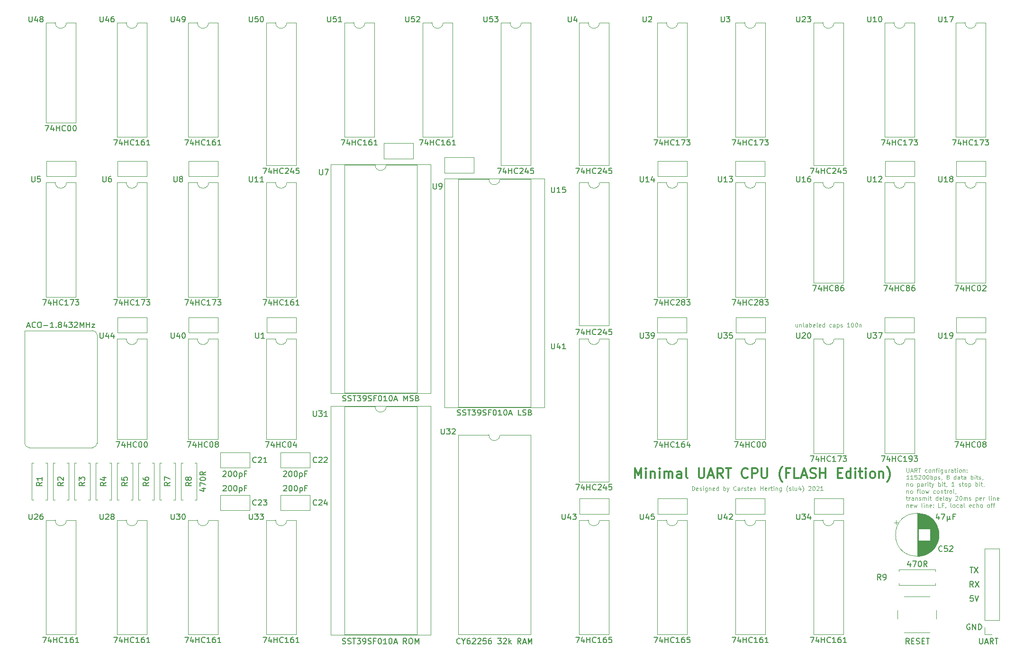
<source format=gto>
G04 #@! TF.GenerationSoftware,KiCad,Pcbnew,(5.1.5)-3*
G04 #@! TF.CreationDate,2021-01-31T16:43:36+01:00*
G04 #@! TF.ProjectId,8-Bit CPU 32k,382d4269-7420-4435-9055-2033326b2e6b,rev?*
G04 #@! TF.SameCoordinates,Original*
G04 #@! TF.FileFunction,Legend,Top*
G04 #@! TF.FilePolarity,Positive*
%FSLAX46Y46*%
G04 Gerber Fmt 4.6, Leading zero omitted, Abs format (unit mm)*
G04 Created by KiCad (PCBNEW (5.1.5)-3) date 2021-01-31 16:43:36*
%MOMM*%
%LPD*%
G04 APERTURE LIST*
%ADD10C,0.125000*%
%ADD11C,0.150000*%
%ADD12C,0.300000*%
%ADD13C,0.120000*%
G04 APERTURE END LIST*
D10*
X179902142Y-98264285D02*
X179902142Y-98764285D01*
X179580714Y-98264285D02*
X179580714Y-98657142D01*
X179616428Y-98728571D01*
X179687857Y-98764285D01*
X179795000Y-98764285D01*
X179866428Y-98728571D01*
X179902142Y-98692857D01*
X180259285Y-98264285D02*
X180259285Y-98764285D01*
X180259285Y-98335714D02*
X180295000Y-98300000D01*
X180366428Y-98264285D01*
X180473571Y-98264285D01*
X180545000Y-98300000D01*
X180580714Y-98371428D01*
X180580714Y-98764285D01*
X181045000Y-98764285D02*
X180973571Y-98728571D01*
X180937857Y-98657142D01*
X180937857Y-98014285D01*
X181652142Y-98764285D02*
X181652142Y-98371428D01*
X181616428Y-98300000D01*
X181545000Y-98264285D01*
X181402142Y-98264285D01*
X181330714Y-98300000D01*
X181652142Y-98728571D02*
X181580714Y-98764285D01*
X181402142Y-98764285D01*
X181330714Y-98728571D01*
X181295000Y-98657142D01*
X181295000Y-98585714D01*
X181330714Y-98514285D01*
X181402142Y-98478571D01*
X181580714Y-98478571D01*
X181652142Y-98442857D01*
X182009285Y-98764285D02*
X182009285Y-98014285D01*
X182009285Y-98300000D02*
X182080714Y-98264285D01*
X182223571Y-98264285D01*
X182295000Y-98300000D01*
X182330714Y-98335714D01*
X182366428Y-98407142D01*
X182366428Y-98621428D01*
X182330714Y-98692857D01*
X182295000Y-98728571D01*
X182223571Y-98764285D01*
X182080714Y-98764285D01*
X182009285Y-98728571D01*
X182973571Y-98728571D02*
X182902142Y-98764285D01*
X182759285Y-98764285D01*
X182687857Y-98728571D01*
X182652142Y-98657142D01*
X182652142Y-98371428D01*
X182687857Y-98300000D01*
X182759285Y-98264285D01*
X182902142Y-98264285D01*
X182973571Y-98300000D01*
X183009285Y-98371428D01*
X183009285Y-98442857D01*
X182652142Y-98514285D01*
X183437857Y-98764285D02*
X183366428Y-98728571D01*
X183330714Y-98657142D01*
X183330714Y-98014285D01*
X184009285Y-98728571D02*
X183937857Y-98764285D01*
X183795000Y-98764285D01*
X183723571Y-98728571D01*
X183687857Y-98657142D01*
X183687857Y-98371428D01*
X183723571Y-98300000D01*
X183795000Y-98264285D01*
X183937857Y-98264285D01*
X184009285Y-98300000D01*
X184045000Y-98371428D01*
X184045000Y-98442857D01*
X183687857Y-98514285D01*
X184687857Y-98764285D02*
X184687857Y-98014285D01*
X184687857Y-98728571D02*
X184616428Y-98764285D01*
X184473571Y-98764285D01*
X184402142Y-98728571D01*
X184366428Y-98692857D01*
X184330714Y-98621428D01*
X184330714Y-98407142D01*
X184366428Y-98335714D01*
X184402142Y-98300000D01*
X184473571Y-98264285D01*
X184616428Y-98264285D01*
X184687857Y-98300000D01*
X185937857Y-98728571D02*
X185866428Y-98764285D01*
X185723571Y-98764285D01*
X185652142Y-98728571D01*
X185616428Y-98692857D01*
X185580714Y-98621428D01*
X185580714Y-98407142D01*
X185616428Y-98335714D01*
X185652142Y-98300000D01*
X185723571Y-98264285D01*
X185866428Y-98264285D01*
X185937857Y-98300000D01*
X186580714Y-98764285D02*
X186580714Y-98371428D01*
X186545000Y-98300000D01*
X186473571Y-98264285D01*
X186330714Y-98264285D01*
X186259285Y-98300000D01*
X186580714Y-98728571D02*
X186509285Y-98764285D01*
X186330714Y-98764285D01*
X186259285Y-98728571D01*
X186223571Y-98657142D01*
X186223571Y-98585714D01*
X186259285Y-98514285D01*
X186330714Y-98478571D01*
X186509285Y-98478571D01*
X186580714Y-98442857D01*
X186937857Y-98264285D02*
X186937857Y-99014285D01*
X186937857Y-98300000D02*
X187009285Y-98264285D01*
X187152142Y-98264285D01*
X187223571Y-98300000D01*
X187259285Y-98335714D01*
X187295000Y-98407142D01*
X187295000Y-98621428D01*
X187259285Y-98692857D01*
X187223571Y-98728571D01*
X187152142Y-98764285D01*
X187009285Y-98764285D01*
X186937857Y-98728571D01*
X187580714Y-98728571D02*
X187652142Y-98764285D01*
X187795000Y-98764285D01*
X187866428Y-98728571D01*
X187902142Y-98657142D01*
X187902142Y-98621428D01*
X187866428Y-98550000D01*
X187795000Y-98514285D01*
X187687857Y-98514285D01*
X187616428Y-98478571D01*
X187580714Y-98407142D01*
X187580714Y-98371428D01*
X187616428Y-98300000D01*
X187687857Y-98264285D01*
X187795000Y-98264285D01*
X187866428Y-98300000D01*
X189187857Y-98764285D02*
X188759285Y-98764285D01*
X188973571Y-98764285D02*
X188973571Y-98014285D01*
X188902142Y-98121428D01*
X188830714Y-98192857D01*
X188759285Y-98228571D01*
X189652142Y-98014285D02*
X189723571Y-98014285D01*
X189795000Y-98050000D01*
X189830714Y-98085714D01*
X189866428Y-98157142D01*
X189902142Y-98300000D01*
X189902142Y-98478571D01*
X189866428Y-98621428D01*
X189830714Y-98692857D01*
X189795000Y-98728571D01*
X189723571Y-98764285D01*
X189652142Y-98764285D01*
X189580714Y-98728571D01*
X189545000Y-98692857D01*
X189509285Y-98621428D01*
X189473571Y-98478571D01*
X189473571Y-98300000D01*
X189509285Y-98157142D01*
X189545000Y-98085714D01*
X189580714Y-98050000D01*
X189652142Y-98014285D01*
X190366428Y-98014285D02*
X190437857Y-98014285D01*
X190509285Y-98050000D01*
X190545000Y-98085714D01*
X190580714Y-98157142D01*
X190616428Y-98300000D01*
X190616428Y-98478571D01*
X190580714Y-98621428D01*
X190545000Y-98692857D01*
X190509285Y-98728571D01*
X190437857Y-98764285D01*
X190366428Y-98764285D01*
X190295000Y-98728571D01*
X190259285Y-98692857D01*
X190223571Y-98621428D01*
X190187857Y-98478571D01*
X190187857Y-98300000D01*
X190223571Y-98157142D01*
X190259285Y-98085714D01*
X190295000Y-98050000D01*
X190366428Y-98014285D01*
X190937857Y-98264285D02*
X190937857Y-98764285D01*
X190937857Y-98335714D02*
X190973571Y-98300000D01*
X191045000Y-98264285D01*
X191152142Y-98264285D01*
X191223571Y-98300000D01*
X191259285Y-98371428D01*
X191259285Y-98764285D01*
X199395821Y-123972285D02*
X199395821Y-124579428D01*
X199431535Y-124650857D01*
X199467250Y-124686571D01*
X199538678Y-124722285D01*
X199681535Y-124722285D01*
X199752964Y-124686571D01*
X199788678Y-124650857D01*
X199824392Y-124579428D01*
X199824392Y-123972285D01*
X200145821Y-124508000D02*
X200502964Y-124508000D01*
X200074392Y-124722285D02*
X200324392Y-123972285D01*
X200574392Y-124722285D01*
X201252964Y-124722285D02*
X201002964Y-124365142D01*
X200824392Y-124722285D02*
X200824392Y-123972285D01*
X201110107Y-123972285D01*
X201181535Y-124008000D01*
X201217250Y-124043714D01*
X201252964Y-124115142D01*
X201252964Y-124222285D01*
X201217250Y-124293714D01*
X201181535Y-124329428D01*
X201110107Y-124365142D01*
X200824392Y-124365142D01*
X201467250Y-123972285D02*
X201895821Y-123972285D01*
X201681535Y-124722285D02*
X201681535Y-123972285D01*
X203038678Y-124686571D02*
X202967250Y-124722285D01*
X202824392Y-124722285D01*
X202752964Y-124686571D01*
X202717250Y-124650857D01*
X202681535Y-124579428D01*
X202681535Y-124365142D01*
X202717250Y-124293714D01*
X202752964Y-124258000D01*
X202824392Y-124222285D01*
X202967250Y-124222285D01*
X203038678Y-124258000D01*
X203467250Y-124722285D02*
X203395821Y-124686571D01*
X203360107Y-124650857D01*
X203324392Y-124579428D01*
X203324392Y-124365142D01*
X203360107Y-124293714D01*
X203395821Y-124258000D01*
X203467250Y-124222285D01*
X203574392Y-124222285D01*
X203645821Y-124258000D01*
X203681535Y-124293714D01*
X203717250Y-124365142D01*
X203717250Y-124579428D01*
X203681535Y-124650857D01*
X203645821Y-124686571D01*
X203574392Y-124722285D01*
X203467250Y-124722285D01*
X204038678Y-124222285D02*
X204038678Y-124722285D01*
X204038678Y-124293714D02*
X204074392Y-124258000D01*
X204145821Y-124222285D01*
X204252964Y-124222285D01*
X204324392Y-124258000D01*
X204360107Y-124329428D01*
X204360107Y-124722285D01*
X204610107Y-124222285D02*
X204895821Y-124222285D01*
X204717250Y-124722285D02*
X204717250Y-124079428D01*
X204752964Y-124008000D01*
X204824392Y-123972285D01*
X204895821Y-123972285D01*
X205145821Y-124722285D02*
X205145821Y-124222285D01*
X205145821Y-123972285D02*
X205110107Y-124008000D01*
X205145821Y-124043714D01*
X205181535Y-124008000D01*
X205145821Y-123972285D01*
X205145821Y-124043714D01*
X205824392Y-124222285D02*
X205824392Y-124829428D01*
X205788678Y-124900857D01*
X205752964Y-124936571D01*
X205681535Y-124972285D01*
X205574392Y-124972285D01*
X205502964Y-124936571D01*
X205824392Y-124686571D02*
X205752964Y-124722285D01*
X205610107Y-124722285D01*
X205538678Y-124686571D01*
X205502964Y-124650857D01*
X205467250Y-124579428D01*
X205467250Y-124365142D01*
X205502964Y-124293714D01*
X205538678Y-124258000D01*
X205610107Y-124222285D01*
X205752964Y-124222285D01*
X205824392Y-124258000D01*
X206502964Y-124222285D02*
X206502964Y-124722285D01*
X206181535Y-124222285D02*
X206181535Y-124615142D01*
X206217250Y-124686571D01*
X206288678Y-124722285D01*
X206395821Y-124722285D01*
X206467250Y-124686571D01*
X206502964Y-124650857D01*
X206860107Y-124722285D02*
X206860107Y-124222285D01*
X206860107Y-124365142D02*
X206895821Y-124293714D01*
X206931535Y-124258000D01*
X207002964Y-124222285D01*
X207074392Y-124222285D01*
X207645821Y-124722285D02*
X207645821Y-124329428D01*
X207610107Y-124258000D01*
X207538678Y-124222285D01*
X207395821Y-124222285D01*
X207324392Y-124258000D01*
X207645821Y-124686571D02*
X207574392Y-124722285D01*
X207395821Y-124722285D01*
X207324392Y-124686571D01*
X207288678Y-124615142D01*
X207288678Y-124543714D01*
X207324392Y-124472285D01*
X207395821Y-124436571D01*
X207574392Y-124436571D01*
X207645821Y-124400857D01*
X207895821Y-124222285D02*
X208181535Y-124222285D01*
X208002964Y-123972285D02*
X208002964Y-124615142D01*
X208038678Y-124686571D01*
X208110107Y-124722285D01*
X208181535Y-124722285D01*
X208431535Y-124722285D02*
X208431535Y-124222285D01*
X208431535Y-123972285D02*
X208395821Y-124008000D01*
X208431535Y-124043714D01*
X208467250Y-124008000D01*
X208431535Y-123972285D01*
X208431535Y-124043714D01*
X208895821Y-124722285D02*
X208824392Y-124686571D01*
X208788678Y-124650857D01*
X208752964Y-124579428D01*
X208752964Y-124365142D01*
X208788678Y-124293714D01*
X208824392Y-124258000D01*
X208895821Y-124222285D01*
X209002964Y-124222285D01*
X209074392Y-124258000D01*
X209110107Y-124293714D01*
X209145821Y-124365142D01*
X209145821Y-124579428D01*
X209110107Y-124650857D01*
X209074392Y-124686571D01*
X209002964Y-124722285D01*
X208895821Y-124722285D01*
X209467250Y-124222285D02*
X209467250Y-124722285D01*
X209467250Y-124293714D02*
X209502964Y-124258000D01*
X209574392Y-124222285D01*
X209681535Y-124222285D01*
X209752964Y-124258000D01*
X209788678Y-124329428D01*
X209788678Y-124722285D01*
X210145821Y-124650857D02*
X210181535Y-124686571D01*
X210145821Y-124722285D01*
X210110107Y-124686571D01*
X210145821Y-124650857D01*
X210145821Y-124722285D01*
X210145821Y-124258000D02*
X210181535Y-124293714D01*
X210145821Y-124329428D01*
X210110107Y-124293714D01*
X210145821Y-124258000D01*
X210145821Y-124329428D01*
X199788678Y-125972285D02*
X199360107Y-125972285D01*
X199574392Y-125972285D02*
X199574392Y-125222285D01*
X199502964Y-125329428D01*
X199431535Y-125400857D01*
X199360107Y-125436571D01*
X200502964Y-125972285D02*
X200074392Y-125972285D01*
X200288678Y-125972285D02*
X200288678Y-125222285D01*
X200217250Y-125329428D01*
X200145821Y-125400857D01*
X200074392Y-125436571D01*
X201181535Y-125222285D02*
X200824392Y-125222285D01*
X200788678Y-125579428D01*
X200824392Y-125543714D01*
X200895821Y-125508000D01*
X201074392Y-125508000D01*
X201145821Y-125543714D01*
X201181535Y-125579428D01*
X201217250Y-125650857D01*
X201217250Y-125829428D01*
X201181535Y-125900857D01*
X201145821Y-125936571D01*
X201074392Y-125972285D01*
X200895821Y-125972285D01*
X200824392Y-125936571D01*
X200788678Y-125900857D01*
X201502964Y-125293714D02*
X201538678Y-125258000D01*
X201610107Y-125222285D01*
X201788678Y-125222285D01*
X201860107Y-125258000D01*
X201895821Y-125293714D01*
X201931535Y-125365142D01*
X201931535Y-125436571D01*
X201895821Y-125543714D01*
X201467250Y-125972285D01*
X201931535Y-125972285D01*
X202395821Y-125222285D02*
X202467250Y-125222285D01*
X202538678Y-125258000D01*
X202574392Y-125293714D01*
X202610107Y-125365142D01*
X202645821Y-125508000D01*
X202645821Y-125686571D01*
X202610107Y-125829428D01*
X202574392Y-125900857D01*
X202538678Y-125936571D01*
X202467250Y-125972285D01*
X202395821Y-125972285D01*
X202324392Y-125936571D01*
X202288678Y-125900857D01*
X202252964Y-125829428D01*
X202217250Y-125686571D01*
X202217250Y-125508000D01*
X202252964Y-125365142D01*
X202288678Y-125293714D01*
X202324392Y-125258000D01*
X202395821Y-125222285D01*
X203110107Y-125222285D02*
X203181535Y-125222285D01*
X203252964Y-125258000D01*
X203288678Y-125293714D01*
X203324392Y-125365142D01*
X203360107Y-125508000D01*
X203360107Y-125686571D01*
X203324392Y-125829428D01*
X203288678Y-125900857D01*
X203252964Y-125936571D01*
X203181535Y-125972285D01*
X203110107Y-125972285D01*
X203038678Y-125936571D01*
X203002964Y-125900857D01*
X202967250Y-125829428D01*
X202931535Y-125686571D01*
X202931535Y-125508000D01*
X202967250Y-125365142D01*
X203002964Y-125293714D01*
X203038678Y-125258000D01*
X203110107Y-125222285D01*
X203681535Y-125972285D02*
X203681535Y-125222285D01*
X203681535Y-125508000D02*
X203752964Y-125472285D01*
X203895821Y-125472285D01*
X203967250Y-125508000D01*
X204002964Y-125543714D01*
X204038678Y-125615142D01*
X204038678Y-125829428D01*
X204002964Y-125900857D01*
X203967250Y-125936571D01*
X203895821Y-125972285D01*
X203752964Y-125972285D01*
X203681535Y-125936571D01*
X204360107Y-125472285D02*
X204360107Y-126222285D01*
X204360107Y-125508000D02*
X204431535Y-125472285D01*
X204574392Y-125472285D01*
X204645821Y-125508000D01*
X204681535Y-125543714D01*
X204717250Y-125615142D01*
X204717250Y-125829428D01*
X204681535Y-125900857D01*
X204645821Y-125936571D01*
X204574392Y-125972285D01*
X204431535Y-125972285D01*
X204360107Y-125936571D01*
X205002964Y-125936571D02*
X205074392Y-125972285D01*
X205217250Y-125972285D01*
X205288678Y-125936571D01*
X205324392Y-125865142D01*
X205324392Y-125829428D01*
X205288678Y-125758000D01*
X205217250Y-125722285D01*
X205110107Y-125722285D01*
X205038678Y-125686571D01*
X205002964Y-125615142D01*
X205002964Y-125579428D01*
X205038678Y-125508000D01*
X205110107Y-125472285D01*
X205217250Y-125472285D01*
X205288678Y-125508000D01*
X205681535Y-125936571D02*
X205681535Y-125972285D01*
X205645821Y-126043714D01*
X205610107Y-126079428D01*
X206681535Y-125543714D02*
X206610107Y-125508000D01*
X206574392Y-125472285D01*
X206538678Y-125400857D01*
X206538678Y-125365142D01*
X206574392Y-125293714D01*
X206610107Y-125258000D01*
X206681535Y-125222285D01*
X206824392Y-125222285D01*
X206895821Y-125258000D01*
X206931535Y-125293714D01*
X206967250Y-125365142D01*
X206967250Y-125400857D01*
X206931535Y-125472285D01*
X206895821Y-125508000D01*
X206824392Y-125543714D01*
X206681535Y-125543714D01*
X206610107Y-125579428D01*
X206574392Y-125615142D01*
X206538678Y-125686571D01*
X206538678Y-125829428D01*
X206574392Y-125900857D01*
X206610107Y-125936571D01*
X206681535Y-125972285D01*
X206824392Y-125972285D01*
X206895821Y-125936571D01*
X206931535Y-125900857D01*
X206967250Y-125829428D01*
X206967250Y-125686571D01*
X206931535Y-125615142D01*
X206895821Y-125579428D01*
X206824392Y-125543714D01*
X208181535Y-125972285D02*
X208181535Y-125222285D01*
X208181535Y-125936571D02*
X208110107Y-125972285D01*
X207967250Y-125972285D01*
X207895821Y-125936571D01*
X207860107Y-125900857D01*
X207824392Y-125829428D01*
X207824392Y-125615142D01*
X207860107Y-125543714D01*
X207895821Y-125508000D01*
X207967250Y-125472285D01*
X208110107Y-125472285D01*
X208181535Y-125508000D01*
X208860107Y-125972285D02*
X208860107Y-125579428D01*
X208824392Y-125508000D01*
X208752964Y-125472285D01*
X208610107Y-125472285D01*
X208538678Y-125508000D01*
X208860107Y-125936571D02*
X208788678Y-125972285D01*
X208610107Y-125972285D01*
X208538678Y-125936571D01*
X208502964Y-125865142D01*
X208502964Y-125793714D01*
X208538678Y-125722285D01*
X208610107Y-125686571D01*
X208788678Y-125686571D01*
X208860107Y-125650857D01*
X209110107Y-125472285D02*
X209395821Y-125472285D01*
X209217250Y-125222285D02*
X209217250Y-125865142D01*
X209252964Y-125936571D01*
X209324392Y-125972285D01*
X209395821Y-125972285D01*
X209967250Y-125972285D02*
X209967250Y-125579428D01*
X209931535Y-125508000D01*
X209860107Y-125472285D01*
X209717250Y-125472285D01*
X209645821Y-125508000D01*
X209967250Y-125936571D02*
X209895821Y-125972285D01*
X209717250Y-125972285D01*
X209645821Y-125936571D01*
X209610107Y-125865142D01*
X209610107Y-125793714D01*
X209645821Y-125722285D01*
X209717250Y-125686571D01*
X209895821Y-125686571D01*
X209967250Y-125650857D01*
X210895821Y-125972285D02*
X210895821Y-125222285D01*
X210895821Y-125508000D02*
X210967250Y-125472285D01*
X211110107Y-125472285D01*
X211181535Y-125508000D01*
X211217250Y-125543714D01*
X211252964Y-125615142D01*
X211252964Y-125829428D01*
X211217250Y-125900857D01*
X211181535Y-125936571D01*
X211110107Y-125972285D01*
X210967250Y-125972285D01*
X210895821Y-125936571D01*
X211574392Y-125972285D02*
X211574392Y-125472285D01*
X211574392Y-125222285D02*
X211538678Y-125258000D01*
X211574392Y-125293714D01*
X211610107Y-125258000D01*
X211574392Y-125222285D01*
X211574392Y-125293714D01*
X211824392Y-125472285D02*
X212110107Y-125472285D01*
X211931535Y-125222285D02*
X211931535Y-125865142D01*
X211967250Y-125936571D01*
X212038678Y-125972285D01*
X212110107Y-125972285D01*
X212324392Y-125936571D02*
X212395821Y-125972285D01*
X212538678Y-125972285D01*
X212610107Y-125936571D01*
X212645821Y-125865142D01*
X212645821Y-125829428D01*
X212610107Y-125758000D01*
X212538678Y-125722285D01*
X212431535Y-125722285D01*
X212360107Y-125686571D01*
X212324392Y-125615142D01*
X212324392Y-125579428D01*
X212360107Y-125508000D01*
X212431535Y-125472285D01*
X212538678Y-125472285D01*
X212610107Y-125508000D01*
X213002964Y-125936571D02*
X213002964Y-125972285D01*
X212967250Y-126043714D01*
X212931535Y-126079428D01*
X199395821Y-126722285D02*
X199395821Y-127222285D01*
X199395821Y-126793714D02*
X199431535Y-126758000D01*
X199502964Y-126722285D01*
X199610107Y-126722285D01*
X199681535Y-126758000D01*
X199717250Y-126829428D01*
X199717250Y-127222285D01*
X200181535Y-127222285D02*
X200110107Y-127186571D01*
X200074392Y-127150857D01*
X200038678Y-127079428D01*
X200038678Y-126865142D01*
X200074392Y-126793714D01*
X200110107Y-126758000D01*
X200181535Y-126722285D01*
X200288678Y-126722285D01*
X200360107Y-126758000D01*
X200395821Y-126793714D01*
X200431535Y-126865142D01*
X200431535Y-127079428D01*
X200395821Y-127150857D01*
X200360107Y-127186571D01*
X200288678Y-127222285D01*
X200181535Y-127222285D01*
X201324392Y-126722285D02*
X201324392Y-127472285D01*
X201324392Y-126758000D02*
X201395821Y-126722285D01*
X201538678Y-126722285D01*
X201610107Y-126758000D01*
X201645821Y-126793714D01*
X201681535Y-126865142D01*
X201681535Y-127079428D01*
X201645821Y-127150857D01*
X201610107Y-127186571D01*
X201538678Y-127222285D01*
X201395821Y-127222285D01*
X201324392Y-127186571D01*
X202324392Y-127222285D02*
X202324392Y-126829428D01*
X202288678Y-126758000D01*
X202217250Y-126722285D01*
X202074392Y-126722285D01*
X202002964Y-126758000D01*
X202324392Y-127186571D02*
X202252964Y-127222285D01*
X202074392Y-127222285D01*
X202002964Y-127186571D01*
X201967250Y-127115142D01*
X201967250Y-127043714D01*
X202002964Y-126972285D01*
X202074392Y-126936571D01*
X202252964Y-126936571D01*
X202324392Y-126900857D01*
X202681535Y-127222285D02*
X202681535Y-126722285D01*
X202681535Y-126865142D02*
X202717250Y-126793714D01*
X202752964Y-126758000D01*
X202824392Y-126722285D01*
X202895821Y-126722285D01*
X203145821Y-127222285D02*
X203145821Y-126722285D01*
X203145821Y-126472285D02*
X203110107Y-126508000D01*
X203145821Y-126543714D01*
X203181535Y-126508000D01*
X203145821Y-126472285D01*
X203145821Y-126543714D01*
X203395821Y-126722285D02*
X203681535Y-126722285D01*
X203502964Y-126472285D02*
X203502964Y-127115142D01*
X203538678Y-127186571D01*
X203610107Y-127222285D01*
X203681535Y-127222285D01*
X203860107Y-126722285D02*
X204038678Y-127222285D01*
X204217250Y-126722285D02*
X204038678Y-127222285D01*
X203967250Y-127400857D01*
X203931535Y-127436571D01*
X203860107Y-127472285D01*
X205074392Y-127222285D02*
X205074392Y-126472285D01*
X205074392Y-126758000D02*
X205145821Y-126722285D01*
X205288678Y-126722285D01*
X205360107Y-126758000D01*
X205395821Y-126793714D01*
X205431535Y-126865142D01*
X205431535Y-127079428D01*
X205395821Y-127150857D01*
X205360107Y-127186571D01*
X205288678Y-127222285D01*
X205145821Y-127222285D01*
X205074392Y-127186571D01*
X205752964Y-127222285D02*
X205752964Y-126722285D01*
X205752964Y-126472285D02*
X205717250Y-126508000D01*
X205752964Y-126543714D01*
X205788678Y-126508000D01*
X205752964Y-126472285D01*
X205752964Y-126543714D01*
X206002964Y-126722285D02*
X206288678Y-126722285D01*
X206110107Y-126472285D02*
X206110107Y-127115142D01*
X206145821Y-127186571D01*
X206217250Y-127222285D01*
X206288678Y-127222285D01*
X206574392Y-127186571D02*
X206574392Y-127222285D01*
X206538678Y-127293714D01*
X206502964Y-127329428D01*
X207860107Y-127222285D02*
X207431535Y-127222285D01*
X207645821Y-127222285D02*
X207645821Y-126472285D01*
X207574392Y-126579428D01*
X207502964Y-126650857D01*
X207431535Y-126686571D01*
X208717250Y-127186571D02*
X208788678Y-127222285D01*
X208931535Y-127222285D01*
X209002964Y-127186571D01*
X209038678Y-127115142D01*
X209038678Y-127079428D01*
X209002964Y-127008000D01*
X208931535Y-126972285D01*
X208824392Y-126972285D01*
X208752964Y-126936571D01*
X208717250Y-126865142D01*
X208717250Y-126829428D01*
X208752964Y-126758000D01*
X208824392Y-126722285D01*
X208931535Y-126722285D01*
X209002964Y-126758000D01*
X209252964Y-126722285D02*
X209538678Y-126722285D01*
X209360107Y-126472285D02*
X209360107Y-127115142D01*
X209395821Y-127186571D01*
X209467250Y-127222285D01*
X209538678Y-127222285D01*
X209895821Y-127222285D02*
X209824392Y-127186571D01*
X209788678Y-127150857D01*
X209752964Y-127079428D01*
X209752964Y-126865142D01*
X209788678Y-126793714D01*
X209824392Y-126758000D01*
X209895821Y-126722285D01*
X210002964Y-126722285D01*
X210074392Y-126758000D01*
X210110107Y-126793714D01*
X210145821Y-126865142D01*
X210145821Y-127079428D01*
X210110107Y-127150857D01*
X210074392Y-127186571D01*
X210002964Y-127222285D01*
X209895821Y-127222285D01*
X210467250Y-126722285D02*
X210467250Y-127472285D01*
X210467250Y-126758000D02*
X210538678Y-126722285D01*
X210681535Y-126722285D01*
X210752964Y-126758000D01*
X210788678Y-126793714D01*
X210824392Y-126865142D01*
X210824392Y-127079428D01*
X210788678Y-127150857D01*
X210752964Y-127186571D01*
X210681535Y-127222285D01*
X210538678Y-127222285D01*
X210467250Y-127186571D01*
X211717250Y-127222285D02*
X211717250Y-126472285D01*
X211717250Y-126758000D02*
X211788678Y-126722285D01*
X211931535Y-126722285D01*
X212002964Y-126758000D01*
X212038678Y-126793714D01*
X212074392Y-126865142D01*
X212074392Y-127079428D01*
X212038678Y-127150857D01*
X212002964Y-127186571D01*
X211931535Y-127222285D01*
X211788678Y-127222285D01*
X211717250Y-127186571D01*
X212395821Y-127222285D02*
X212395821Y-126722285D01*
X212395821Y-126472285D02*
X212360107Y-126508000D01*
X212395821Y-126543714D01*
X212431535Y-126508000D01*
X212395821Y-126472285D01*
X212395821Y-126543714D01*
X212645821Y-126722285D02*
X212931535Y-126722285D01*
X212752964Y-126472285D02*
X212752964Y-127115142D01*
X212788678Y-127186571D01*
X212860107Y-127222285D01*
X212931535Y-127222285D01*
X213217250Y-127186571D02*
X213217250Y-127222285D01*
X213181535Y-127293714D01*
X213145821Y-127329428D01*
X199395821Y-127972285D02*
X199395821Y-128472285D01*
X199395821Y-128043714D02*
X199431535Y-128008000D01*
X199502964Y-127972285D01*
X199610107Y-127972285D01*
X199681535Y-128008000D01*
X199717250Y-128079428D01*
X199717250Y-128472285D01*
X200181535Y-128472285D02*
X200110107Y-128436571D01*
X200074392Y-128400857D01*
X200038678Y-128329428D01*
X200038678Y-128115142D01*
X200074392Y-128043714D01*
X200110107Y-128008000D01*
X200181535Y-127972285D01*
X200288678Y-127972285D01*
X200360107Y-128008000D01*
X200395821Y-128043714D01*
X200431535Y-128115142D01*
X200431535Y-128329428D01*
X200395821Y-128400857D01*
X200360107Y-128436571D01*
X200288678Y-128472285D01*
X200181535Y-128472285D01*
X201217250Y-127972285D02*
X201502964Y-127972285D01*
X201324392Y-128472285D02*
X201324392Y-127829428D01*
X201360107Y-127758000D01*
X201431535Y-127722285D01*
X201502964Y-127722285D01*
X201860107Y-128472285D02*
X201788678Y-128436571D01*
X201752964Y-128365142D01*
X201752964Y-127722285D01*
X202252964Y-128472285D02*
X202181535Y-128436571D01*
X202145821Y-128400857D01*
X202110107Y-128329428D01*
X202110107Y-128115142D01*
X202145821Y-128043714D01*
X202181535Y-128008000D01*
X202252964Y-127972285D01*
X202360107Y-127972285D01*
X202431535Y-128008000D01*
X202467250Y-128043714D01*
X202502964Y-128115142D01*
X202502964Y-128329428D01*
X202467250Y-128400857D01*
X202431535Y-128436571D01*
X202360107Y-128472285D01*
X202252964Y-128472285D01*
X202752964Y-127972285D02*
X202895821Y-128472285D01*
X203038678Y-128115142D01*
X203181535Y-128472285D01*
X203324392Y-127972285D01*
X204502964Y-128436571D02*
X204431535Y-128472285D01*
X204288678Y-128472285D01*
X204217250Y-128436571D01*
X204181535Y-128400857D01*
X204145821Y-128329428D01*
X204145821Y-128115142D01*
X204181535Y-128043714D01*
X204217250Y-128008000D01*
X204288678Y-127972285D01*
X204431535Y-127972285D01*
X204502964Y-128008000D01*
X204931535Y-128472285D02*
X204860107Y-128436571D01*
X204824392Y-128400857D01*
X204788678Y-128329428D01*
X204788678Y-128115142D01*
X204824392Y-128043714D01*
X204860107Y-128008000D01*
X204931535Y-127972285D01*
X205038678Y-127972285D01*
X205110107Y-128008000D01*
X205145821Y-128043714D01*
X205181535Y-128115142D01*
X205181535Y-128329428D01*
X205145821Y-128400857D01*
X205110107Y-128436571D01*
X205038678Y-128472285D01*
X204931535Y-128472285D01*
X205502964Y-127972285D02*
X205502964Y-128472285D01*
X205502964Y-128043714D02*
X205538678Y-128008000D01*
X205610107Y-127972285D01*
X205717250Y-127972285D01*
X205788678Y-128008000D01*
X205824392Y-128079428D01*
X205824392Y-128472285D01*
X206074392Y-127972285D02*
X206360107Y-127972285D01*
X206181535Y-127722285D02*
X206181535Y-128365142D01*
X206217250Y-128436571D01*
X206288678Y-128472285D01*
X206360107Y-128472285D01*
X206610107Y-128472285D02*
X206610107Y-127972285D01*
X206610107Y-128115142D02*
X206645821Y-128043714D01*
X206681535Y-128008000D01*
X206752964Y-127972285D01*
X206824392Y-127972285D01*
X207181535Y-128472285D02*
X207110107Y-128436571D01*
X207074392Y-128400857D01*
X207038678Y-128329428D01*
X207038678Y-128115142D01*
X207074392Y-128043714D01*
X207110107Y-128008000D01*
X207181535Y-127972285D01*
X207288678Y-127972285D01*
X207360107Y-128008000D01*
X207395821Y-128043714D01*
X207431535Y-128115142D01*
X207431535Y-128329428D01*
X207395821Y-128400857D01*
X207360107Y-128436571D01*
X207288678Y-128472285D01*
X207181535Y-128472285D01*
X207860107Y-128472285D02*
X207788678Y-128436571D01*
X207752964Y-128365142D01*
X207752964Y-127722285D01*
X208181535Y-128436571D02*
X208181535Y-128472285D01*
X208145821Y-128543714D01*
X208110107Y-128579428D01*
X199288678Y-129222285D02*
X199574392Y-129222285D01*
X199395821Y-128972285D02*
X199395821Y-129615142D01*
X199431535Y-129686571D01*
X199502964Y-129722285D01*
X199574392Y-129722285D01*
X199824392Y-129722285D02*
X199824392Y-129222285D01*
X199824392Y-129365142D02*
X199860107Y-129293714D01*
X199895821Y-129258000D01*
X199967250Y-129222285D01*
X200038678Y-129222285D01*
X200610107Y-129722285D02*
X200610107Y-129329428D01*
X200574392Y-129258000D01*
X200502964Y-129222285D01*
X200360107Y-129222285D01*
X200288678Y-129258000D01*
X200610107Y-129686571D02*
X200538678Y-129722285D01*
X200360107Y-129722285D01*
X200288678Y-129686571D01*
X200252964Y-129615142D01*
X200252964Y-129543714D01*
X200288678Y-129472285D01*
X200360107Y-129436571D01*
X200538678Y-129436571D01*
X200610107Y-129400857D01*
X200967250Y-129222285D02*
X200967250Y-129722285D01*
X200967250Y-129293714D02*
X201002964Y-129258000D01*
X201074392Y-129222285D01*
X201181535Y-129222285D01*
X201252964Y-129258000D01*
X201288678Y-129329428D01*
X201288678Y-129722285D01*
X201610107Y-129686571D02*
X201681535Y-129722285D01*
X201824392Y-129722285D01*
X201895821Y-129686571D01*
X201931535Y-129615142D01*
X201931535Y-129579428D01*
X201895821Y-129508000D01*
X201824392Y-129472285D01*
X201717250Y-129472285D01*
X201645821Y-129436571D01*
X201610107Y-129365142D01*
X201610107Y-129329428D01*
X201645821Y-129258000D01*
X201717250Y-129222285D01*
X201824392Y-129222285D01*
X201895821Y-129258000D01*
X202252964Y-129722285D02*
X202252964Y-129222285D01*
X202252964Y-129293714D02*
X202288678Y-129258000D01*
X202360107Y-129222285D01*
X202467250Y-129222285D01*
X202538678Y-129258000D01*
X202574392Y-129329428D01*
X202574392Y-129722285D01*
X202574392Y-129329428D02*
X202610107Y-129258000D01*
X202681535Y-129222285D01*
X202788678Y-129222285D01*
X202860107Y-129258000D01*
X202895821Y-129329428D01*
X202895821Y-129722285D01*
X203252964Y-129722285D02*
X203252964Y-129222285D01*
X203252964Y-128972285D02*
X203217250Y-129008000D01*
X203252964Y-129043714D01*
X203288678Y-129008000D01*
X203252964Y-128972285D01*
X203252964Y-129043714D01*
X203502964Y-129222285D02*
X203788678Y-129222285D01*
X203610107Y-128972285D02*
X203610107Y-129615142D01*
X203645821Y-129686571D01*
X203717250Y-129722285D01*
X203788678Y-129722285D01*
X204931535Y-129722285D02*
X204931535Y-128972285D01*
X204931535Y-129686571D02*
X204860107Y-129722285D01*
X204717250Y-129722285D01*
X204645821Y-129686571D01*
X204610107Y-129650857D01*
X204574392Y-129579428D01*
X204574392Y-129365142D01*
X204610107Y-129293714D01*
X204645821Y-129258000D01*
X204717250Y-129222285D01*
X204860107Y-129222285D01*
X204931535Y-129258000D01*
X205574392Y-129686571D02*
X205502964Y-129722285D01*
X205360107Y-129722285D01*
X205288678Y-129686571D01*
X205252964Y-129615142D01*
X205252964Y-129329428D01*
X205288678Y-129258000D01*
X205360107Y-129222285D01*
X205502964Y-129222285D01*
X205574392Y-129258000D01*
X205610107Y-129329428D01*
X205610107Y-129400857D01*
X205252964Y-129472285D01*
X206038678Y-129722285D02*
X205967250Y-129686571D01*
X205931535Y-129615142D01*
X205931535Y-128972285D01*
X206645821Y-129722285D02*
X206645821Y-129329428D01*
X206610107Y-129258000D01*
X206538678Y-129222285D01*
X206395821Y-129222285D01*
X206324392Y-129258000D01*
X206645821Y-129686571D02*
X206574392Y-129722285D01*
X206395821Y-129722285D01*
X206324392Y-129686571D01*
X206288678Y-129615142D01*
X206288678Y-129543714D01*
X206324392Y-129472285D01*
X206395821Y-129436571D01*
X206574392Y-129436571D01*
X206645821Y-129400857D01*
X206931535Y-129222285D02*
X207110107Y-129722285D01*
X207288678Y-129222285D02*
X207110107Y-129722285D01*
X207038678Y-129900857D01*
X207002964Y-129936571D01*
X206931535Y-129972285D01*
X208110107Y-129043714D02*
X208145821Y-129008000D01*
X208217250Y-128972285D01*
X208395821Y-128972285D01*
X208467250Y-129008000D01*
X208502964Y-129043714D01*
X208538678Y-129115142D01*
X208538678Y-129186571D01*
X208502964Y-129293714D01*
X208074392Y-129722285D01*
X208538678Y-129722285D01*
X209002964Y-128972285D02*
X209074392Y-128972285D01*
X209145821Y-129008000D01*
X209181535Y-129043714D01*
X209217250Y-129115142D01*
X209252964Y-129258000D01*
X209252964Y-129436571D01*
X209217250Y-129579428D01*
X209181535Y-129650857D01*
X209145821Y-129686571D01*
X209074392Y-129722285D01*
X209002964Y-129722285D01*
X208931535Y-129686571D01*
X208895821Y-129650857D01*
X208860107Y-129579428D01*
X208824392Y-129436571D01*
X208824392Y-129258000D01*
X208860107Y-129115142D01*
X208895821Y-129043714D01*
X208931535Y-129008000D01*
X209002964Y-128972285D01*
X209574392Y-129722285D02*
X209574392Y-129222285D01*
X209574392Y-129293714D02*
X209610107Y-129258000D01*
X209681535Y-129222285D01*
X209788678Y-129222285D01*
X209860107Y-129258000D01*
X209895821Y-129329428D01*
X209895821Y-129722285D01*
X209895821Y-129329428D02*
X209931535Y-129258000D01*
X210002964Y-129222285D01*
X210110107Y-129222285D01*
X210181535Y-129258000D01*
X210217250Y-129329428D01*
X210217250Y-129722285D01*
X210538678Y-129686571D02*
X210610107Y-129722285D01*
X210752964Y-129722285D01*
X210824392Y-129686571D01*
X210860107Y-129615142D01*
X210860107Y-129579428D01*
X210824392Y-129508000D01*
X210752964Y-129472285D01*
X210645821Y-129472285D01*
X210574392Y-129436571D01*
X210538678Y-129365142D01*
X210538678Y-129329428D01*
X210574392Y-129258000D01*
X210645821Y-129222285D01*
X210752964Y-129222285D01*
X210824392Y-129258000D01*
X211752964Y-129222285D02*
X211752964Y-129972285D01*
X211752964Y-129258000D02*
X211824392Y-129222285D01*
X211967250Y-129222285D01*
X212038678Y-129258000D01*
X212074392Y-129293714D01*
X212110107Y-129365142D01*
X212110107Y-129579428D01*
X212074392Y-129650857D01*
X212038678Y-129686571D01*
X211967250Y-129722285D01*
X211824392Y-129722285D01*
X211752964Y-129686571D01*
X212717250Y-129686571D02*
X212645821Y-129722285D01*
X212502964Y-129722285D01*
X212431535Y-129686571D01*
X212395821Y-129615142D01*
X212395821Y-129329428D01*
X212431535Y-129258000D01*
X212502964Y-129222285D01*
X212645821Y-129222285D01*
X212717250Y-129258000D01*
X212752964Y-129329428D01*
X212752964Y-129400857D01*
X212395821Y-129472285D01*
X213074392Y-129722285D02*
X213074392Y-129222285D01*
X213074392Y-129365142D02*
X213110107Y-129293714D01*
X213145821Y-129258000D01*
X213217250Y-129222285D01*
X213288678Y-129222285D01*
X214217250Y-129722285D02*
X214145821Y-129686571D01*
X214110107Y-129615142D01*
X214110107Y-128972285D01*
X214502964Y-129722285D02*
X214502964Y-129222285D01*
X214502964Y-128972285D02*
X214467250Y-129008000D01*
X214502964Y-129043714D01*
X214538678Y-129008000D01*
X214502964Y-128972285D01*
X214502964Y-129043714D01*
X214860107Y-129222285D02*
X214860107Y-129722285D01*
X214860107Y-129293714D02*
X214895821Y-129258000D01*
X214967250Y-129222285D01*
X215074392Y-129222285D01*
X215145821Y-129258000D01*
X215181535Y-129329428D01*
X215181535Y-129722285D01*
X215824392Y-129686571D02*
X215752964Y-129722285D01*
X215610107Y-129722285D01*
X215538678Y-129686571D01*
X215502964Y-129615142D01*
X215502964Y-129329428D01*
X215538678Y-129258000D01*
X215610107Y-129222285D01*
X215752964Y-129222285D01*
X215824392Y-129258000D01*
X215860107Y-129329428D01*
X215860107Y-129400857D01*
X215502964Y-129472285D01*
X199395821Y-130472285D02*
X199395821Y-130972285D01*
X199395821Y-130543714D02*
X199431535Y-130508000D01*
X199502964Y-130472285D01*
X199610107Y-130472285D01*
X199681535Y-130508000D01*
X199717250Y-130579428D01*
X199717250Y-130972285D01*
X200360107Y-130936571D02*
X200288678Y-130972285D01*
X200145821Y-130972285D01*
X200074392Y-130936571D01*
X200038678Y-130865142D01*
X200038678Y-130579428D01*
X200074392Y-130508000D01*
X200145821Y-130472285D01*
X200288678Y-130472285D01*
X200360107Y-130508000D01*
X200395821Y-130579428D01*
X200395821Y-130650857D01*
X200038678Y-130722285D01*
X200645821Y-130472285D02*
X200788678Y-130972285D01*
X200931535Y-130615142D01*
X201074392Y-130972285D01*
X201217250Y-130472285D01*
X202181535Y-130972285D02*
X202110107Y-130936571D01*
X202074392Y-130865142D01*
X202074392Y-130222285D01*
X202467250Y-130972285D02*
X202467250Y-130472285D01*
X202467250Y-130222285D02*
X202431535Y-130258000D01*
X202467250Y-130293714D01*
X202502964Y-130258000D01*
X202467250Y-130222285D01*
X202467250Y-130293714D01*
X202824392Y-130472285D02*
X202824392Y-130972285D01*
X202824392Y-130543714D02*
X202860107Y-130508000D01*
X202931535Y-130472285D01*
X203038678Y-130472285D01*
X203110107Y-130508000D01*
X203145821Y-130579428D01*
X203145821Y-130972285D01*
X203788678Y-130936571D02*
X203717250Y-130972285D01*
X203574392Y-130972285D01*
X203502964Y-130936571D01*
X203467250Y-130865142D01*
X203467250Y-130579428D01*
X203502964Y-130508000D01*
X203574392Y-130472285D01*
X203717250Y-130472285D01*
X203788678Y-130508000D01*
X203824392Y-130579428D01*
X203824392Y-130650857D01*
X203467250Y-130722285D01*
X204145821Y-130900857D02*
X204181535Y-130936571D01*
X204145821Y-130972285D01*
X204110107Y-130936571D01*
X204145821Y-130900857D01*
X204145821Y-130972285D01*
X204145821Y-130508000D02*
X204181535Y-130543714D01*
X204145821Y-130579428D01*
X204110107Y-130543714D01*
X204145821Y-130508000D01*
X204145821Y-130579428D01*
X205431535Y-130972285D02*
X205074392Y-130972285D01*
X205074392Y-130222285D01*
X205931535Y-130579428D02*
X205681535Y-130579428D01*
X205681535Y-130972285D02*
X205681535Y-130222285D01*
X206038678Y-130222285D01*
X206360107Y-130936571D02*
X206360107Y-130972285D01*
X206324392Y-131043714D01*
X206288678Y-131079428D01*
X207360107Y-130972285D02*
X207288678Y-130936571D01*
X207252964Y-130865142D01*
X207252964Y-130222285D01*
X207752964Y-130972285D02*
X207681535Y-130936571D01*
X207645821Y-130900857D01*
X207610107Y-130829428D01*
X207610107Y-130615142D01*
X207645821Y-130543714D01*
X207681535Y-130508000D01*
X207752964Y-130472285D01*
X207860107Y-130472285D01*
X207931535Y-130508000D01*
X207967250Y-130543714D01*
X208002964Y-130615142D01*
X208002964Y-130829428D01*
X207967250Y-130900857D01*
X207931535Y-130936571D01*
X207860107Y-130972285D01*
X207752964Y-130972285D01*
X208645821Y-130936571D02*
X208574392Y-130972285D01*
X208431535Y-130972285D01*
X208360107Y-130936571D01*
X208324392Y-130900857D01*
X208288678Y-130829428D01*
X208288678Y-130615142D01*
X208324392Y-130543714D01*
X208360107Y-130508000D01*
X208431535Y-130472285D01*
X208574392Y-130472285D01*
X208645821Y-130508000D01*
X209288678Y-130972285D02*
X209288678Y-130579428D01*
X209252964Y-130508000D01*
X209181535Y-130472285D01*
X209038678Y-130472285D01*
X208967250Y-130508000D01*
X209288678Y-130936571D02*
X209217250Y-130972285D01*
X209038678Y-130972285D01*
X208967250Y-130936571D01*
X208931535Y-130865142D01*
X208931535Y-130793714D01*
X208967250Y-130722285D01*
X209038678Y-130686571D01*
X209217250Y-130686571D01*
X209288678Y-130650857D01*
X209752964Y-130972285D02*
X209681535Y-130936571D01*
X209645821Y-130865142D01*
X209645821Y-130222285D01*
X210895821Y-130936571D02*
X210824392Y-130972285D01*
X210681535Y-130972285D01*
X210610107Y-130936571D01*
X210574392Y-130865142D01*
X210574392Y-130579428D01*
X210610107Y-130508000D01*
X210681535Y-130472285D01*
X210824392Y-130472285D01*
X210895821Y-130508000D01*
X210931535Y-130579428D01*
X210931535Y-130650857D01*
X210574392Y-130722285D01*
X211574392Y-130936571D02*
X211502964Y-130972285D01*
X211360107Y-130972285D01*
X211288678Y-130936571D01*
X211252964Y-130900857D01*
X211217250Y-130829428D01*
X211217250Y-130615142D01*
X211252964Y-130543714D01*
X211288678Y-130508000D01*
X211360107Y-130472285D01*
X211502964Y-130472285D01*
X211574392Y-130508000D01*
X211895821Y-130972285D02*
X211895821Y-130222285D01*
X212217250Y-130972285D02*
X212217250Y-130579428D01*
X212181535Y-130508000D01*
X212110107Y-130472285D01*
X212002964Y-130472285D01*
X211931535Y-130508000D01*
X211895821Y-130543714D01*
X212681535Y-130972285D02*
X212610107Y-130936571D01*
X212574392Y-130900857D01*
X212538678Y-130829428D01*
X212538678Y-130615142D01*
X212574392Y-130543714D01*
X212610107Y-130508000D01*
X212681535Y-130472285D01*
X212788678Y-130472285D01*
X212860107Y-130508000D01*
X212895821Y-130543714D01*
X212931535Y-130615142D01*
X212931535Y-130829428D01*
X212895821Y-130900857D01*
X212860107Y-130936571D01*
X212788678Y-130972285D01*
X212681535Y-130972285D01*
X213931535Y-130972285D02*
X213860107Y-130936571D01*
X213824392Y-130900857D01*
X213788678Y-130829428D01*
X213788678Y-130615142D01*
X213824392Y-130543714D01*
X213860107Y-130508000D01*
X213931535Y-130472285D01*
X214038678Y-130472285D01*
X214110107Y-130508000D01*
X214145821Y-130543714D01*
X214181535Y-130615142D01*
X214181535Y-130829428D01*
X214145821Y-130900857D01*
X214110107Y-130936571D01*
X214038678Y-130972285D01*
X213931535Y-130972285D01*
X214395821Y-130472285D02*
X214681535Y-130472285D01*
X214502964Y-130972285D02*
X214502964Y-130329428D01*
X214538678Y-130258000D01*
X214610107Y-130222285D01*
X214681535Y-130222285D01*
X214824392Y-130472285D02*
X215110107Y-130472285D01*
X214931535Y-130972285D02*
X214931535Y-130329428D01*
X214967250Y-130258000D01*
X215038678Y-130222285D01*
X215110107Y-130222285D01*
D11*
X212399761Y-154392380D02*
X212399761Y-155201904D01*
X212447380Y-155297142D01*
X212495000Y-155344761D01*
X212590238Y-155392380D01*
X212780714Y-155392380D01*
X212875952Y-155344761D01*
X212923571Y-155297142D01*
X212971190Y-155201904D01*
X212971190Y-154392380D01*
X213399761Y-155106666D02*
X213875952Y-155106666D01*
X213304523Y-155392380D02*
X213637857Y-154392380D01*
X213971190Y-155392380D01*
X214875952Y-155392380D02*
X214542619Y-154916190D01*
X214304523Y-155392380D02*
X214304523Y-154392380D01*
X214685476Y-154392380D01*
X214780714Y-154440000D01*
X214828333Y-154487619D01*
X214875952Y-154582857D01*
X214875952Y-154725714D01*
X214828333Y-154820952D01*
X214780714Y-154868571D01*
X214685476Y-154916190D01*
X214304523Y-154916190D01*
X215161666Y-154392380D02*
X215733095Y-154392380D01*
X215447380Y-155392380D02*
X215447380Y-154392380D01*
D10*
X161059285Y-127974285D02*
X161059285Y-127224285D01*
X161237857Y-127224285D01*
X161344999Y-127260000D01*
X161416428Y-127331428D01*
X161452142Y-127402857D01*
X161487857Y-127545714D01*
X161487857Y-127652857D01*
X161452142Y-127795714D01*
X161416428Y-127867142D01*
X161344999Y-127938571D01*
X161237857Y-127974285D01*
X161059285Y-127974285D01*
X162094999Y-127938571D02*
X162023571Y-127974285D01*
X161880714Y-127974285D01*
X161809285Y-127938571D01*
X161773571Y-127867142D01*
X161773571Y-127581428D01*
X161809285Y-127510000D01*
X161880714Y-127474285D01*
X162023571Y-127474285D01*
X162094999Y-127510000D01*
X162130714Y-127581428D01*
X162130714Y-127652857D01*
X161773571Y-127724285D01*
X162416428Y-127938571D02*
X162487857Y-127974285D01*
X162630714Y-127974285D01*
X162702142Y-127938571D01*
X162737857Y-127867142D01*
X162737857Y-127831428D01*
X162702142Y-127760000D01*
X162630714Y-127724285D01*
X162523571Y-127724285D01*
X162452142Y-127688571D01*
X162416428Y-127617142D01*
X162416428Y-127581428D01*
X162452142Y-127510000D01*
X162523571Y-127474285D01*
X162630714Y-127474285D01*
X162702142Y-127510000D01*
X163059285Y-127974285D02*
X163059285Y-127474285D01*
X163059285Y-127224285D02*
X163023571Y-127260000D01*
X163059285Y-127295714D01*
X163094999Y-127260000D01*
X163059285Y-127224285D01*
X163059285Y-127295714D01*
X163737857Y-127474285D02*
X163737857Y-128081428D01*
X163702142Y-128152857D01*
X163666428Y-128188571D01*
X163594999Y-128224285D01*
X163487857Y-128224285D01*
X163416428Y-128188571D01*
X163737857Y-127938571D02*
X163666428Y-127974285D01*
X163523571Y-127974285D01*
X163452142Y-127938571D01*
X163416428Y-127902857D01*
X163380714Y-127831428D01*
X163380714Y-127617142D01*
X163416428Y-127545714D01*
X163452142Y-127510000D01*
X163523571Y-127474285D01*
X163666428Y-127474285D01*
X163737857Y-127510000D01*
X164094999Y-127474285D02*
X164094999Y-127974285D01*
X164094999Y-127545714D02*
X164130714Y-127510000D01*
X164202142Y-127474285D01*
X164309285Y-127474285D01*
X164380714Y-127510000D01*
X164416428Y-127581428D01*
X164416428Y-127974285D01*
X165059285Y-127938571D02*
X164987857Y-127974285D01*
X164844999Y-127974285D01*
X164773571Y-127938571D01*
X164737857Y-127867142D01*
X164737857Y-127581428D01*
X164773571Y-127510000D01*
X164844999Y-127474285D01*
X164987857Y-127474285D01*
X165059285Y-127510000D01*
X165094999Y-127581428D01*
X165094999Y-127652857D01*
X164737857Y-127724285D01*
X165737857Y-127974285D02*
X165737857Y-127224285D01*
X165737857Y-127938571D02*
X165666428Y-127974285D01*
X165523571Y-127974285D01*
X165452142Y-127938571D01*
X165416428Y-127902857D01*
X165380714Y-127831428D01*
X165380714Y-127617142D01*
X165416428Y-127545714D01*
X165452142Y-127510000D01*
X165523571Y-127474285D01*
X165666428Y-127474285D01*
X165737857Y-127510000D01*
X166666428Y-127974285D02*
X166666428Y-127224285D01*
X166666428Y-127510000D02*
X166737857Y-127474285D01*
X166880714Y-127474285D01*
X166952142Y-127510000D01*
X166987857Y-127545714D01*
X167023571Y-127617142D01*
X167023571Y-127831428D01*
X166987857Y-127902857D01*
X166952142Y-127938571D01*
X166880714Y-127974285D01*
X166737857Y-127974285D01*
X166666428Y-127938571D01*
X167273571Y-127474285D02*
X167452142Y-127974285D01*
X167630714Y-127474285D02*
X167452142Y-127974285D01*
X167380714Y-128152857D01*
X167344999Y-128188571D01*
X167273571Y-128224285D01*
X168916428Y-127902857D02*
X168880714Y-127938571D01*
X168773571Y-127974285D01*
X168702142Y-127974285D01*
X168594999Y-127938571D01*
X168523571Y-127867142D01*
X168487857Y-127795714D01*
X168452142Y-127652857D01*
X168452142Y-127545714D01*
X168487857Y-127402857D01*
X168523571Y-127331428D01*
X168594999Y-127260000D01*
X168702142Y-127224285D01*
X168773571Y-127224285D01*
X168880714Y-127260000D01*
X168916428Y-127295714D01*
X169559285Y-127974285D02*
X169559285Y-127581428D01*
X169523571Y-127510000D01*
X169452142Y-127474285D01*
X169309285Y-127474285D01*
X169237857Y-127510000D01*
X169559285Y-127938571D02*
X169487857Y-127974285D01*
X169309285Y-127974285D01*
X169237857Y-127938571D01*
X169202142Y-127867142D01*
X169202142Y-127795714D01*
X169237857Y-127724285D01*
X169309285Y-127688571D01*
X169487857Y-127688571D01*
X169559285Y-127652857D01*
X169916428Y-127974285D02*
X169916428Y-127474285D01*
X169916428Y-127617142D02*
X169952142Y-127545714D01*
X169987857Y-127510000D01*
X170059285Y-127474285D01*
X170130714Y-127474285D01*
X170344999Y-127938571D02*
X170416428Y-127974285D01*
X170559285Y-127974285D01*
X170630714Y-127938571D01*
X170666428Y-127867142D01*
X170666428Y-127831428D01*
X170630714Y-127760000D01*
X170559285Y-127724285D01*
X170452142Y-127724285D01*
X170380714Y-127688571D01*
X170344999Y-127617142D01*
X170344999Y-127581428D01*
X170380714Y-127510000D01*
X170452142Y-127474285D01*
X170559285Y-127474285D01*
X170630714Y-127510000D01*
X170880714Y-127474285D02*
X171166428Y-127474285D01*
X170987857Y-127224285D02*
X170987857Y-127867142D01*
X171023571Y-127938571D01*
X171094999Y-127974285D01*
X171166428Y-127974285D01*
X171702142Y-127938571D02*
X171630714Y-127974285D01*
X171487857Y-127974285D01*
X171416428Y-127938571D01*
X171380714Y-127867142D01*
X171380714Y-127581428D01*
X171416428Y-127510000D01*
X171487857Y-127474285D01*
X171630714Y-127474285D01*
X171702142Y-127510000D01*
X171737857Y-127581428D01*
X171737857Y-127652857D01*
X171380714Y-127724285D01*
X172059285Y-127474285D02*
X172059285Y-127974285D01*
X172059285Y-127545714D02*
X172094999Y-127510000D01*
X172166428Y-127474285D01*
X172273571Y-127474285D01*
X172344999Y-127510000D01*
X172380714Y-127581428D01*
X172380714Y-127974285D01*
X173309285Y-127974285D02*
X173309285Y-127224285D01*
X173309285Y-127581428D02*
X173737857Y-127581428D01*
X173737857Y-127974285D02*
X173737857Y-127224285D01*
X174380714Y-127938571D02*
X174309285Y-127974285D01*
X174166428Y-127974285D01*
X174094999Y-127938571D01*
X174059285Y-127867142D01*
X174059285Y-127581428D01*
X174094999Y-127510000D01*
X174166428Y-127474285D01*
X174309285Y-127474285D01*
X174380714Y-127510000D01*
X174416428Y-127581428D01*
X174416428Y-127652857D01*
X174059285Y-127724285D01*
X174737857Y-127974285D02*
X174737857Y-127474285D01*
X174737857Y-127617142D02*
X174773571Y-127545714D01*
X174809285Y-127510000D01*
X174880714Y-127474285D01*
X174952142Y-127474285D01*
X175094999Y-127474285D02*
X175380714Y-127474285D01*
X175202142Y-127224285D02*
X175202142Y-127867142D01*
X175237857Y-127938571D01*
X175309285Y-127974285D01*
X175380714Y-127974285D01*
X175630714Y-127974285D02*
X175630714Y-127474285D01*
X175630714Y-127224285D02*
X175595000Y-127260000D01*
X175630714Y-127295714D01*
X175666428Y-127260000D01*
X175630714Y-127224285D01*
X175630714Y-127295714D01*
X175987857Y-127474285D02*
X175987857Y-127974285D01*
X175987857Y-127545714D02*
X176023571Y-127510000D01*
X176094999Y-127474285D01*
X176202142Y-127474285D01*
X176273571Y-127510000D01*
X176309285Y-127581428D01*
X176309285Y-127974285D01*
X176987857Y-127474285D02*
X176987857Y-128081428D01*
X176952142Y-128152857D01*
X176916428Y-128188571D01*
X176844999Y-128224285D01*
X176737857Y-128224285D01*
X176666428Y-128188571D01*
X176987857Y-127938571D02*
X176916428Y-127974285D01*
X176773571Y-127974285D01*
X176702142Y-127938571D01*
X176666428Y-127902857D01*
X176630714Y-127831428D01*
X176630714Y-127617142D01*
X176666428Y-127545714D01*
X176702142Y-127510000D01*
X176773571Y-127474285D01*
X176916428Y-127474285D01*
X176987857Y-127510000D01*
X178130714Y-128260000D02*
X178095000Y-128224285D01*
X178023571Y-128117142D01*
X177987857Y-128045714D01*
X177952142Y-127938571D01*
X177916428Y-127760000D01*
X177916428Y-127617142D01*
X177952142Y-127438571D01*
X177987857Y-127331428D01*
X178023571Y-127260000D01*
X178095000Y-127152857D01*
X178130714Y-127117142D01*
X178380714Y-127938571D02*
X178452142Y-127974285D01*
X178595000Y-127974285D01*
X178666428Y-127938571D01*
X178702142Y-127867142D01*
X178702142Y-127831428D01*
X178666428Y-127760000D01*
X178595000Y-127724285D01*
X178487857Y-127724285D01*
X178416428Y-127688571D01*
X178380714Y-127617142D01*
X178380714Y-127581428D01*
X178416428Y-127510000D01*
X178487857Y-127474285D01*
X178595000Y-127474285D01*
X178666428Y-127510000D01*
X179130714Y-127974285D02*
X179059285Y-127938571D01*
X179023571Y-127867142D01*
X179023571Y-127224285D01*
X179737857Y-127474285D02*
X179737857Y-127974285D01*
X179416428Y-127474285D02*
X179416428Y-127867142D01*
X179452142Y-127938571D01*
X179523571Y-127974285D01*
X179630714Y-127974285D01*
X179702142Y-127938571D01*
X179737857Y-127902857D01*
X180416428Y-127474285D02*
X180416428Y-127974285D01*
X180237857Y-127188571D02*
X180059285Y-127724285D01*
X180523571Y-127724285D01*
X180737857Y-128260000D02*
X180773571Y-128224285D01*
X180844999Y-128117142D01*
X180880714Y-128045714D01*
X180916428Y-127938571D01*
X180952142Y-127760000D01*
X180952142Y-127617142D01*
X180916428Y-127438571D01*
X180880714Y-127331428D01*
X180844999Y-127260000D01*
X180773571Y-127152857D01*
X180737857Y-127117142D01*
X181844999Y-127295714D02*
X181880714Y-127260000D01*
X181952142Y-127224285D01*
X182130714Y-127224285D01*
X182202142Y-127260000D01*
X182237857Y-127295714D01*
X182273571Y-127367142D01*
X182273571Y-127438571D01*
X182237857Y-127545714D01*
X181809285Y-127974285D01*
X182273571Y-127974285D01*
X182737857Y-127224285D02*
X182809285Y-127224285D01*
X182880714Y-127260000D01*
X182916428Y-127295714D01*
X182952142Y-127367142D01*
X182987857Y-127510000D01*
X182987857Y-127688571D01*
X182952142Y-127831428D01*
X182916428Y-127902857D01*
X182880714Y-127938571D01*
X182809285Y-127974285D01*
X182737857Y-127974285D01*
X182666428Y-127938571D01*
X182630714Y-127902857D01*
X182594999Y-127831428D01*
X182559285Y-127688571D01*
X182559285Y-127510000D01*
X182594999Y-127367142D01*
X182630714Y-127295714D01*
X182666428Y-127260000D01*
X182737857Y-127224285D01*
X183273571Y-127295714D02*
X183309285Y-127260000D01*
X183380714Y-127224285D01*
X183559285Y-127224285D01*
X183630714Y-127260000D01*
X183666428Y-127295714D01*
X183702142Y-127367142D01*
X183702142Y-127438571D01*
X183666428Y-127545714D01*
X183237857Y-127974285D01*
X183702142Y-127974285D01*
X184416428Y-127974285D02*
X183987857Y-127974285D01*
X184202142Y-127974285D02*
X184202142Y-127224285D01*
X184130714Y-127331428D01*
X184059285Y-127402857D01*
X183987857Y-127438571D01*
D11*
X210693095Y-141692380D02*
X211264523Y-141692380D01*
X210978809Y-142692380D02*
X210978809Y-141692380D01*
X211502619Y-141692380D02*
X212169285Y-142692380D01*
X212169285Y-141692380D02*
X211502619Y-142692380D01*
X211288333Y-145232380D02*
X210955000Y-144756190D01*
X210716904Y-145232380D02*
X210716904Y-144232380D01*
X211097857Y-144232380D01*
X211193095Y-144280000D01*
X211240714Y-144327619D01*
X211288333Y-144422857D01*
X211288333Y-144565714D01*
X211240714Y-144660952D01*
X211193095Y-144708571D01*
X211097857Y-144756190D01*
X210716904Y-144756190D01*
X211621666Y-144232380D02*
X212288333Y-145232380D01*
X212288333Y-144232380D02*
X211621666Y-145232380D01*
X211264523Y-146772380D02*
X210788333Y-146772380D01*
X210740714Y-147248571D01*
X210788333Y-147200952D01*
X210883571Y-147153333D01*
X211121666Y-147153333D01*
X211216904Y-147200952D01*
X211264523Y-147248571D01*
X211312142Y-147343809D01*
X211312142Y-147581904D01*
X211264523Y-147677142D01*
X211216904Y-147724761D01*
X211121666Y-147772380D01*
X210883571Y-147772380D01*
X210788333Y-147724761D01*
X210740714Y-147677142D01*
X211597857Y-146772380D02*
X211931190Y-147772380D01*
X212264523Y-146772380D01*
X210693095Y-151900000D02*
X210597857Y-151852380D01*
X210455000Y-151852380D01*
X210312142Y-151900000D01*
X210216904Y-151995238D01*
X210169285Y-152090476D01*
X210121666Y-152280952D01*
X210121666Y-152423809D01*
X210169285Y-152614285D01*
X210216904Y-152709523D01*
X210312142Y-152804761D01*
X210455000Y-152852380D01*
X210550238Y-152852380D01*
X210693095Y-152804761D01*
X210740714Y-152757142D01*
X210740714Y-152423809D01*
X210550238Y-152423809D01*
X211169285Y-152852380D02*
X211169285Y-151852380D01*
X211740714Y-152852380D01*
X211740714Y-151852380D01*
X212216904Y-152852380D02*
X212216904Y-151852380D01*
X212455000Y-151852380D01*
X212597857Y-151900000D01*
X212693095Y-151995238D01*
X212740714Y-152090476D01*
X212788333Y-152280952D01*
X212788333Y-152423809D01*
X212740714Y-152614285D01*
X212693095Y-152709523D01*
X212597857Y-152804761D01*
X212455000Y-152852380D01*
X212216904Y-152852380D01*
D12*
X150817333Y-125759666D02*
X150817333Y-124009666D01*
X151400666Y-125259666D01*
X151984000Y-124009666D01*
X151984000Y-125759666D01*
X152817333Y-125759666D02*
X152817333Y-124593000D01*
X152817333Y-124009666D02*
X152734000Y-124093000D01*
X152817333Y-124176333D01*
X152900666Y-124093000D01*
X152817333Y-124009666D01*
X152817333Y-124176333D01*
X153650666Y-124593000D02*
X153650666Y-125759666D01*
X153650666Y-124759666D02*
X153734000Y-124676333D01*
X153900666Y-124593000D01*
X154150666Y-124593000D01*
X154317333Y-124676333D01*
X154400666Y-124843000D01*
X154400666Y-125759666D01*
X155234000Y-125759666D02*
X155234000Y-124593000D01*
X155234000Y-124009666D02*
X155150666Y-124093000D01*
X155234000Y-124176333D01*
X155317333Y-124093000D01*
X155234000Y-124009666D01*
X155234000Y-124176333D01*
X156067333Y-125759666D02*
X156067333Y-124593000D01*
X156067333Y-124759666D02*
X156150666Y-124676333D01*
X156317333Y-124593000D01*
X156567333Y-124593000D01*
X156734000Y-124676333D01*
X156817333Y-124843000D01*
X156817333Y-125759666D01*
X156817333Y-124843000D02*
X156900666Y-124676333D01*
X157067333Y-124593000D01*
X157317333Y-124593000D01*
X157484000Y-124676333D01*
X157567333Y-124843000D01*
X157567333Y-125759666D01*
X159150666Y-125759666D02*
X159150666Y-124843000D01*
X159067333Y-124676333D01*
X158900666Y-124593000D01*
X158567333Y-124593000D01*
X158400666Y-124676333D01*
X159150666Y-125676333D02*
X158984000Y-125759666D01*
X158567333Y-125759666D01*
X158400666Y-125676333D01*
X158317333Y-125509666D01*
X158317333Y-125343000D01*
X158400666Y-125176333D01*
X158567333Y-125093000D01*
X158984000Y-125093000D01*
X159150666Y-125009666D01*
X160234000Y-125759666D02*
X160067333Y-125676333D01*
X159984000Y-125509666D01*
X159984000Y-124009666D01*
X162234000Y-124009666D02*
X162234000Y-125426333D01*
X162317333Y-125593000D01*
X162400666Y-125676333D01*
X162567333Y-125759666D01*
X162900666Y-125759666D01*
X163067333Y-125676333D01*
X163150666Y-125593000D01*
X163234000Y-125426333D01*
X163234000Y-124009666D01*
X163984000Y-125259666D02*
X164817333Y-125259666D01*
X163817333Y-125759666D02*
X164400666Y-124009666D01*
X164984000Y-125759666D01*
X166567333Y-125759666D02*
X165984000Y-124926333D01*
X165567333Y-125759666D02*
X165567333Y-124009666D01*
X166234000Y-124009666D01*
X166400666Y-124093000D01*
X166484000Y-124176333D01*
X166567333Y-124343000D01*
X166567333Y-124593000D01*
X166484000Y-124759666D01*
X166400666Y-124843000D01*
X166234000Y-124926333D01*
X165567333Y-124926333D01*
X167067333Y-124009666D02*
X168067333Y-124009666D01*
X167567333Y-125759666D02*
X167567333Y-124009666D01*
X170984000Y-125593000D02*
X170900666Y-125676333D01*
X170650666Y-125759666D01*
X170484000Y-125759666D01*
X170234000Y-125676333D01*
X170067333Y-125509666D01*
X169984000Y-125343000D01*
X169900666Y-125009666D01*
X169900666Y-124759666D01*
X169984000Y-124426333D01*
X170067333Y-124259666D01*
X170234000Y-124093000D01*
X170484000Y-124009666D01*
X170650666Y-124009666D01*
X170900666Y-124093000D01*
X170984000Y-124176333D01*
X171734000Y-125759666D02*
X171734000Y-124009666D01*
X172400666Y-124009666D01*
X172567333Y-124093000D01*
X172650666Y-124176333D01*
X172734000Y-124343000D01*
X172734000Y-124593000D01*
X172650666Y-124759666D01*
X172567333Y-124843000D01*
X172400666Y-124926333D01*
X171734000Y-124926333D01*
X173484000Y-124009666D02*
X173484000Y-125426333D01*
X173567333Y-125593000D01*
X173650666Y-125676333D01*
X173817333Y-125759666D01*
X174150666Y-125759666D01*
X174317333Y-125676333D01*
X174400666Y-125593000D01*
X174484000Y-125426333D01*
X174484000Y-124009666D01*
X177150666Y-126426333D02*
X177067333Y-126343000D01*
X176900666Y-126093000D01*
X176817333Y-125926333D01*
X176734000Y-125676333D01*
X176650666Y-125259666D01*
X176650666Y-124926333D01*
X176734000Y-124509666D01*
X176817333Y-124259666D01*
X176900666Y-124093000D01*
X177067333Y-123843000D01*
X177150666Y-123759666D01*
X178400666Y-124843000D02*
X177817333Y-124843000D01*
X177817333Y-125759666D02*
X177817333Y-124009666D01*
X178650666Y-124009666D01*
X180150666Y-125759666D02*
X179317333Y-125759666D01*
X179317333Y-124009666D01*
X180650666Y-125259666D02*
X181484000Y-125259666D01*
X180484000Y-125759666D02*
X181067333Y-124009666D01*
X181650666Y-125759666D01*
X182150666Y-125676333D02*
X182400666Y-125759666D01*
X182817333Y-125759666D01*
X182984000Y-125676333D01*
X183067333Y-125593000D01*
X183150666Y-125426333D01*
X183150666Y-125259666D01*
X183067333Y-125093000D01*
X182984000Y-125009666D01*
X182817333Y-124926333D01*
X182484000Y-124843000D01*
X182317333Y-124759666D01*
X182234000Y-124676333D01*
X182150666Y-124509666D01*
X182150666Y-124343000D01*
X182234000Y-124176333D01*
X182317333Y-124093000D01*
X182484000Y-124009666D01*
X182900666Y-124009666D01*
X183150666Y-124093000D01*
X183900666Y-125759666D02*
X183900666Y-124009666D01*
X183900666Y-124843000D02*
X184900666Y-124843000D01*
X184900666Y-125759666D02*
X184900666Y-124009666D01*
X187067333Y-124843000D02*
X187650666Y-124843000D01*
X187900666Y-125759666D02*
X187067333Y-125759666D01*
X187067333Y-124009666D01*
X187900666Y-124009666D01*
X189400666Y-125759666D02*
X189400666Y-124009666D01*
X189400666Y-125676333D02*
X189234000Y-125759666D01*
X188900666Y-125759666D01*
X188734000Y-125676333D01*
X188650666Y-125593000D01*
X188567333Y-125426333D01*
X188567333Y-124926333D01*
X188650666Y-124759666D01*
X188734000Y-124676333D01*
X188900666Y-124593000D01*
X189234000Y-124593000D01*
X189400666Y-124676333D01*
X190234000Y-125759666D02*
X190234000Y-124593000D01*
X190234000Y-124009666D02*
X190150666Y-124093000D01*
X190234000Y-124176333D01*
X190317333Y-124093000D01*
X190234000Y-124009666D01*
X190234000Y-124176333D01*
X190817333Y-124593000D02*
X191484000Y-124593000D01*
X191067333Y-124009666D02*
X191067333Y-125509666D01*
X191150666Y-125676333D01*
X191317333Y-125759666D01*
X191484000Y-125759666D01*
X192067333Y-125759666D02*
X192067333Y-124593000D01*
X192067333Y-124009666D02*
X191984000Y-124093000D01*
X192067333Y-124176333D01*
X192150666Y-124093000D01*
X192067333Y-124009666D01*
X192067333Y-124176333D01*
X193150666Y-125759666D02*
X192984000Y-125676333D01*
X192900666Y-125593000D01*
X192817333Y-125426333D01*
X192817333Y-124926333D01*
X192900666Y-124759666D01*
X192984000Y-124676333D01*
X193150666Y-124593000D01*
X193400666Y-124593000D01*
X193567333Y-124676333D01*
X193650666Y-124759666D01*
X193734000Y-124926333D01*
X193734000Y-125426333D01*
X193650666Y-125593000D01*
X193567333Y-125676333D01*
X193400666Y-125759666D01*
X193150666Y-125759666D01*
X194484000Y-124593000D02*
X194484000Y-125759666D01*
X194484000Y-124759666D02*
X194567333Y-124676333D01*
X194734000Y-124593000D01*
X194984000Y-124593000D01*
X195150666Y-124676333D01*
X195234000Y-124843000D01*
X195234000Y-125759666D01*
X195900666Y-126426333D02*
X195984000Y-126343000D01*
X196150666Y-126093000D01*
X196234000Y-125926333D01*
X196317333Y-125676333D01*
X196400666Y-125259666D01*
X196400666Y-124926333D01*
X196317333Y-124509666D01*
X196234000Y-124259666D01*
X196150666Y-124093000D01*
X195984000Y-123843000D01*
X195900666Y-123759666D01*
D13*
X197720000Y-149400000D02*
X197720000Y-150900000D01*
X198970000Y-153400000D02*
X203470000Y-153400000D01*
X204720000Y-150900000D02*
X204720000Y-149400000D01*
X203470000Y-146900000D02*
X198970000Y-146900000D01*
X54710000Y-100155000D02*
G75*
G03X53960000Y-99405000I-750000J0D01*
G01*
X53960000Y-120305000D02*
G75*
G03X54710000Y-119555000I0J750000D01*
G01*
X41810000Y-119555000D02*
G75*
G03X42560000Y-120305000I750000J0D01*
G01*
X41810000Y-99405000D02*
X41810000Y-119555000D01*
X42560000Y-120305000D02*
X53960000Y-120305000D01*
X54710000Y-119555000D02*
X54710000Y-100155000D01*
X53960000Y-99405000D02*
X41810000Y-99405000D01*
X90280000Y-100905000D02*
X88630000Y-100905000D01*
X90280000Y-118805000D02*
X90280000Y-100905000D01*
X84980000Y-118805000D02*
X90280000Y-118805000D01*
X84980000Y-100905000D02*
X84980000Y-118805000D01*
X86630000Y-100905000D02*
X84980000Y-100905000D01*
X88630000Y-100905000D02*
G75*
G02X86630000Y-100905000I-1000000J0D01*
G01*
X198025000Y-142140000D02*
X198025000Y-142470000D01*
X204565000Y-142140000D02*
X198025000Y-142140000D01*
X204565000Y-142470000D02*
X204565000Y-142140000D01*
X198025000Y-144880000D02*
X198025000Y-144550000D01*
X204565000Y-144880000D02*
X198025000Y-144880000D01*
X204565000Y-144550000D02*
X204565000Y-144880000D01*
X197507789Y-133340000D02*
X197507789Y-134090000D01*
X197132789Y-133715000D02*
X197882789Y-133715000D01*
X205116000Y-135449000D02*
X205116000Y-136331000D01*
X205076000Y-135197000D02*
X205076000Y-136583000D01*
X205036000Y-135013000D02*
X205036000Y-136767000D01*
X204996000Y-134862000D02*
X204996000Y-136918000D01*
X204956000Y-134732000D02*
X204956000Y-137048000D01*
X204916000Y-134615000D02*
X204916000Y-137165000D01*
X204876000Y-134509000D02*
X204876000Y-137271000D01*
X204836000Y-134412000D02*
X204836000Y-137368000D01*
X204796000Y-134321000D02*
X204796000Y-137459000D01*
X204756000Y-134236000D02*
X204756000Y-137544000D01*
X204716000Y-134157000D02*
X204716000Y-137623000D01*
X204676000Y-134081000D02*
X204676000Y-137699000D01*
X204636000Y-134009000D02*
X204636000Y-137771000D01*
X204596000Y-133941000D02*
X204596000Y-137839000D01*
X204556000Y-133876000D02*
X204556000Y-137904000D01*
X204516000Y-133813000D02*
X204516000Y-137967000D01*
X204476000Y-133753000D02*
X204476000Y-138027000D01*
X204436000Y-133695000D02*
X204436000Y-138085000D01*
X204396000Y-133640000D02*
X204396000Y-138140000D01*
X204356000Y-133586000D02*
X204356000Y-138194000D01*
X204316000Y-133535000D02*
X204316000Y-138245000D01*
X204276000Y-133485000D02*
X204276000Y-138295000D01*
X204236000Y-133436000D02*
X204236000Y-138344000D01*
X204196000Y-133390000D02*
X204196000Y-138390000D01*
X204156000Y-133344000D02*
X204156000Y-138436000D01*
X204116000Y-133301000D02*
X204116000Y-138479000D01*
X204076000Y-133258000D02*
X204076000Y-138522000D01*
X204036000Y-133217000D02*
X204036000Y-138563000D01*
X203996000Y-133177000D02*
X203996000Y-138603000D01*
X203956000Y-133138000D02*
X203956000Y-138642000D01*
X203916000Y-133100000D02*
X203916000Y-138680000D01*
X203876000Y-133063000D02*
X203876000Y-138717000D01*
X203836000Y-133027000D02*
X203836000Y-138753000D01*
X203796000Y-132992000D02*
X203796000Y-138788000D01*
X203756000Y-132959000D02*
X203756000Y-138821000D01*
X203716000Y-132926000D02*
X203716000Y-138854000D01*
X203676000Y-132894000D02*
X203676000Y-138886000D01*
X203636000Y-132862000D02*
X203636000Y-138918000D01*
X203596000Y-132832000D02*
X203596000Y-138948000D01*
X203556000Y-136930000D02*
X203556000Y-138978000D01*
X203556000Y-132802000D02*
X203556000Y-134850000D01*
X203516000Y-136930000D02*
X203516000Y-139006000D01*
X203516000Y-132774000D02*
X203516000Y-134850000D01*
X203476000Y-136930000D02*
X203476000Y-139034000D01*
X203476000Y-132746000D02*
X203476000Y-134850000D01*
X203436000Y-136930000D02*
X203436000Y-139062000D01*
X203436000Y-132718000D02*
X203436000Y-134850000D01*
X203396000Y-136930000D02*
X203396000Y-139088000D01*
X203396000Y-132692000D02*
X203396000Y-134850000D01*
X203356000Y-136930000D02*
X203356000Y-139114000D01*
X203356000Y-132666000D02*
X203356000Y-134850000D01*
X203316000Y-136930000D02*
X203316000Y-139139000D01*
X203316000Y-132641000D02*
X203316000Y-134850000D01*
X203276000Y-136930000D02*
X203276000Y-139164000D01*
X203276000Y-132616000D02*
X203276000Y-134850000D01*
X203236000Y-136930000D02*
X203236000Y-139187000D01*
X203236000Y-132593000D02*
X203236000Y-134850000D01*
X203196000Y-136930000D02*
X203196000Y-139211000D01*
X203196000Y-132569000D02*
X203196000Y-134850000D01*
X203156000Y-136930000D02*
X203156000Y-139233000D01*
X203156000Y-132547000D02*
X203156000Y-134850000D01*
X203116000Y-136930000D02*
X203116000Y-139255000D01*
X203116000Y-132525000D02*
X203116000Y-134850000D01*
X203076000Y-136930000D02*
X203076000Y-139276000D01*
X203076000Y-132504000D02*
X203076000Y-134850000D01*
X203036000Y-136930000D02*
X203036000Y-139297000D01*
X203036000Y-132483000D02*
X203036000Y-134850000D01*
X202996000Y-136930000D02*
X202996000Y-139317000D01*
X202996000Y-132463000D02*
X202996000Y-134850000D01*
X202956000Y-136930000D02*
X202956000Y-139337000D01*
X202956000Y-132443000D02*
X202956000Y-134850000D01*
X202916000Y-136930000D02*
X202916000Y-139356000D01*
X202916000Y-132424000D02*
X202916000Y-134850000D01*
X202876000Y-136930000D02*
X202876000Y-139374000D01*
X202876000Y-132406000D02*
X202876000Y-134850000D01*
X202836000Y-136930000D02*
X202836000Y-139392000D01*
X202836000Y-132388000D02*
X202836000Y-134850000D01*
X202796000Y-136930000D02*
X202796000Y-139410000D01*
X202796000Y-132370000D02*
X202796000Y-134850000D01*
X202756000Y-136930000D02*
X202756000Y-139426000D01*
X202756000Y-132354000D02*
X202756000Y-134850000D01*
X202716000Y-136930000D02*
X202716000Y-139443000D01*
X202716000Y-132337000D02*
X202716000Y-134850000D01*
X202676000Y-136930000D02*
X202676000Y-139458000D01*
X202676000Y-132322000D02*
X202676000Y-134850000D01*
X202636000Y-136930000D02*
X202636000Y-139474000D01*
X202636000Y-132306000D02*
X202636000Y-134850000D01*
X202596000Y-136930000D02*
X202596000Y-139488000D01*
X202596000Y-132292000D02*
X202596000Y-134850000D01*
X202556000Y-136930000D02*
X202556000Y-139503000D01*
X202556000Y-132277000D02*
X202556000Y-134850000D01*
X202516000Y-136930000D02*
X202516000Y-139516000D01*
X202516000Y-132264000D02*
X202516000Y-134850000D01*
X202476000Y-136930000D02*
X202476000Y-139530000D01*
X202476000Y-132250000D02*
X202476000Y-134850000D01*
X202436000Y-136930000D02*
X202436000Y-139543000D01*
X202436000Y-132237000D02*
X202436000Y-134850000D01*
X202396000Y-136930000D02*
X202396000Y-139555000D01*
X202396000Y-132225000D02*
X202396000Y-134850000D01*
X202356000Y-136930000D02*
X202356000Y-139567000D01*
X202356000Y-132213000D02*
X202356000Y-134850000D01*
X202316000Y-136930000D02*
X202316000Y-139578000D01*
X202316000Y-132202000D02*
X202316000Y-134850000D01*
X202276000Y-136930000D02*
X202276000Y-139589000D01*
X202276000Y-132191000D02*
X202276000Y-134850000D01*
X202236000Y-136930000D02*
X202236000Y-139600000D01*
X202236000Y-132180000D02*
X202236000Y-134850000D01*
X202196000Y-136930000D02*
X202196000Y-139610000D01*
X202196000Y-132170000D02*
X202196000Y-134850000D01*
X202156000Y-136930000D02*
X202156000Y-139619000D01*
X202156000Y-132161000D02*
X202156000Y-134850000D01*
X202116000Y-136930000D02*
X202116000Y-139628000D01*
X202116000Y-132152000D02*
X202116000Y-134850000D01*
X202076000Y-136930000D02*
X202076000Y-139637000D01*
X202076000Y-132143000D02*
X202076000Y-134850000D01*
X202036000Y-136930000D02*
X202036000Y-139645000D01*
X202036000Y-132135000D02*
X202036000Y-134850000D01*
X201996000Y-136930000D02*
X201996000Y-139653000D01*
X201996000Y-132127000D02*
X201996000Y-134850000D01*
X201955000Y-136930000D02*
X201955000Y-139660000D01*
X201955000Y-132120000D02*
X201955000Y-134850000D01*
X201915000Y-136930000D02*
X201915000Y-139667000D01*
X201915000Y-132113000D02*
X201915000Y-134850000D01*
X201875000Y-136930000D02*
X201875000Y-139674000D01*
X201875000Y-132106000D02*
X201875000Y-134850000D01*
X201835000Y-136930000D02*
X201835000Y-139680000D01*
X201835000Y-132100000D02*
X201835000Y-134850000D01*
X201795000Y-136930000D02*
X201795000Y-139685000D01*
X201795000Y-132095000D02*
X201795000Y-134850000D01*
X201755000Y-136930000D02*
X201755000Y-139691000D01*
X201755000Y-132089000D02*
X201755000Y-134850000D01*
X201715000Y-136930000D02*
X201715000Y-139695000D01*
X201715000Y-132085000D02*
X201715000Y-134850000D01*
X201675000Y-136930000D02*
X201675000Y-139700000D01*
X201675000Y-132080000D02*
X201675000Y-134850000D01*
X201635000Y-136930000D02*
X201635000Y-139704000D01*
X201635000Y-132076000D02*
X201635000Y-134850000D01*
X201595000Y-136930000D02*
X201595000Y-139707000D01*
X201595000Y-132073000D02*
X201595000Y-134850000D01*
X201555000Y-136930000D02*
X201555000Y-139710000D01*
X201555000Y-132070000D02*
X201555000Y-134850000D01*
X201515000Y-136930000D02*
X201515000Y-139713000D01*
X201515000Y-132067000D02*
X201515000Y-134850000D01*
X201475000Y-132065000D02*
X201475000Y-139715000D01*
X201435000Y-132063000D02*
X201435000Y-139717000D01*
X201395000Y-132061000D02*
X201395000Y-139719000D01*
X201355000Y-132060000D02*
X201355000Y-139720000D01*
X201315000Y-132060000D02*
X201315000Y-139720000D01*
X201275000Y-132060000D02*
X201275000Y-139720000D01*
X205145000Y-135890000D02*
G75*
G03X205145000Y-135890000I-3870000J0D01*
G01*
X140910000Y-132180000D02*
X140910000Y-129440000D01*
X146150000Y-132180000D02*
X146150000Y-129440000D01*
X146150000Y-129440000D02*
X140910000Y-129440000D01*
X146150000Y-132180000D02*
X140910000Y-132180000D01*
X58360000Y-71855000D02*
X58360000Y-69115000D01*
X63600000Y-71855000D02*
X63600000Y-69115000D01*
X63600000Y-69115000D02*
X58360000Y-69115000D01*
X63600000Y-71855000D02*
X58360000Y-71855000D01*
X168810000Y-132180000D02*
X168810000Y-129440000D01*
X174050000Y-132180000D02*
X174050000Y-129440000D01*
X174050000Y-129440000D02*
X168810000Y-129440000D01*
X174050000Y-132180000D02*
X168810000Y-132180000D01*
X116780000Y-71220000D02*
X116780000Y-68480000D01*
X122020000Y-71220000D02*
X122020000Y-68480000D01*
X122020000Y-68480000D02*
X116780000Y-68480000D01*
X122020000Y-71220000D02*
X116780000Y-71220000D01*
X195520000Y-71855000D02*
X195520000Y-69115000D01*
X200760000Y-71855000D02*
X200760000Y-69115000D01*
X200760000Y-69115000D02*
X195520000Y-69115000D01*
X200760000Y-71855000D02*
X195520000Y-71855000D01*
X71060000Y-71855000D02*
X71060000Y-69115000D01*
X76300000Y-71855000D02*
X76300000Y-69115000D01*
X76300000Y-69115000D02*
X71060000Y-69115000D01*
X76300000Y-71855000D02*
X71060000Y-71855000D01*
X182820000Y-132180000D02*
X182820000Y-129440000D01*
X188060000Y-132180000D02*
X188060000Y-129440000D01*
X188060000Y-129440000D02*
X182820000Y-129440000D01*
X188060000Y-132180000D02*
X182820000Y-132180000D01*
X154880000Y-132180000D02*
X154880000Y-129440000D01*
X160120000Y-132180000D02*
X160120000Y-129440000D01*
X160120000Y-129440000D02*
X154880000Y-129440000D01*
X160120000Y-132180000D02*
X154880000Y-132180000D01*
X195480000Y-99795000D02*
X195480000Y-97055000D01*
X200720000Y-99795000D02*
X200720000Y-97055000D01*
X200720000Y-97055000D02*
X195480000Y-97055000D01*
X200720000Y-99795000D02*
X195480000Y-99795000D01*
X154840000Y-99795000D02*
X154840000Y-97055000D01*
X160080000Y-99795000D02*
X160080000Y-97055000D01*
X160080000Y-97055000D02*
X154840000Y-97055000D01*
X160080000Y-99795000D02*
X154840000Y-99795000D01*
X71060000Y-99795000D02*
X71060000Y-97055000D01*
X76300000Y-99795000D02*
X76300000Y-97055000D01*
X76300000Y-97055000D02*
X71060000Y-97055000D01*
X76300000Y-99795000D02*
X71060000Y-99795000D01*
X168810000Y-71855000D02*
X168810000Y-69115000D01*
X174050000Y-71855000D02*
X174050000Y-69115000D01*
X174050000Y-69115000D02*
X168810000Y-69115000D01*
X174050000Y-71855000D02*
X168810000Y-71855000D01*
X45660000Y-71855000D02*
X45660000Y-69115000D01*
X50900000Y-71855000D02*
X50900000Y-69115000D01*
X50900000Y-69115000D02*
X45660000Y-69115000D01*
X50900000Y-71855000D02*
X45660000Y-71855000D01*
X154880000Y-71855000D02*
X154880000Y-69115000D01*
X160120000Y-71855000D02*
X160120000Y-69115000D01*
X160120000Y-69115000D02*
X154880000Y-69115000D01*
X160120000Y-71855000D02*
X154880000Y-71855000D01*
X168850000Y-99795000D02*
X168850000Y-97055000D01*
X174090000Y-99795000D02*
X174090000Y-97055000D01*
X174090000Y-97055000D02*
X168850000Y-97055000D01*
X174090000Y-99795000D02*
X168850000Y-99795000D01*
X208220000Y-99795000D02*
X208220000Y-97055000D01*
X213460000Y-99795000D02*
X213460000Y-97055000D01*
X213460000Y-97055000D02*
X208220000Y-97055000D01*
X213460000Y-99795000D02*
X208220000Y-99795000D01*
X85030000Y-99795000D02*
X85030000Y-97055000D01*
X90270000Y-99795000D02*
X90270000Y-97055000D01*
X90270000Y-97055000D02*
X85030000Y-97055000D01*
X90270000Y-99795000D02*
X85030000Y-99795000D01*
X105985000Y-68680000D02*
X105985000Y-65940000D01*
X111225000Y-68680000D02*
X111225000Y-65940000D01*
X111225000Y-65940000D02*
X105985000Y-65940000D01*
X111225000Y-68680000D02*
X105985000Y-68680000D01*
X58360000Y-99795000D02*
X58360000Y-97055000D01*
X63600000Y-99795000D02*
X63600000Y-97055000D01*
X63600000Y-97055000D02*
X58360000Y-97055000D01*
X63600000Y-99795000D02*
X58360000Y-99795000D01*
X208220000Y-71855000D02*
X208220000Y-69115000D01*
X213460000Y-71855000D02*
X213460000Y-69115000D01*
X213460000Y-69115000D02*
X208220000Y-69115000D01*
X213460000Y-71855000D02*
X208220000Y-71855000D01*
X63610000Y-100905000D02*
X61960000Y-100905000D01*
X63610000Y-118805000D02*
X63610000Y-100905000D01*
X58310000Y-118805000D02*
X63610000Y-118805000D01*
X58310000Y-100905000D02*
X58310000Y-118805000D01*
X59960000Y-100905000D02*
X58310000Y-100905000D01*
X61960000Y-100905000D02*
G75*
G02X59960000Y-100905000I-1000000J0D01*
G01*
X76310000Y-100905000D02*
X74660000Y-100905000D01*
X76310000Y-118805000D02*
X76310000Y-100905000D01*
X71010000Y-118805000D02*
X76310000Y-118805000D01*
X71010000Y-100905000D02*
X71010000Y-118805000D01*
X72660000Y-100905000D02*
X71010000Y-100905000D01*
X74660000Y-100905000D02*
G75*
G02X72660000Y-100905000I-1000000J0D01*
G01*
X92770000Y-128805000D02*
X92770000Y-131545000D01*
X87530000Y-128805000D02*
X87530000Y-131545000D01*
X87530000Y-131545000D02*
X92770000Y-131545000D01*
X87530000Y-128805000D02*
X92770000Y-128805000D01*
X81975000Y-128805000D02*
X81975000Y-131545000D01*
X76735000Y-128805000D02*
X76735000Y-131545000D01*
X76735000Y-131545000D02*
X81975000Y-131545000D01*
X76735000Y-128805000D02*
X81975000Y-128805000D01*
X92770000Y-121185000D02*
X92770000Y-123925000D01*
X87530000Y-121185000D02*
X87530000Y-123925000D01*
X87530000Y-123925000D02*
X92770000Y-123925000D01*
X87530000Y-121185000D02*
X92770000Y-121185000D01*
X81975000Y-121185000D02*
X81975000Y-123925000D01*
X76735000Y-121185000D02*
X76735000Y-123925000D01*
X76735000Y-123925000D02*
X81975000Y-123925000D01*
X76735000Y-121185000D02*
X81975000Y-121185000D01*
X213470000Y-72965000D02*
X211820000Y-72965000D01*
X213470000Y-90865000D02*
X213470000Y-72965000D01*
X208170000Y-90865000D02*
X213470000Y-90865000D01*
X208170000Y-72965000D02*
X208170000Y-90865000D01*
X209820000Y-72965000D02*
X208170000Y-72965000D01*
X211820000Y-72965000D02*
G75*
G02X209820000Y-72965000I-1000000J0D01*
G01*
X213470000Y-100905000D02*
X211820000Y-100905000D01*
X213470000Y-118805000D02*
X213470000Y-100905000D01*
X208170000Y-118805000D02*
X213470000Y-118805000D01*
X208170000Y-100905000D02*
X208170000Y-118805000D01*
X209820000Y-100905000D02*
X208170000Y-100905000D01*
X211820000Y-100905000D02*
G75*
G02X209820000Y-100905000I-1000000J0D01*
G01*
X160130000Y-100905000D02*
X158480000Y-100905000D01*
X160130000Y-118805000D02*
X160130000Y-100905000D01*
X154830000Y-118805000D02*
X160130000Y-118805000D01*
X154830000Y-100905000D02*
X154830000Y-118805000D01*
X156480000Y-100905000D02*
X154830000Y-100905000D01*
X158480000Y-100905000D02*
G75*
G02X156480000Y-100905000I-1000000J0D01*
G01*
X214630000Y-153730000D02*
X213300000Y-153730000D01*
X213300000Y-153730000D02*
X213300000Y-152400000D01*
X213300000Y-151130000D02*
X213300000Y-138370000D01*
X215960000Y-138370000D02*
X213300000Y-138370000D01*
X215960000Y-151130000D02*
X215960000Y-138370000D01*
X215960000Y-151130000D02*
X213300000Y-151130000D01*
X45490000Y-123095000D02*
X45820000Y-123095000D01*
X45820000Y-123095000D02*
X45820000Y-129635000D01*
X45820000Y-129635000D02*
X45490000Y-129635000D01*
X43410000Y-123095000D02*
X43080000Y-123095000D01*
X43080000Y-123095000D02*
X43080000Y-129635000D01*
X43080000Y-129635000D02*
X43410000Y-129635000D01*
X47220000Y-129635000D02*
X46890000Y-129635000D01*
X46890000Y-129635000D02*
X46890000Y-123095000D01*
X46890000Y-123095000D02*
X47220000Y-123095000D01*
X49300000Y-129635000D02*
X49630000Y-129635000D01*
X49630000Y-129635000D02*
X49630000Y-123095000D01*
X49630000Y-123095000D02*
X49300000Y-123095000D01*
X53440000Y-123095000D02*
X53110000Y-123095000D01*
X53440000Y-129635000D02*
X53440000Y-123095000D01*
X53110000Y-129635000D02*
X53440000Y-129635000D01*
X50700000Y-123095000D02*
X51030000Y-123095000D01*
X50700000Y-129635000D02*
X50700000Y-123095000D01*
X51030000Y-129635000D02*
X50700000Y-129635000D01*
X54840000Y-129635000D02*
X54510000Y-129635000D01*
X54510000Y-129635000D02*
X54510000Y-123095000D01*
X54510000Y-123095000D02*
X54840000Y-123095000D01*
X56920000Y-129635000D02*
X57250000Y-129635000D01*
X57250000Y-129635000D02*
X57250000Y-123095000D01*
X57250000Y-123095000D02*
X56920000Y-123095000D01*
X61060000Y-123095000D02*
X60730000Y-123095000D01*
X61060000Y-129635000D02*
X61060000Y-123095000D01*
X60730000Y-129635000D02*
X61060000Y-129635000D01*
X58320000Y-123095000D02*
X58650000Y-123095000D01*
X58320000Y-129635000D02*
X58320000Y-123095000D01*
X58650000Y-129635000D02*
X58320000Y-129635000D01*
X64870000Y-123095000D02*
X64540000Y-123095000D01*
X64870000Y-129635000D02*
X64870000Y-123095000D01*
X64540000Y-129635000D02*
X64870000Y-129635000D01*
X62130000Y-123095000D02*
X62460000Y-123095000D01*
X62130000Y-129635000D02*
X62130000Y-123095000D01*
X62460000Y-129635000D02*
X62130000Y-129635000D01*
X66270000Y-129635000D02*
X65940000Y-129635000D01*
X65940000Y-129635000D02*
X65940000Y-123095000D01*
X65940000Y-123095000D02*
X66270000Y-123095000D01*
X68350000Y-129635000D02*
X68680000Y-129635000D01*
X68680000Y-129635000D02*
X68680000Y-123095000D01*
X68680000Y-123095000D02*
X68350000Y-123095000D01*
X70080000Y-129635000D02*
X69750000Y-129635000D01*
X69750000Y-129635000D02*
X69750000Y-123095000D01*
X69750000Y-123095000D02*
X70080000Y-123095000D01*
X72160000Y-129635000D02*
X72490000Y-129635000D01*
X72490000Y-129635000D02*
X72490000Y-123095000D01*
X72490000Y-123095000D02*
X72160000Y-123095000D01*
X160130000Y-44390000D02*
X158480000Y-44390000D01*
X160130000Y-64830000D02*
X160130000Y-44390000D01*
X154830000Y-64830000D02*
X160130000Y-64830000D01*
X154830000Y-44390000D02*
X154830000Y-64830000D01*
X156480000Y-44390000D02*
X154830000Y-44390000D01*
X158480000Y-44390000D02*
G75*
G02X156480000Y-44390000I-1000000J0D01*
G01*
X172450000Y-44390000D02*
G75*
G02X170450000Y-44390000I-1000000J0D01*
G01*
X170450000Y-44390000D02*
X168800000Y-44390000D01*
X168800000Y-44390000D02*
X168800000Y-64830000D01*
X168800000Y-64830000D02*
X174100000Y-64830000D01*
X174100000Y-64830000D02*
X174100000Y-44390000D01*
X174100000Y-44390000D02*
X172450000Y-44390000D01*
X146160000Y-44390000D02*
X144510000Y-44390000D01*
X146160000Y-69910000D02*
X146160000Y-44390000D01*
X140860000Y-69910000D02*
X146160000Y-69910000D01*
X140860000Y-44390000D02*
X140860000Y-69910000D01*
X142510000Y-44390000D02*
X140860000Y-44390000D01*
X144510000Y-44390000D02*
G75*
G02X142510000Y-44390000I-1000000J0D01*
G01*
X50910000Y-72965000D02*
X49260000Y-72965000D01*
X50910000Y-93405000D02*
X50910000Y-72965000D01*
X45610000Y-93405000D02*
X50910000Y-93405000D01*
X45610000Y-72965000D02*
X45610000Y-93405000D01*
X47260000Y-72965000D02*
X45610000Y-72965000D01*
X49260000Y-72965000D02*
G75*
G02X47260000Y-72965000I-1000000J0D01*
G01*
X63610000Y-72965000D02*
X61960000Y-72965000D01*
X63610000Y-93405000D02*
X63610000Y-72965000D01*
X58310000Y-93405000D02*
X63610000Y-93405000D01*
X58310000Y-72965000D02*
X58310000Y-93405000D01*
X59960000Y-72965000D02*
X58310000Y-72965000D01*
X61960000Y-72965000D02*
G75*
G02X59960000Y-72965000I-1000000J0D01*
G01*
X74660000Y-72965000D02*
G75*
G02X72660000Y-72965000I-1000000J0D01*
G01*
X72660000Y-72965000D02*
X71010000Y-72965000D01*
X71010000Y-72965000D02*
X71010000Y-93405000D01*
X71010000Y-93405000D02*
X76310000Y-93405000D01*
X76310000Y-93405000D02*
X76310000Y-72965000D01*
X76310000Y-72965000D02*
X74660000Y-72965000D01*
X88630000Y-72965000D02*
G75*
G02X86630000Y-72965000I-1000000J0D01*
G01*
X86630000Y-72965000D02*
X84980000Y-72965000D01*
X84980000Y-72965000D02*
X84980000Y-93405000D01*
X84980000Y-93405000D02*
X90280000Y-93405000D01*
X90280000Y-93405000D02*
X90280000Y-72965000D01*
X90280000Y-72965000D02*
X88630000Y-72965000D01*
X200770000Y-72965000D02*
X199120000Y-72965000D01*
X200770000Y-90865000D02*
X200770000Y-72965000D01*
X195470000Y-90865000D02*
X200770000Y-90865000D01*
X195470000Y-72965000D02*
X195470000Y-90865000D01*
X197120000Y-72965000D02*
X195470000Y-72965000D01*
X199120000Y-72965000D02*
G75*
G02X197120000Y-72965000I-1000000J0D01*
G01*
X172450000Y-72965000D02*
G75*
G02X170450000Y-72965000I-1000000J0D01*
G01*
X170450000Y-72965000D02*
X168800000Y-72965000D01*
X168800000Y-72965000D02*
X168800000Y-93405000D01*
X168800000Y-93405000D02*
X174100000Y-93405000D01*
X174100000Y-93405000D02*
X174100000Y-72965000D01*
X174100000Y-72965000D02*
X172450000Y-72965000D01*
X158480000Y-72965000D02*
G75*
G02X156480000Y-72965000I-1000000J0D01*
G01*
X156480000Y-72965000D02*
X154830000Y-72965000D01*
X154830000Y-72965000D02*
X154830000Y-93405000D01*
X154830000Y-93405000D02*
X160130000Y-93405000D01*
X160130000Y-93405000D02*
X160130000Y-72965000D01*
X160130000Y-72965000D02*
X158480000Y-72965000D01*
X146160000Y-72965000D02*
X144510000Y-72965000D01*
X146160000Y-98485000D02*
X146160000Y-72965000D01*
X140860000Y-98485000D02*
X146160000Y-98485000D01*
X140860000Y-72965000D02*
X140860000Y-98485000D01*
X142510000Y-72965000D02*
X140860000Y-72965000D01*
X144510000Y-72965000D02*
G75*
G02X142510000Y-72965000I-1000000J0D01*
G01*
X186420000Y-72965000D02*
G75*
G02X184420000Y-72965000I-1000000J0D01*
G01*
X184420000Y-72965000D02*
X182770000Y-72965000D01*
X182770000Y-72965000D02*
X182770000Y-90865000D01*
X182770000Y-90865000D02*
X188070000Y-90865000D01*
X188070000Y-90865000D02*
X188070000Y-72965000D01*
X188070000Y-72965000D02*
X186420000Y-72965000D01*
X199120000Y-44390000D02*
G75*
G02X197120000Y-44390000I-1000000J0D01*
G01*
X197120000Y-44390000D02*
X195470000Y-44390000D01*
X195470000Y-44390000D02*
X195470000Y-64830000D01*
X195470000Y-64830000D02*
X200770000Y-64830000D01*
X200770000Y-64830000D02*
X200770000Y-44390000D01*
X200770000Y-44390000D02*
X199120000Y-44390000D01*
X213470000Y-44390000D02*
X211820000Y-44390000D01*
X213470000Y-64830000D02*
X213470000Y-44390000D01*
X208170000Y-64830000D02*
X213470000Y-64830000D01*
X208170000Y-44390000D02*
X208170000Y-64830000D01*
X209820000Y-44390000D02*
X208170000Y-44390000D01*
X211820000Y-44390000D02*
G75*
G02X209820000Y-44390000I-1000000J0D01*
G01*
X186420000Y-44390000D02*
G75*
G02X184420000Y-44390000I-1000000J0D01*
G01*
X184420000Y-44390000D02*
X182770000Y-44390000D01*
X182770000Y-44390000D02*
X182770000Y-69910000D01*
X182770000Y-69910000D02*
X188070000Y-69910000D01*
X188070000Y-69910000D02*
X188070000Y-44390000D01*
X188070000Y-44390000D02*
X186420000Y-44390000D01*
X50910000Y-133290000D02*
X49260000Y-133290000D01*
X50910000Y-153730000D02*
X50910000Y-133290000D01*
X45610000Y-153730000D02*
X50910000Y-153730000D01*
X45610000Y-133290000D02*
X45610000Y-153730000D01*
X47260000Y-133290000D02*
X45610000Y-133290000D01*
X49260000Y-133290000D02*
G75*
G02X47260000Y-133290000I-1000000J0D01*
G01*
X61960000Y-133290000D02*
G75*
G02X59960000Y-133290000I-1000000J0D01*
G01*
X59960000Y-133290000D02*
X58310000Y-133290000D01*
X58310000Y-133290000D02*
X58310000Y-153730000D01*
X58310000Y-153730000D02*
X63610000Y-153730000D01*
X63610000Y-153730000D02*
X63610000Y-133290000D01*
X63610000Y-133290000D02*
X61960000Y-133290000D01*
X76310000Y-133290000D02*
X74660000Y-133290000D01*
X76310000Y-153730000D02*
X76310000Y-133290000D01*
X71010000Y-153730000D02*
X76310000Y-153730000D01*
X71010000Y-133290000D02*
X71010000Y-153730000D01*
X72660000Y-133290000D02*
X71010000Y-133290000D01*
X74660000Y-133290000D02*
G75*
G02X72660000Y-133290000I-1000000J0D01*
G01*
X126730000Y-118050000D02*
G75*
G02X124730000Y-118050000I-1000000J0D01*
G01*
X124730000Y-118050000D02*
X119270000Y-118050000D01*
X119270000Y-118050000D02*
X119270000Y-153730000D01*
X119270000Y-153730000D02*
X132190000Y-153730000D01*
X132190000Y-153730000D02*
X132190000Y-118050000D01*
X132190000Y-118050000D02*
X126730000Y-118050000D01*
X88630000Y-133290000D02*
G75*
G02X86630000Y-133290000I-1000000J0D01*
G01*
X86630000Y-133290000D02*
X84980000Y-133290000D01*
X84980000Y-133290000D02*
X84980000Y-153730000D01*
X84980000Y-153730000D02*
X90280000Y-153730000D01*
X90280000Y-153730000D02*
X90280000Y-133290000D01*
X90280000Y-133290000D02*
X88630000Y-133290000D01*
X188070000Y-133290000D02*
X186420000Y-133290000D01*
X188070000Y-153730000D02*
X188070000Y-133290000D01*
X182770000Y-153730000D02*
X188070000Y-153730000D01*
X182770000Y-133290000D02*
X182770000Y-153730000D01*
X184420000Y-133290000D02*
X182770000Y-133290000D01*
X186420000Y-133290000D02*
G75*
G02X184420000Y-133290000I-1000000J0D01*
G01*
X174100000Y-133290000D02*
X172450000Y-133290000D01*
X174100000Y-153730000D02*
X174100000Y-133290000D01*
X168800000Y-153730000D02*
X174100000Y-153730000D01*
X168800000Y-133290000D02*
X168800000Y-153730000D01*
X170450000Y-133290000D02*
X168800000Y-133290000D01*
X172450000Y-133290000D02*
G75*
G02X170450000Y-133290000I-1000000J0D01*
G01*
X144510000Y-133290000D02*
G75*
G02X142510000Y-133290000I-1000000J0D01*
G01*
X142510000Y-133290000D02*
X140860000Y-133290000D01*
X140860000Y-133290000D02*
X140860000Y-153730000D01*
X140860000Y-153730000D02*
X146160000Y-153730000D01*
X146160000Y-153730000D02*
X146160000Y-133290000D01*
X146160000Y-133290000D02*
X144510000Y-133290000D01*
X160130000Y-133290000D02*
X158480000Y-133290000D01*
X160130000Y-153730000D02*
X160130000Y-133290000D01*
X154830000Y-153730000D02*
X160130000Y-153730000D01*
X154830000Y-133290000D02*
X154830000Y-153730000D01*
X156480000Y-133290000D02*
X154830000Y-133290000D01*
X158480000Y-133290000D02*
G75*
G02X156480000Y-133290000I-1000000J0D01*
G01*
X63610000Y-44390000D02*
X61960000Y-44390000D01*
X63610000Y-64830000D02*
X63610000Y-44390000D01*
X58310000Y-64830000D02*
X63610000Y-64830000D01*
X58310000Y-44390000D02*
X58310000Y-64830000D01*
X59960000Y-44390000D02*
X58310000Y-44390000D01*
X61960000Y-44390000D02*
G75*
G02X59960000Y-44390000I-1000000J0D01*
G01*
X49260000Y-44390000D02*
G75*
G02X47260000Y-44390000I-1000000J0D01*
G01*
X47260000Y-44390000D02*
X45610000Y-44390000D01*
X45610000Y-44390000D02*
X45610000Y-62290000D01*
X45610000Y-62290000D02*
X50910000Y-62290000D01*
X50910000Y-62290000D02*
X50910000Y-44390000D01*
X50910000Y-44390000D02*
X49260000Y-44390000D01*
X74660000Y-44390000D02*
G75*
G02X72660000Y-44390000I-1000000J0D01*
G01*
X72660000Y-44390000D02*
X71010000Y-44390000D01*
X71010000Y-44390000D02*
X71010000Y-64830000D01*
X71010000Y-64830000D02*
X76310000Y-64830000D01*
X76310000Y-64830000D02*
X76310000Y-44390000D01*
X76310000Y-44390000D02*
X74660000Y-44390000D01*
X88630000Y-44390000D02*
G75*
G02X86630000Y-44390000I-1000000J0D01*
G01*
X86630000Y-44390000D02*
X84980000Y-44390000D01*
X84980000Y-44390000D02*
X84980000Y-69910000D01*
X84980000Y-69910000D02*
X90280000Y-69910000D01*
X90280000Y-69910000D02*
X90280000Y-44390000D01*
X90280000Y-44390000D02*
X88630000Y-44390000D01*
X104250000Y-44390000D02*
X102600000Y-44390000D01*
X104250000Y-64830000D02*
X104250000Y-44390000D01*
X98950000Y-64830000D02*
X104250000Y-64830000D01*
X98950000Y-44390000D02*
X98950000Y-64830000D01*
X100600000Y-44390000D02*
X98950000Y-44390000D01*
X102600000Y-44390000D02*
G75*
G02X100600000Y-44390000I-1000000J0D01*
G01*
X116570000Y-44390000D02*
G75*
G02X114570000Y-44390000I-1000000J0D01*
G01*
X114570000Y-44390000D02*
X112920000Y-44390000D01*
X112920000Y-44390000D02*
X112920000Y-64830000D01*
X112920000Y-64830000D02*
X118220000Y-64830000D01*
X118220000Y-64830000D02*
X118220000Y-44390000D01*
X118220000Y-44390000D02*
X116570000Y-44390000D01*
X130540000Y-44390000D02*
G75*
G02X128540000Y-44390000I-1000000J0D01*
G01*
X128540000Y-44390000D02*
X126890000Y-44390000D01*
X126890000Y-44390000D02*
X126890000Y-69910000D01*
X126890000Y-69910000D02*
X132190000Y-69910000D01*
X132190000Y-69910000D02*
X132190000Y-44390000D01*
X132190000Y-44390000D02*
X130540000Y-44390000D01*
X106410000Y-112970000D02*
G75*
G02X104410000Y-112970000I-1000000J0D01*
G01*
X104410000Y-112970000D02*
X98950000Y-112970000D01*
X98950000Y-112970000D02*
X98950000Y-153730000D01*
X98950000Y-153730000D02*
X111870000Y-153730000D01*
X111870000Y-153730000D02*
X111870000Y-112970000D01*
X111870000Y-112970000D02*
X106410000Y-112970000D01*
X96460000Y-112910000D02*
X96460000Y-153790000D01*
X96460000Y-153790000D02*
X114360000Y-153790000D01*
X114360000Y-153790000D02*
X114360000Y-112910000D01*
X114360000Y-112910000D02*
X96460000Y-112910000D01*
X172450000Y-100905000D02*
G75*
G02X170450000Y-100905000I-1000000J0D01*
G01*
X170450000Y-100905000D02*
X168800000Y-100905000D01*
X168800000Y-100905000D02*
X168800000Y-118805000D01*
X168800000Y-118805000D02*
X174100000Y-118805000D01*
X174100000Y-118805000D02*
X174100000Y-100905000D01*
X174100000Y-100905000D02*
X172450000Y-100905000D01*
X144510000Y-100905000D02*
G75*
G02X142510000Y-100905000I-1000000J0D01*
G01*
X142510000Y-100905000D02*
X140860000Y-100905000D01*
X140860000Y-100905000D02*
X140860000Y-126425000D01*
X140860000Y-126425000D02*
X146160000Y-126425000D01*
X146160000Y-126425000D02*
X146160000Y-100905000D01*
X146160000Y-100905000D02*
X144510000Y-100905000D01*
X114360000Y-69730000D02*
X96460000Y-69730000D01*
X114360000Y-110610000D02*
X114360000Y-69730000D01*
X96460000Y-110610000D02*
X114360000Y-110610000D01*
X96460000Y-69730000D02*
X96460000Y-110610000D01*
X111870000Y-69790000D02*
X106410000Y-69790000D01*
X111870000Y-110550000D02*
X111870000Y-69790000D01*
X98950000Y-110550000D02*
X111870000Y-110550000D01*
X98950000Y-69790000D02*
X98950000Y-110550000D01*
X104410000Y-69790000D02*
X98950000Y-69790000D01*
X106410000Y-69790000D02*
G75*
G02X104410000Y-69790000I-1000000J0D01*
G01*
X126730000Y-72330000D02*
G75*
G02X124730000Y-72330000I-1000000J0D01*
G01*
X124730000Y-72330000D02*
X119270000Y-72330000D01*
X119270000Y-72330000D02*
X119270000Y-113090000D01*
X119270000Y-113090000D02*
X132190000Y-113090000D01*
X132190000Y-113090000D02*
X132190000Y-72330000D01*
X132190000Y-72330000D02*
X126730000Y-72330000D01*
X116780000Y-72270000D02*
X116780000Y-113150000D01*
X116780000Y-113150000D02*
X134680000Y-113150000D01*
X134680000Y-113150000D02*
X134680000Y-72270000D01*
X134680000Y-72270000D02*
X116780000Y-72270000D01*
X188070000Y-100905000D02*
X186420000Y-100905000D01*
X188070000Y-121345000D02*
X188070000Y-100905000D01*
X182770000Y-121345000D02*
X188070000Y-121345000D01*
X182770000Y-100905000D02*
X182770000Y-121345000D01*
X184420000Y-100905000D02*
X182770000Y-100905000D01*
X186420000Y-100905000D02*
G75*
G02X184420000Y-100905000I-1000000J0D01*
G01*
X199120000Y-100905000D02*
G75*
G02X197120000Y-100905000I-1000000J0D01*
G01*
X197120000Y-100905000D02*
X195470000Y-100905000D01*
X195470000Y-100905000D02*
X195470000Y-121345000D01*
X195470000Y-121345000D02*
X200770000Y-121345000D01*
X200770000Y-121345000D02*
X200770000Y-100905000D01*
X200770000Y-100905000D02*
X199120000Y-100905000D01*
D11*
X199842619Y-155392380D02*
X199509285Y-154916190D01*
X199271190Y-155392380D02*
X199271190Y-154392380D01*
X199652142Y-154392380D01*
X199747380Y-154440000D01*
X199795000Y-154487619D01*
X199842619Y-154582857D01*
X199842619Y-154725714D01*
X199795000Y-154820952D01*
X199747380Y-154868571D01*
X199652142Y-154916190D01*
X199271190Y-154916190D01*
X200271190Y-154868571D02*
X200604523Y-154868571D01*
X200747380Y-155392380D02*
X200271190Y-155392380D01*
X200271190Y-154392380D01*
X200747380Y-154392380D01*
X201128333Y-155344761D02*
X201271190Y-155392380D01*
X201509285Y-155392380D01*
X201604523Y-155344761D01*
X201652142Y-155297142D01*
X201699761Y-155201904D01*
X201699761Y-155106666D01*
X201652142Y-155011428D01*
X201604523Y-154963809D01*
X201509285Y-154916190D01*
X201318809Y-154868571D01*
X201223571Y-154820952D01*
X201175952Y-154773333D01*
X201128333Y-154678095D01*
X201128333Y-154582857D01*
X201175952Y-154487619D01*
X201223571Y-154440000D01*
X201318809Y-154392380D01*
X201556904Y-154392380D01*
X201699761Y-154440000D01*
X202128333Y-154868571D02*
X202461666Y-154868571D01*
X202604523Y-155392380D02*
X202128333Y-155392380D01*
X202128333Y-154392380D01*
X202604523Y-154392380D01*
X202890238Y-154392380D02*
X203461666Y-154392380D01*
X203175952Y-155392380D02*
X203175952Y-154392380D01*
X42260000Y-98591666D02*
X42736190Y-98591666D01*
X42164761Y-98877380D02*
X42498095Y-97877380D01*
X42831428Y-98877380D01*
X43736190Y-98782142D02*
X43688571Y-98829761D01*
X43545714Y-98877380D01*
X43450476Y-98877380D01*
X43307619Y-98829761D01*
X43212380Y-98734523D01*
X43164761Y-98639285D01*
X43117142Y-98448809D01*
X43117142Y-98305952D01*
X43164761Y-98115476D01*
X43212380Y-98020238D01*
X43307619Y-97925000D01*
X43450476Y-97877380D01*
X43545714Y-97877380D01*
X43688571Y-97925000D01*
X43736190Y-97972619D01*
X44355238Y-97877380D02*
X44545714Y-97877380D01*
X44640952Y-97925000D01*
X44736190Y-98020238D01*
X44783809Y-98210714D01*
X44783809Y-98544047D01*
X44736190Y-98734523D01*
X44640952Y-98829761D01*
X44545714Y-98877380D01*
X44355238Y-98877380D01*
X44260000Y-98829761D01*
X44164761Y-98734523D01*
X44117142Y-98544047D01*
X44117142Y-98210714D01*
X44164761Y-98020238D01*
X44260000Y-97925000D01*
X44355238Y-97877380D01*
X45212380Y-98496428D02*
X45974285Y-98496428D01*
X46974285Y-98877380D02*
X46402857Y-98877380D01*
X46688571Y-98877380D02*
X46688571Y-97877380D01*
X46593333Y-98020238D01*
X46498095Y-98115476D01*
X46402857Y-98163095D01*
X47402857Y-98782142D02*
X47450476Y-98829761D01*
X47402857Y-98877380D01*
X47355238Y-98829761D01*
X47402857Y-98782142D01*
X47402857Y-98877380D01*
X48021904Y-98305952D02*
X47926666Y-98258333D01*
X47879047Y-98210714D01*
X47831428Y-98115476D01*
X47831428Y-98067857D01*
X47879047Y-97972619D01*
X47926666Y-97925000D01*
X48021904Y-97877380D01*
X48212380Y-97877380D01*
X48307619Y-97925000D01*
X48355238Y-97972619D01*
X48402857Y-98067857D01*
X48402857Y-98115476D01*
X48355238Y-98210714D01*
X48307619Y-98258333D01*
X48212380Y-98305952D01*
X48021904Y-98305952D01*
X47926666Y-98353571D01*
X47879047Y-98401190D01*
X47831428Y-98496428D01*
X47831428Y-98686904D01*
X47879047Y-98782142D01*
X47926666Y-98829761D01*
X48021904Y-98877380D01*
X48212380Y-98877380D01*
X48307619Y-98829761D01*
X48355238Y-98782142D01*
X48402857Y-98686904D01*
X48402857Y-98496428D01*
X48355238Y-98401190D01*
X48307619Y-98353571D01*
X48212380Y-98305952D01*
X49260000Y-98210714D02*
X49260000Y-98877380D01*
X49021904Y-97829761D02*
X48783809Y-98544047D01*
X49402857Y-98544047D01*
X49688571Y-97877380D02*
X50307619Y-97877380D01*
X49974285Y-98258333D01*
X50117142Y-98258333D01*
X50212380Y-98305952D01*
X50260000Y-98353571D01*
X50307619Y-98448809D01*
X50307619Y-98686904D01*
X50260000Y-98782142D01*
X50212380Y-98829761D01*
X50117142Y-98877380D01*
X49831428Y-98877380D01*
X49736190Y-98829761D01*
X49688571Y-98782142D01*
X50688571Y-97972619D02*
X50736190Y-97925000D01*
X50831428Y-97877380D01*
X51069523Y-97877380D01*
X51164761Y-97925000D01*
X51212380Y-97972619D01*
X51259999Y-98067857D01*
X51259999Y-98163095D01*
X51212380Y-98305952D01*
X50640952Y-98877380D01*
X51259999Y-98877380D01*
X51688571Y-98877380D02*
X51688571Y-97877380D01*
X52021904Y-98591666D01*
X52355238Y-97877380D01*
X52355238Y-98877380D01*
X52831428Y-98877380D02*
X52831428Y-97877380D01*
X52831428Y-98353571D02*
X53402857Y-98353571D01*
X53402857Y-98877380D02*
X53402857Y-97877380D01*
X53783809Y-98210714D02*
X54307619Y-98210714D01*
X53783809Y-98877380D01*
X54307619Y-98877380D01*
X83058095Y-99782380D02*
X83058095Y-100591904D01*
X83105714Y-100687142D01*
X83153333Y-100734761D01*
X83248571Y-100782380D01*
X83439047Y-100782380D01*
X83534285Y-100734761D01*
X83581904Y-100687142D01*
X83629523Y-100591904D01*
X83629523Y-99782380D01*
X84629523Y-100782380D02*
X84058095Y-100782380D01*
X84343809Y-100782380D02*
X84343809Y-99782380D01*
X84248571Y-99925238D01*
X84153333Y-100020476D01*
X84058095Y-100068095D01*
X84844285Y-119257380D02*
X85510952Y-119257380D01*
X85082380Y-120257380D01*
X86320476Y-119590714D02*
X86320476Y-120257380D01*
X86082380Y-119209761D02*
X85844285Y-119924047D01*
X86463333Y-119924047D01*
X86844285Y-120257380D02*
X86844285Y-119257380D01*
X86844285Y-119733571D02*
X87415714Y-119733571D01*
X87415714Y-120257380D02*
X87415714Y-119257380D01*
X88463333Y-120162142D02*
X88415714Y-120209761D01*
X88272857Y-120257380D01*
X88177619Y-120257380D01*
X88034761Y-120209761D01*
X87939523Y-120114523D01*
X87891904Y-120019285D01*
X87844285Y-119828809D01*
X87844285Y-119685952D01*
X87891904Y-119495476D01*
X87939523Y-119400238D01*
X88034761Y-119305000D01*
X88177619Y-119257380D01*
X88272857Y-119257380D01*
X88415714Y-119305000D01*
X88463333Y-119352619D01*
X89082380Y-119257380D02*
X89177619Y-119257380D01*
X89272857Y-119305000D01*
X89320476Y-119352619D01*
X89368095Y-119447857D01*
X89415714Y-119638333D01*
X89415714Y-119876428D01*
X89368095Y-120066904D01*
X89320476Y-120162142D01*
X89272857Y-120209761D01*
X89177619Y-120257380D01*
X89082380Y-120257380D01*
X88987142Y-120209761D01*
X88939523Y-120162142D01*
X88891904Y-120066904D01*
X88844285Y-119876428D01*
X88844285Y-119638333D01*
X88891904Y-119447857D01*
X88939523Y-119352619D01*
X88987142Y-119305000D01*
X89082380Y-119257380D01*
X90272857Y-119590714D02*
X90272857Y-120257380D01*
X90034761Y-119209761D02*
X89796666Y-119924047D01*
X90415714Y-119924047D01*
X194778333Y-143962380D02*
X194445000Y-143486190D01*
X194206904Y-143962380D02*
X194206904Y-142962380D01*
X194587857Y-142962380D01*
X194683095Y-143010000D01*
X194730714Y-143057619D01*
X194778333Y-143152857D01*
X194778333Y-143295714D01*
X194730714Y-143390952D01*
X194683095Y-143438571D01*
X194587857Y-143486190D01*
X194206904Y-143486190D01*
X195254523Y-143962380D02*
X195445000Y-143962380D01*
X195540238Y-143914761D01*
X195587857Y-143867142D01*
X195683095Y-143724285D01*
X195730714Y-143533809D01*
X195730714Y-143152857D01*
X195683095Y-143057619D01*
X195635476Y-143010000D01*
X195540238Y-142962380D01*
X195349761Y-142962380D01*
X195254523Y-143010000D01*
X195206904Y-143057619D01*
X195159285Y-143152857D01*
X195159285Y-143390952D01*
X195206904Y-143486190D01*
X195254523Y-143533809D01*
X195349761Y-143581428D01*
X195540238Y-143581428D01*
X195635476Y-143533809D01*
X195683095Y-143486190D01*
X195730714Y-143390952D01*
X200033095Y-140925714D02*
X200033095Y-141592380D01*
X199795000Y-140544761D02*
X199556904Y-141259047D01*
X200175952Y-141259047D01*
X200461666Y-140592380D02*
X201128333Y-140592380D01*
X200699761Y-141592380D01*
X201699761Y-140592380D02*
X201795000Y-140592380D01*
X201890238Y-140640000D01*
X201937857Y-140687619D01*
X201985476Y-140782857D01*
X202033095Y-140973333D01*
X202033095Y-141211428D01*
X201985476Y-141401904D01*
X201937857Y-141497142D01*
X201890238Y-141544761D01*
X201795000Y-141592380D01*
X201699761Y-141592380D01*
X201604523Y-141544761D01*
X201556904Y-141497142D01*
X201509285Y-141401904D01*
X201461666Y-141211428D01*
X201461666Y-140973333D01*
X201509285Y-140782857D01*
X201556904Y-140687619D01*
X201604523Y-140640000D01*
X201699761Y-140592380D01*
X203033095Y-141592380D02*
X202699761Y-141116190D01*
X202461666Y-141592380D02*
X202461666Y-140592380D01*
X202842619Y-140592380D01*
X202937857Y-140640000D01*
X202985476Y-140687619D01*
X203033095Y-140782857D01*
X203033095Y-140925714D01*
X202985476Y-141020952D01*
X202937857Y-141068571D01*
X202842619Y-141116190D01*
X202461666Y-141116190D01*
X205732142Y-138787142D02*
X205684523Y-138834761D01*
X205541666Y-138882380D01*
X205446428Y-138882380D01*
X205303571Y-138834761D01*
X205208333Y-138739523D01*
X205160714Y-138644285D01*
X205113095Y-138453809D01*
X205113095Y-138310952D01*
X205160714Y-138120476D01*
X205208333Y-138025238D01*
X205303571Y-137930000D01*
X205446428Y-137882380D01*
X205541666Y-137882380D01*
X205684523Y-137930000D01*
X205732142Y-137977619D01*
X206636904Y-137882380D02*
X206160714Y-137882380D01*
X206113095Y-138358571D01*
X206160714Y-138310952D01*
X206255952Y-138263333D01*
X206494047Y-138263333D01*
X206589285Y-138310952D01*
X206636904Y-138358571D01*
X206684523Y-138453809D01*
X206684523Y-138691904D01*
X206636904Y-138787142D01*
X206589285Y-138834761D01*
X206494047Y-138882380D01*
X206255952Y-138882380D01*
X206160714Y-138834761D01*
X206113095Y-138787142D01*
X207065476Y-137977619D02*
X207113095Y-137930000D01*
X207208333Y-137882380D01*
X207446428Y-137882380D01*
X207541666Y-137930000D01*
X207589285Y-137977619D01*
X207636904Y-138072857D01*
X207636904Y-138168095D01*
X207589285Y-138310952D01*
X207017857Y-138882380D01*
X207636904Y-138882380D01*
X205136904Y-132500714D02*
X205136904Y-133167380D01*
X204898809Y-132119761D02*
X204660714Y-132834047D01*
X205279761Y-132834047D01*
X205565476Y-132167380D02*
X206232142Y-132167380D01*
X205803571Y-133167380D01*
X206613095Y-132500714D02*
X206613095Y-133500714D01*
X207089285Y-133024523D02*
X207136904Y-133119761D01*
X207232142Y-133167380D01*
X206613095Y-133024523D02*
X206660714Y-133119761D01*
X206755952Y-133167380D01*
X206946428Y-133167380D01*
X207041666Y-133119761D01*
X207089285Y-133024523D01*
X207089285Y-132500714D01*
X207994047Y-132643571D02*
X207660714Y-132643571D01*
X207660714Y-133167380D02*
X207660714Y-132167380D01*
X208136904Y-132167380D01*
X55276904Y-99782380D02*
X55276904Y-100591904D01*
X55324523Y-100687142D01*
X55372142Y-100734761D01*
X55467380Y-100782380D01*
X55657857Y-100782380D01*
X55753095Y-100734761D01*
X55800714Y-100687142D01*
X55848333Y-100591904D01*
X55848333Y-99782380D01*
X56753095Y-100115714D02*
X56753095Y-100782380D01*
X56515000Y-99734761D02*
X56276904Y-100449047D01*
X56895952Y-100449047D01*
X57705476Y-100115714D02*
X57705476Y-100782380D01*
X57467380Y-99734761D02*
X57229285Y-100449047D01*
X57848333Y-100449047D01*
X58174285Y-119257380D02*
X58840952Y-119257380D01*
X58412380Y-120257380D01*
X59650476Y-119590714D02*
X59650476Y-120257380D01*
X59412380Y-119209761D02*
X59174285Y-119924047D01*
X59793333Y-119924047D01*
X60174285Y-120257380D02*
X60174285Y-119257380D01*
X60174285Y-119733571D02*
X60745714Y-119733571D01*
X60745714Y-120257380D02*
X60745714Y-119257380D01*
X61793333Y-120162142D02*
X61745714Y-120209761D01*
X61602857Y-120257380D01*
X61507619Y-120257380D01*
X61364761Y-120209761D01*
X61269523Y-120114523D01*
X61221904Y-120019285D01*
X61174285Y-119828809D01*
X61174285Y-119685952D01*
X61221904Y-119495476D01*
X61269523Y-119400238D01*
X61364761Y-119305000D01*
X61507619Y-119257380D01*
X61602857Y-119257380D01*
X61745714Y-119305000D01*
X61793333Y-119352619D01*
X62412380Y-119257380D02*
X62507619Y-119257380D01*
X62602857Y-119305000D01*
X62650476Y-119352619D01*
X62698095Y-119447857D01*
X62745714Y-119638333D01*
X62745714Y-119876428D01*
X62698095Y-120066904D01*
X62650476Y-120162142D01*
X62602857Y-120209761D01*
X62507619Y-120257380D01*
X62412380Y-120257380D01*
X62317142Y-120209761D01*
X62269523Y-120162142D01*
X62221904Y-120066904D01*
X62174285Y-119876428D01*
X62174285Y-119638333D01*
X62221904Y-119447857D01*
X62269523Y-119352619D01*
X62317142Y-119305000D01*
X62412380Y-119257380D01*
X63364761Y-119257380D02*
X63460000Y-119257380D01*
X63555238Y-119305000D01*
X63602857Y-119352619D01*
X63650476Y-119447857D01*
X63698095Y-119638333D01*
X63698095Y-119876428D01*
X63650476Y-120066904D01*
X63602857Y-120162142D01*
X63555238Y-120209761D01*
X63460000Y-120257380D01*
X63364761Y-120257380D01*
X63269523Y-120209761D01*
X63221904Y-120162142D01*
X63174285Y-120066904D01*
X63126666Y-119876428D01*
X63126666Y-119638333D01*
X63174285Y-119447857D01*
X63221904Y-119352619D01*
X63269523Y-119305000D01*
X63364761Y-119257380D01*
X67976904Y-99782380D02*
X67976904Y-100591904D01*
X68024523Y-100687142D01*
X68072142Y-100734761D01*
X68167380Y-100782380D01*
X68357857Y-100782380D01*
X68453095Y-100734761D01*
X68500714Y-100687142D01*
X68548333Y-100591904D01*
X68548333Y-99782380D01*
X69453095Y-100115714D02*
X69453095Y-100782380D01*
X69215000Y-99734761D02*
X68976904Y-100449047D01*
X69595952Y-100449047D01*
X70167380Y-99782380D02*
X70262619Y-99782380D01*
X70357857Y-99830000D01*
X70405476Y-99877619D01*
X70453095Y-99972857D01*
X70500714Y-100163333D01*
X70500714Y-100401428D01*
X70453095Y-100591904D01*
X70405476Y-100687142D01*
X70357857Y-100734761D01*
X70262619Y-100782380D01*
X70167380Y-100782380D01*
X70072142Y-100734761D01*
X70024523Y-100687142D01*
X69976904Y-100591904D01*
X69929285Y-100401428D01*
X69929285Y-100163333D01*
X69976904Y-99972857D01*
X70024523Y-99877619D01*
X70072142Y-99830000D01*
X70167380Y-99782380D01*
X70874285Y-119257380D02*
X71540952Y-119257380D01*
X71112380Y-120257380D01*
X72350476Y-119590714D02*
X72350476Y-120257380D01*
X72112380Y-119209761D02*
X71874285Y-119924047D01*
X72493333Y-119924047D01*
X72874285Y-120257380D02*
X72874285Y-119257380D01*
X72874285Y-119733571D02*
X73445714Y-119733571D01*
X73445714Y-120257380D02*
X73445714Y-119257380D01*
X74493333Y-120162142D02*
X74445714Y-120209761D01*
X74302857Y-120257380D01*
X74207619Y-120257380D01*
X74064761Y-120209761D01*
X73969523Y-120114523D01*
X73921904Y-120019285D01*
X73874285Y-119828809D01*
X73874285Y-119685952D01*
X73921904Y-119495476D01*
X73969523Y-119400238D01*
X74064761Y-119305000D01*
X74207619Y-119257380D01*
X74302857Y-119257380D01*
X74445714Y-119305000D01*
X74493333Y-119352619D01*
X75112380Y-119257380D02*
X75207619Y-119257380D01*
X75302857Y-119305000D01*
X75350476Y-119352619D01*
X75398095Y-119447857D01*
X75445714Y-119638333D01*
X75445714Y-119876428D01*
X75398095Y-120066904D01*
X75350476Y-120162142D01*
X75302857Y-120209761D01*
X75207619Y-120257380D01*
X75112380Y-120257380D01*
X75017142Y-120209761D01*
X74969523Y-120162142D01*
X74921904Y-120066904D01*
X74874285Y-119876428D01*
X74874285Y-119638333D01*
X74921904Y-119447857D01*
X74969523Y-119352619D01*
X75017142Y-119305000D01*
X75112380Y-119257380D01*
X76017142Y-119685952D02*
X75921904Y-119638333D01*
X75874285Y-119590714D01*
X75826666Y-119495476D01*
X75826666Y-119447857D01*
X75874285Y-119352619D01*
X75921904Y-119305000D01*
X76017142Y-119257380D01*
X76207619Y-119257380D01*
X76302857Y-119305000D01*
X76350476Y-119352619D01*
X76398095Y-119447857D01*
X76398095Y-119495476D01*
X76350476Y-119590714D01*
X76302857Y-119638333D01*
X76207619Y-119685952D01*
X76017142Y-119685952D01*
X75921904Y-119733571D01*
X75874285Y-119781190D01*
X75826666Y-119876428D01*
X75826666Y-120066904D01*
X75874285Y-120162142D01*
X75921904Y-120209761D01*
X76017142Y-120257380D01*
X76207619Y-120257380D01*
X76302857Y-120209761D01*
X76350476Y-120162142D01*
X76398095Y-120066904D01*
X76398095Y-119876428D01*
X76350476Y-119781190D01*
X76302857Y-119733571D01*
X76207619Y-119685952D01*
X93972142Y-130532142D02*
X93924523Y-130579761D01*
X93781666Y-130627380D01*
X93686428Y-130627380D01*
X93543571Y-130579761D01*
X93448333Y-130484523D01*
X93400714Y-130389285D01*
X93353095Y-130198809D01*
X93353095Y-130055952D01*
X93400714Y-129865476D01*
X93448333Y-129770238D01*
X93543571Y-129675000D01*
X93686428Y-129627380D01*
X93781666Y-129627380D01*
X93924523Y-129675000D01*
X93972142Y-129722619D01*
X94353095Y-129722619D02*
X94400714Y-129675000D01*
X94495952Y-129627380D01*
X94734047Y-129627380D01*
X94829285Y-129675000D01*
X94876904Y-129722619D01*
X94924523Y-129817857D01*
X94924523Y-129913095D01*
X94876904Y-130055952D01*
X94305476Y-130627380D01*
X94924523Y-130627380D01*
X95781666Y-129960714D02*
X95781666Y-130627380D01*
X95543571Y-129579761D02*
X95305476Y-130294047D01*
X95924523Y-130294047D01*
X88050952Y-127182619D02*
X88098571Y-127135000D01*
X88193809Y-127087380D01*
X88431904Y-127087380D01*
X88527142Y-127135000D01*
X88574761Y-127182619D01*
X88622380Y-127277857D01*
X88622380Y-127373095D01*
X88574761Y-127515952D01*
X88003333Y-128087380D01*
X88622380Y-128087380D01*
X89241428Y-127087380D02*
X89336666Y-127087380D01*
X89431904Y-127135000D01*
X89479523Y-127182619D01*
X89527142Y-127277857D01*
X89574761Y-127468333D01*
X89574761Y-127706428D01*
X89527142Y-127896904D01*
X89479523Y-127992142D01*
X89431904Y-128039761D01*
X89336666Y-128087380D01*
X89241428Y-128087380D01*
X89146190Y-128039761D01*
X89098571Y-127992142D01*
X89050952Y-127896904D01*
X89003333Y-127706428D01*
X89003333Y-127468333D01*
X89050952Y-127277857D01*
X89098571Y-127182619D01*
X89146190Y-127135000D01*
X89241428Y-127087380D01*
X90193809Y-127087380D02*
X90289047Y-127087380D01*
X90384285Y-127135000D01*
X90431904Y-127182619D01*
X90479523Y-127277857D01*
X90527142Y-127468333D01*
X90527142Y-127706428D01*
X90479523Y-127896904D01*
X90431904Y-127992142D01*
X90384285Y-128039761D01*
X90289047Y-128087380D01*
X90193809Y-128087380D01*
X90098571Y-128039761D01*
X90050952Y-127992142D01*
X90003333Y-127896904D01*
X89955714Y-127706428D01*
X89955714Y-127468333D01*
X90003333Y-127277857D01*
X90050952Y-127182619D01*
X90098571Y-127135000D01*
X90193809Y-127087380D01*
X90955714Y-127420714D02*
X90955714Y-128420714D01*
X90955714Y-127468333D02*
X91050952Y-127420714D01*
X91241428Y-127420714D01*
X91336666Y-127468333D01*
X91384285Y-127515952D01*
X91431904Y-127611190D01*
X91431904Y-127896904D01*
X91384285Y-127992142D01*
X91336666Y-128039761D01*
X91241428Y-128087380D01*
X91050952Y-128087380D01*
X90955714Y-128039761D01*
X92193809Y-127563571D02*
X91860476Y-127563571D01*
X91860476Y-128087380D02*
X91860476Y-127087380D01*
X92336666Y-127087380D01*
X83177142Y-130532142D02*
X83129523Y-130579761D01*
X82986666Y-130627380D01*
X82891428Y-130627380D01*
X82748571Y-130579761D01*
X82653333Y-130484523D01*
X82605714Y-130389285D01*
X82558095Y-130198809D01*
X82558095Y-130055952D01*
X82605714Y-129865476D01*
X82653333Y-129770238D01*
X82748571Y-129675000D01*
X82891428Y-129627380D01*
X82986666Y-129627380D01*
X83129523Y-129675000D01*
X83177142Y-129722619D01*
X83558095Y-129722619D02*
X83605714Y-129675000D01*
X83700952Y-129627380D01*
X83939047Y-129627380D01*
X84034285Y-129675000D01*
X84081904Y-129722619D01*
X84129523Y-129817857D01*
X84129523Y-129913095D01*
X84081904Y-130055952D01*
X83510476Y-130627380D01*
X84129523Y-130627380D01*
X84462857Y-129627380D02*
X85081904Y-129627380D01*
X84748571Y-130008333D01*
X84891428Y-130008333D01*
X84986666Y-130055952D01*
X85034285Y-130103571D01*
X85081904Y-130198809D01*
X85081904Y-130436904D01*
X85034285Y-130532142D01*
X84986666Y-130579761D01*
X84891428Y-130627380D01*
X84605714Y-130627380D01*
X84510476Y-130579761D01*
X84462857Y-130532142D01*
X77255952Y-127182619D02*
X77303571Y-127135000D01*
X77398809Y-127087380D01*
X77636904Y-127087380D01*
X77732142Y-127135000D01*
X77779761Y-127182619D01*
X77827380Y-127277857D01*
X77827380Y-127373095D01*
X77779761Y-127515952D01*
X77208333Y-128087380D01*
X77827380Y-128087380D01*
X78446428Y-127087380D02*
X78541666Y-127087380D01*
X78636904Y-127135000D01*
X78684523Y-127182619D01*
X78732142Y-127277857D01*
X78779761Y-127468333D01*
X78779761Y-127706428D01*
X78732142Y-127896904D01*
X78684523Y-127992142D01*
X78636904Y-128039761D01*
X78541666Y-128087380D01*
X78446428Y-128087380D01*
X78351190Y-128039761D01*
X78303571Y-127992142D01*
X78255952Y-127896904D01*
X78208333Y-127706428D01*
X78208333Y-127468333D01*
X78255952Y-127277857D01*
X78303571Y-127182619D01*
X78351190Y-127135000D01*
X78446428Y-127087380D01*
X79398809Y-127087380D02*
X79494047Y-127087380D01*
X79589285Y-127135000D01*
X79636904Y-127182619D01*
X79684523Y-127277857D01*
X79732142Y-127468333D01*
X79732142Y-127706428D01*
X79684523Y-127896904D01*
X79636904Y-127992142D01*
X79589285Y-128039761D01*
X79494047Y-128087380D01*
X79398809Y-128087380D01*
X79303571Y-128039761D01*
X79255952Y-127992142D01*
X79208333Y-127896904D01*
X79160714Y-127706428D01*
X79160714Y-127468333D01*
X79208333Y-127277857D01*
X79255952Y-127182619D01*
X79303571Y-127135000D01*
X79398809Y-127087380D01*
X80160714Y-127420714D02*
X80160714Y-128420714D01*
X80160714Y-127468333D02*
X80255952Y-127420714D01*
X80446428Y-127420714D01*
X80541666Y-127468333D01*
X80589285Y-127515952D01*
X80636904Y-127611190D01*
X80636904Y-127896904D01*
X80589285Y-127992142D01*
X80541666Y-128039761D01*
X80446428Y-128087380D01*
X80255952Y-128087380D01*
X80160714Y-128039761D01*
X81398809Y-127563571D02*
X81065476Y-127563571D01*
X81065476Y-128087380D02*
X81065476Y-127087380D01*
X81541666Y-127087380D01*
X93972142Y-122912142D02*
X93924523Y-122959761D01*
X93781666Y-123007380D01*
X93686428Y-123007380D01*
X93543571Y-122959761D01*
X93448333Y-122864523D01*
X93400714Y-122769285D01*
X93353095Y-122578809D01*
X93353095Y-122435952D01*
X93400714Y-122245476D01*
X93448333Y-122150238D01*
X93543571Y-122055000D01*
X93686428Y-122007380D01*
X93781666Y-122007380D01*
X93924523Y-122055000D01*
X93972142Y-122102619D01*
X94353095Y-122102619D02*
X94400714Y-122055000D01*
X94495952Y-122007380D01*
X94734047Y-122007380D01*
X94829285Y-122055000D01*
X94876904Y-122102619D01*
X94924523Y-122197857D01*
X94924523Y-122293095D01*
X94876904Y-122435952D01*
X94305476Y-123007380D01*
X94924523Y-123007380D01*
X95305476Y-122102619D02*
X95353095Y-122055000D01*
X95448333Y-122007380D01*
X95686428Y-122007380D01*
X95781666Y-122055000D01*
X95829285Y-122102619D01*
X95876904Y-122197857D01*
X95876904Y-122293095D01*
X95829285Y-122435952D01*
X95257857Y-123007380D01*
X95876904Y-123007380D01*
X88030952Y-124602619D02*
X88078571Y-124555000D01*
X88173809Y-124507380D01*
X88411904Y-124507380D01*
X88507142Y-124555000D01*
X88554761Y-124602619D01*
X88602380Y-124697857D01*
X88602380Y-124793095D01*
X88554761Y-124935952D01*
X87983333Y-125507380D01*
X88602380Y-125507380D01*
X89221428Y-124507380D02*
X89316666Y-124507380D01*
X89411904Y-124555000D01*
X89459523Y-124602619D01*
X89507142Y-124697857D01*
X89554761Y-124888333D01*
X89554761Y-125126428D01*
X89507142Y-125316904D01*
X89459523Y-125412142D01*
X89411904Y-125459761D01*
X89316666Y-125507380D01*
X89221428Y-125507380D01*
X89126190Y-125459761D01*
X89078571Y-125412142D01*
X89030952Y-125316904D01*
X88983333Y-125126428D01*
X88983333Y-124888333D01*
X89030952Y-124697857D01*
X89078571Y-124602619D01*
X89126190Y-124555000D01*
X89221428Y-124507380D01*
X90173809Y-124507380D02*
X90269047Y-124507380D01*
X90364285Y-124555000D01*
X90411904Y-124602619D01*
X90459523Y-124697857D01*
X90507142Y-124888333D01*
X90507142Y-125126428D01*
X90459523Y-125316904D01*
X90411904Y-125412142D01*
X90364285Y-125459761D01*
X90269047Y-125507380D01*
X90173809Y-125507380D01*
X90078571Y-125459761D01*
X90030952Y-125412142D01*
X89983333Y-125316904D01*
X89935714Y-125126428D01*
X89935714Y-124888333D01*
X89983333Y-124697857D01*
X90030952Y-124602619D01*
X90078571Y-124555000D01*
X90173809Y-124507380D01*
X90935714Y-124840714D02*
X90935714Y-125840714D01*
X90935714Y-124888333D02*
X91030952Y-124840714D01*
X91221428Y-124840714D01*
X91316666Y-124888333D01*
X91364285Y-124935952D01*
X91411904Y-125031190D01*
X91411904Y-125316904D01*
X91364285Y-125412142D01*
X91316666Y-125459761D01*
X91221428Y-125507380D01*
X91030952Y-125507380D01*
X90935714Y-125459761D01*
X92173809Y-124983571D02*
X91840476Y-124983571D01*
X91840476Y-125507380D02*
X91840476Y-124507380D01*
X92316666Y-124507380D01*
X83177142Y-122912142D02*
X83129523Y-122959761D01*
X82986666Y-123007380D01*
X82891428Y-123007380D01*
X82748571Y-122959761D01*
X82653333Y-122864523D01*
X82605714Y-122769285D01*
X82558095Y-122578809D01*
X82558095Y-122435952D01*
X82605714Y-122245476D01*
X82653333Y-122150238D01*
X82748571Y-122055000D01*
X82891428Y-122007380D01*
X82986666Y-122007380D01*
X83129523Y-122055000D01*
X83177142Y-122102619D01*
X83558095Y-122102619D02*
X83605714Y-122055000D01*
X83700952Y-122007380D01*
X83939047Y-122007380D01*
X84034285Y-122055000D01*
X84081904Y-122102619D01*
X84129523Y-122197857D01*
X84129523Y-122293095D01*
X84081904Y-122435952D01*
X83510476Y-123007380D01*
X84129523Y-123007380D01*
X85081904Y-123007380D02*
X84510476Y-123007380D01*
X84796190Y-123007380D02*
X84796190Y-122007380D01*
X84700952Y-122150238D01*
X84605714Y-122245476D01*
X84510476Y-122293095D01*
X77235952Y-124602619D02*
X77283571Y-124555000D01*
X77378809Y-124507380D01*
X77616904Y-124507380D01*
X77712142Y-124555000D01*
X77759761Y-124602619D01*
X77807380Y-124697857D01*
X77807380Y-124793095D01*
X77759761Y-124935952D01*
X77188333Y-125507380D01*
X77807380Y-125507380D01*
X78426428Y-124507380D02*
X78521666Y-124507380D01*
X78616904Y-124555000D01*
X78664523Y-124602619D01*
X78712142Y-124697857D01*
X78759761Y-124888333D01*
X78759761Y-125126428D01*
X78712142Y-125316904D01*
X78664523Y-125412142D01*
X78616904Y-125459761D01*
X78521666Y-125507380D01*
X78426428Y-125507380D01*
X78331190Y-125459761D01*
X78283571Y-125412142D01*
X78235952Y-125316904D01*
X78188333Y-125126428D01*
X78188333Y-124888333D01*
X78235952Y-124697857D01*
X78283571Y-124602619D01*
X78331190Y-124555000D01*
X78426428Y-124507380D01*
X79378809Y-124507380D02*
X79474047Y-124507380D01*
X79569285Y-124555000D01*
X79616904Y-124602619D01*
X79664523Y-124697857D01*
X79712142Y-124888333D01*
X79712142Y-125126428D01*
X79664523Y-125316904D01*
X79616904Y-125412142D01*
X79569285Y-125459761D01*
X79474047Y-125507380D01*
X79378809Y-125507380D01*
X79283571Y-125459761D01*
X79235952Y-125412142D01*
X79188333Y-125316904D01*
X79140714Y-125126428D01*
X79140714Y-124888333D01*
X79188333Y-124697857D01*
X79235952Y-124602619D01*
X79283571Y-124555000D01*
X79378809Y-124507380D01*
X80140714Y-124840714D02*
X80140714Y-125840714D01*
X80140714Y-124888333D02*
X80235952Y-124840714D01*
X80426428Y-124840714D01*
X80521666Y-124888333D01*
X80569285Y-124935952D01*
X80616904Y-125031190D01*
X80616904Y-125316904D01*
X80569285Y-125412142D01*
X80521666Y-125459761D01*
X80426428Y-125507380D01*
X80235952Y-125507380D01*
X80140714Y-125459761D01*
X81378809Y-124983571D02*
X81045476Y-124983571D01*
X81045476Y-125507380D02*
X81045476Y-124507380D01*
X81521666Y-124507380D01*
X205136904Y-71842380D02*
X205136904Y-72651904D01*
X205184523Y-72747142D01*
X205232142Y-72794761D01*
X205327380Y-72842380D01*
X205517857Y-72842380D01*
X205613095Y-72794761D01*
X205660714Y-72747142D01*
X205708333Y-72651904D01*
X205708333Y-71842380D01*
X206708333Y-72842380D02*
X206136904Y-72842380D01*
X206422619Y-72842380D02*
X206422619Y-71842380D01*
X206327380Y-71985238D01*
X206232142Y-72080476D01*
X206136904Y-72128095D01*
X207279761Y-72270952D02*
X207184523Y-72223333D01*
X207136904Y-72175714D01*
X207089285Y-72080476D01*
X207089285Y-72032857D01*
X207136904Y-71937619D01*
X207184523Y-71890000D01*
X207279761Y-71842380D01*
X207470238Y-71842380D01*
X207565476Y-71890000D01*
X207613095Y-71937619D01*
X207660714Y-72032857D01*
X207660714Y-72080476D01*
X207613095Y-72175714D01*
X207565476Y-72223333D01*
X207470238Y-72270952D01*
X207279761Y-72270952D01*
X207184523Y-72318571D01*
X207136904Y-72366190D01*
X207089285Y-72461428D01*
X207089285Y-72651904D01*
X207136904Y-72747142D01*
X207184523Y-72794761D01*
X207279761Y-72842380D01*
X207470238Y-72842380D01*
X207565476Y-72794761D01*
X207613095Y-72747142D01*
X207660714Y-72651904D01*
X207660714Y-72461428D01*
X207613095Y-72366190D01*
X207565476Y-72318571D01*
X207470238Y-72270952D01*
X208034285Y-91317380D02*
X208700952Y-91317380D01*
X208272380Y-92317380D01*
X209510476Y-91650714D02*
X209510476Y-92317380D01*
X209272380Y-91269761D02*
X209034285Y-91984047D01*
X209653333Y-91984047D01*
X210034285Y-92317380D02*
X210034285Y-91317380D01*
X210034285Y-91793571D02*
X210605714Y-91793571D01*
X210605714Y-92317380D02*
X210605714Y-91317380D01*
X211653333Y-92222142D02*
X211605714Y-92269761D01*
X211462857Y-92317380D01*
X211367619Y-92317380D01*
X211224761Y-92269761D01*
X211129523Y-92174523D01*
X211081904Y-92079285D01*
X211034285Y-91888809D01*
X211034285Y-91745952D01*
X211081904Y-91555476D01*
X211129523Y-91460238D01*
X211224761Y-91365000D01*
X211367619Y-91317380D01*
X211462857Y-91317380D01*
X211605714Y-91365000D01*
X211653333Y-91412619D01*
X212272380Y-91317380D02*
X212367619Y-91317380D01*
X212462857Y-91365000D01*
X212510476Y-91412619D01*
X212558095Y-91507857D01*
X212605714Y-91698333D01*
X212605714Y-91936428D01*
X212558095Y-92126904D01*
X212510476Y-92222142D01*
X212462857Y-92269761D01*
X212367619Y-92317380D01*
X212272380Y-92317380D01*
X212177142Y-92269761D01*
X212129523Y-92222142D01*
X212081904Y-92126904D01*
X212034285Y-91936428D01*
X212034285Y-91698333D01*
X212081904Y-91507857D01*
X212129523Y-91412619D01*
X212177142Y-91365000D01*
X212272380Y-91317380D01*
X212986666Y-91412619D02*
X213034285Y-91365000D01*
X213129523Y-91317380D01*
X213367619Y-91317380D01*
X213462857Y-91365000D01*
X213510476Y-91412619D01*
X213558095Y-91507857D01*
X213558095Y-91603095D01*
X213510476Y-91745952D01*
X212939047Y-92317380D01*
X213558095Y-92317380D01*
X205136904Y-99782380D02*
X205136904Y-100591904D01*
X205184523Y-100687142D01*
X205232142Y-100734761D01*
X205327380Y-100782380D01*
X205517857Y-100782380D01*
X205613095Y-100734761D01*
X205660714Y-100687142D01*
X205708333Y-100591904D01*
X205708333Y-99782380D01*
X206708333Y-100782380D02*
X206136904Y-100782380D01*
X206422619Y-100782380D02*
X206422619Y-99782380D01*
X206327380Y-99925238D01*
X206232142Y-100020476D01*
X206136904Y-100068095D01*
X207184523Y-100782380D02*
X207375000Y-100782380D01*
X207470238Y-100734761D01*
X207517857Y-100687142D01*
X207613095Y-100544285D01*
X207660714Y-100353809D01*
X207660714Y-99972857D01*
X207613095Y-99877619D01*
X207565476Y-99830000D01*
X207470238Y-99782380D01*
X207279761Y-99782380D01*
X207184523Y-99830000D01*
X207136904Y-99877619D01*
X207089285Y-99972857D01*
X207089285Y-100210952D01*
X207136904Y-100306190D01*
X207184523Y-100353809D01*
X207279761Y-100401428D01*
X207470238Y-100401428D01*
X207565476Y-100353809D01*
X207613095Y-100306190D01*
X207660714Y-100210952D01*
X208034285Y-119257380D02*
X208700952Y-119257380D01*
X208272380Y-120257380D01*
X209510476Y-119590714D02*
X209510476Y-120257380D01*
X209272380Y-119209761D02*
X209034285Y-119924047D01*
X209653333Y-119924047D01*
X210034285Y-120257380D02*
X210034285Y-119257380D01*
X210034285Y-119733571D02*
X210605714Y-119733571D01*
X210605714Y-120257380D02*
X210605714Y-119257380D01*
X211653333Y-120162142D02*
X211605714Y-120209761D01*
X211462857Y-120257380D01*
X211367619Y-120257380D01*
X211224761Y-120209761D01*
X211129523Y-120114523D01*
X211081904Y-120019285D01*
X211034285Y-119828809D01*
X211034285Y-119685952D01*
X211081904Y-119495476D01*
X211129523Y-119400238D01*
X211224761Y-119305000D01*
X211367619Y-119257380D01*
X211462857Y-119257380D01*
X211605714Y-119305000D01*
X211653333Y-119352619D01*
X212272380Y-119257380D02*
X212367619Y-119257380D01*
X212462857Y-119305000D01*
X212510476Y-119352619D01*
X212558095Y-119447857D01*
X212605714Y-119638333D01*
X212605714Y-119876428D01*
X212558095Y-120066904D01*
X212510476Y-120162142D01*
X212462857Y-120209761D01*
X212367619Y-120257380D01*
X212272380Y-120257380D01*
X212177142Y-120209761D01*
X212129523Y-120162142D01*
X212081904Y-120066904D01*
X212034285Y-119876428D01*
X212034285Y-119638333D01*
X212081904Y-119447857D01*
X212129523Y-119352619D01*
X212177142Y-119305000D01*
X212272380Y-119257380D01*
X213177142Y-119685952D02*
X213081904Y-119638333D01*
X213034285Y-119590714D01*
X212986666Y-119495476D01*
X212986666Y-119447857D01*
X213034285Y-119352619D01*
X213081904Y-119305000D01*
X213177142Y-119257380D01*
X213367619Y-119257380D01*
X213462857Y-119305000D01*
X213510476Y-119352619D01*
X213558095Y-119447857D01*
X213558095Y-119495476D01*
X213510476Y-119590714D01*
X213462857Y-119638333D01*
X213367619Y-119685952D01*
X213177142Y-119685952D01*
X213081904Y-119733571D01*
X213034285Y-119781190D01*
X212986666Y-119876428D01*
X212986666Y-120066904D01*
X213034285Y-120162142D01*
X213081904Y-120209761D01*
X213177142Y-120257380D01*
X213367619Y-120257380D01*
X213462857Y-120209761D01*
X213510476Y-120162142D01*
X213558095Y-120066904D01*
X213558095Y-119876428D01*
X213510476Y-119781190D01*
X213462857Y-119733571D01*
X213367619Y-119685952D01*
X151796904Y-99782380D02*
X151796904Y-100591904D01*
X151844523Y-100687142D01*
X151892142Y-100734761D01*
X151987380Y-100782380D01*
X152177857Y-100782380D01*
X152273095Y-100734761D01*
X152320714Y-100687142D01*
X152368333Y-100591904D01*
X152368333Y-99782380D01*
X152749285Y-99782380D02*
X153368333Y-99782380D01*
X153035000Y-100163333D01*
X153177857Y-100163333D01*
X153273095Y-100210952D01*
X153320714Y-100258571D01*
X153368333Y-100353809D01*
X153368333Y-100591904D01*
X153320714Y-100687142D01*
X153273095Y-100734761D01*
X153177857Y-100782380D01*
X152892142Y-100782380D01*
X152796904Y-100734761D01*
X152749285Y-100687142D01*
X153844523Y-100782380D02*
X154035000Y-100782380D01*
X154130238Y-100734761D01*
X154177857Y-100687142D01*
X154273095Y-100544285D01*
X154320714Y-100353809D01*
X154320714Y-99972857D01*
X154273095Y-99877619D01*
X154225476Y-99830000D01*
X154130238Y-99782380D01*
X153939761Y-99782380D01*
X153844523Y-99830000D01*
X153796904Y-99877619D01*
X153749285Y-99972857D01*
X153749285Y-100210952D01*
X153796904Y-100306190D01*
X153844523Y-100353809D01*
X153939761Y-100401428D01*
X154130238Y-100401428D01*
X154225476Y-100353809D01*
X154273095Y-100306190D01*
X154320714Y-100210952D01*
X154218095Y-119257380D02*
X154884761Y-119257380D01*
X154456190Y-120257380D01*
X155694285Y-119590714D02*
X155694285Y-120257380D01*
X155456190Y-119209761D02*
X155218095Y-119924047D01*
X155837142Y-119924047D01*
X156218095Y-120257380D02*
X156218095Y-119257380D01*
X156218095Y-119733571D02*
X156789523Y-119733571D01*
X156789523Y-120257380D02*
X156789523Y-119257380D01*
X157837142Y-120162142D02*
X157789523Y-120209761D01*
X157646666Y-120257380D01*
X157551428Y-120257380D01*
X157408571Y-120209761D01*
X157313333Y-120114523D01*
X157265714Y-120019285D01*
X157218095Y-119828809D01*
X157218095Y-119685952D01*
X157265714Y-119495476D01*
X157313333Y-119400238D01*
X157408571Y-119305000D01*
X157551428Y-119257380D01*
X157646666Y-119257380D01*
X157789523Y-119305000D01*
X157837142Y-119352619D01*
X158789523Y-120257380D02*
X158218095Y-120257380D01*
X158503809Y-120257380D02*
X158503809Y-119257380D01*
X158408571Y-119400238D01*
X158313333Y-119495476D01*
X158218095Y-119543095D01*
X159646666Y-119257380D02*
X159456190Y-119257380D01*
X159360952Y-119305000D01*
X159313333Y-119352619D01*
X159218095Y-119495476D01*
X159170476Y-119685952D01*
X159170476Y-120066904D01*
X159218095Y-120162142D01*
X159265714Y-120209761D01*
X159360952Y-120257380D01*
X159551428Y-120257380D01*
X159646666Y-120209761D01*
X159694285Y-120162142D01*
X159741904Y-120066904D01*
X159741904Y-119828809D01*
X159694285Y-119733571D01*
X159646666Y-119685952D01*
X159551428Y-119638333D01*
X159360952Y-119638333D01*
X159265714Y-119685952D01*
X159218095Y-119733571D01*
X159170476Y-119828809D01*
X160599047Y-119590714D02*
X160599047Y-120257380D01*
X160360952Y-119209761D02*
X160122857Y-119924047D01*
X160741904Y-119924047D01*
X44902380Y-126531666D02*
X44426190Y-126865000D01*
X44902380Y-127103095D02*
X43902380Y-127103095D01*
X43902380Y-126722142D01*
X43950000Y-126626904D01*
X43997619Y-126579285D01*
X44092857Y-126531666D01*
X44235714Y-126531666D01*
X44330952Y-126579285D01*
X44378571Y-126626904D01*
X44426190Y-126722142D01*
X44426190Y-127103095D01*
X44902380Y-125579285D02*
X44902380Y-126150714D01*
X44902380Y-125865000D02*
X43902380Y-125865000D01*
X44045238Y-125960238D01*
X44140476Y-126055476D01*
X44188095Y-126150714D01*
X48712380Y-126531666D02*
X48236190Y-126865000D01*
X48712380Y-127103095D02*
X47712380Y-127103095D01*
X47712380Y-126722142D01*
X47760000Y-126626904D01*
X47807619Y-126579285D01*
X47902857Y-126531666D01*
X48045714Y-126531666D01*
X48140952Y-126579285D01*
X48188571Y-126626904D01*
X48236190Y-126722142D01*
X48236190Y-127103095D01*
X47807619Y-126150714D02*
X47760000Y-126103095D01*
X47712380Y-126007857D01*
X47712380Y-125769761D01*
X47760000Y-125674523D01*
X47807619Y-125626904D01*
X47902857Y-125579285D01*
X47998095Y-125579285D01*
X48140952Y-125626904D01*
X48712380Y-126198333D01*
X48712380Y-125579285D01*
X52522380Y-126531666D02*
X52046190Y-126865000D01*
X52522380Y-127103095D02*
X51522380Y-127103095D01*
X51522380Y-126722142D01*
X51570000Y-126626904D01*
X51617619Y-126579285D01*
X51712857Y-126531666D01*
X51855714Y-126531666D01*
X51950952Y-126579285D01*
X51998571Y-126626904D01*
X52046190Y-126722142D01*
X52046190Y-127103095D01*
X51522380Y-126198333D02*
X51522380Y-125579285D01*
X51903333Y-125912619D01*
X51903333Y-125769761D01*
X51950952Y-125674523D01*
X51998571Y-125626904D01*
X52093809Y-125579285D01*
X52331904Y-125579285D01*
X52427142Y-125626904D01*
X52474761Y-125674523D01*
X52522380Y-125769761D01*
X52522380Y-126055476D01*
X52474761Y-126150714D01*
X52427142Y-126198333D01*
X56332380Y-126531666D02*
X55856190Y-126865000D01*
X56332380Y-127103095D02*
X55332380Y-127103095D01*
X55332380Y-126722142D01*
X55380000Y-126626904D01*
X55427619Y-126579285D01*
X55522857Y-126531666D01*
X55665714Y-126531666D01*
X55760952Y-126579285D01*
X55808571Y-126626904D01*
X55856190Y-126722142D01*
X55856190Y-127103095D01*
X55665714Y-125674523D02*
X56332380Y-125674523D01*
X55284761Y-125912619D02*
X55999047Y-126150714D01*
X55999047Y-125531666D01*
X60142380Y-126531666D02*
X59666190Y-126865000D01*
X60142380Y-127103095D02*
X59142380Y-127103095D01*
X59142380Y-126722142D01*
X59190000Y-126626904D01*
X59237619Y-126579285D01*
X59332857Y-126531666D01*
X59475714Y-126531666D01*
X59570952Y-126579285D01*
X59618571Y-126626904D01*
X59666190Y-126722142D01*
X59666190Y-127103095D01*
X59142380Y-125626904D02*
X59142380Y-126103095D01*
X59618571Y-126150714D01*
X59570952Y-126103095D01*
X59523333Y-126007857D01*
X59523333Y-125769761D01*
X59570952Y-125674523D01*
X59618571Y-125626904D01*
X59713809Y-125579285D01*
X59951904Y-125579285D01*
X60047142Y-125626904D01*
X60094761Y-125674523D01*
X60142380Y-125769761D01*
X60142380Y-126007857D01*
X60094761Y-126103095D01*
X60047142Y-126150714D01*
X63952380Y-126531666D02*
X63476190Y-126865000D01*
X63952380Y-127103095D02*
X62952380Y-127103095D01*
X62952380Y-126722142D01*
X63000000Y-126626904D01*
X63047619Y-126579285D01*
X63142857Y-126531666D01*
X63285714Y-126531666D01*
X63380952Y-126579285D01*
X63428571Y-126626904D01*
X63476190Y-126722142D01*
X63476190Y-127103095D01*
X62952380Y-125674523D02*
X62952380Y-125865000D01*
X63000000Y-125960238D01*
X63047619Y-126007857D01*
X63190476Y-126103095D01*
X63380952Y-126150714D01*
X63761904Y-126150714D01*
X63857142Y-126103095D01*
X63904761Y-126055476D01*
X63952380Y-125960238D01*
X63952380Y-125769761D01*
X63904761Y-125674523D01*
X63857142Y-125626904D01*
X63761904Y-125579285D01*
X63523809Y-125579285D01*
X63428571Y-125626904D01*
X63380952Y-125674523D01*
X63333333Y-125769761D01*
X63333333Y-125960238D01*
X63380952Y-126055476D01*
X63428571Y-126103095D01*
X63523809Y-126150714D01*
X67762380Y-126531666D02*
X67286190Y-126865000D01*
X67762380Y-127103095D02*
X66762380Y-127103095D01*
X66762380Y-126722142D01*
X66810000Y-126626904D01*
X66857619Y-126579285D01*
X66952857Y-126531666D01*
X67095714Y-126531666D01*
X67190952Y-126579285D01*
X67238571Y-126626904D01*
X67286190Y-126722142D01*
X67286190Y-127103095D01*
X66762380Y-126198333D02*
X66762380Y-125531666D01*
X67762380Y-125960238D01*
X71572380Y-126531666D02*
X71096190Y-126865000D01*
X71572380Y-127103095D02*
X70572380Y-127103095D01*
X70572380Y-126722142D01*
X70620000Y-126626904D01*
X70667619Y-126579285D01*
X70762857Y-126531666D01*
X70905714Y-126531666D01*
X71000952Y-126579285D01*
X71048571Y-126626904D01*
X71096190Y-126722142D01*
X71096190Y-127103095D01*
X71000952Y-125960238D02*
X70953333Y-126055476D01*
X70905714Y-126103095D01*
X70810476Y-126150714D01*
X70762857Y-126150714D01*
X70667619Y-126103095D01*
X70620000Y-126055476D01*
X70572380Y-125960238D01*
X70572380Y-125769761D01*
X70620000Y-125674523D01*
X70667619Y-125626904D01*
X70762857Y-125579285D01*
X70810476Y-125579285D01*
X70905714Y-125626904D01*
X70953333Y-125674523D01*
X71000952Y-125769761D01*
X71000952Y-125960238D01*
X71048571Y-126055476D01*
X71096190Y-126103095D01*
X71191428Y-126150714D01*
X71381904Y-126150714D01*
X71477142Y-126103095D01*
X71524761Y-126055476D01*
X71572380Y-125960238D01*
X71572380Y-125769761D01*
X71524761Y-125674523D01*
X71477142Y-125626904D01*
X71381904Y-125579285D01*
X71191428Y-125579285D01*
X71096190Y-125626904D01*
X71048571Y-125674523D01*
X71000952Y-125769761D01*
X73445714Y-127626904D02*
X74112380Y-127626904D01*
X73064761Y-127865000D02*
X73779047Y-128103095D01*
X73779047Y-127484047D01*
X73112380Y-127198333D02*
X73112380Y-126531666D01*
X74112380Y-126960238D01*
X73112380Y-125960238D02*
X73112380Y-125865000D01*
X73160000Y-125769761D01*
X73207619Y-125722142D01*
X73302857Y-125674523D01*
X73493333Y-125626904D01*
X73731428Y-125626904D01*
X73921904Y-125674523D01*
X74017142Y-125722142D01*
X74064761Y-125769761D01*
X74112380Y-125865000D01*
X74112380Y-125960238D01*
X74064761Y-126055476D01*
X74017142Y-126103095D01*
X73921904Y-126150714D01*
X73731428Y-126198333D01*
X73493333Y-126198333D01*
X73302857Y-126150714D01*
X73207619Y-126103095D01*
X73160000Y-126055476D01*
X73112380Y-125960238D01*
X74112380Y-124626904D02*
X73636190Y-124960238D01*
X74112380Y-125198333D02*
X73112380Y-125198333D01*
X73112380Y-124817380D01*
X73160000Y-124722142D01*
X73207619Y-124674523D01*
X73302857Y-124626904D01*
X73445714Y-124626904D01*
X73540952Y-124674523D01*
X73588571Y-124722142D01*
X73636190Y-124817380D01*
X73636190Y-125198333D01*
X152273095Y-43267380D02*
X152273095Y-44076904D01*
X152320714Y-44172142D01*
X152368333Y-44219761D01*
X152463571Y-44267380D01*
X152654047Y-44267380D01*
X152749285Y-44219761D01*
X152796904Y-44172142D01*
X152844523Y-44076904D01*
X152844523Y-43267380D01*
X153273095Y-43362619D02*
X153320714Y-43315000D01*
X153415952Y-43267380D01*
X153654047Y-43267380D01*
X153749285Y-43315000D01*
X153796904Y-43362619D01*
X153844523Y-43457857D01*
X153844523Y-43553095D01*
X153796904Y-43695952D01*
X153225476Y-44267380D01*
X153844523Y-44267380D01*
X154218095Y-65282380D02*
X154884761Y-65282380D01*
X154456190Y-66282380D01*
X155694285Y-65615714D02*
X155694285Y-66282380D01*
X155456190Y-65234761D02*
X155218095Y-65949047D01*
X155837142Y-65949047D01*
X156218095Y-66282380D02*
X156218095Y-65282380D01*
X156218095Y-65758571D02*
X156789523Y-65758571D01*
X156789523Y-66282380D02*
X156789523Y-65282380D01*
X157837142Y-66187142D02*
X157789523Y-66234761D01*
X157646666Y-66282380D01*
X157551428Y-66282380D01*
X157408571Y-66234761D01*
X157313333Y-66139523D01*
X157265714Y-66044285D01*
X157218095Y-65853809D01*
X157218095Y-65710952D01*
X157265714Y-65520476D01*
X157313333Y-65425238D01*
X157408571Y-65330000D01*
X157551428Y-65282380D01*
X157646666Y-65282380D01*
X157789523Y-65330000D01*
X157837142Y-65377619D01*
X158789523Y-66282380D02*
X158218095Y-66282380D01*
X158503809Y-66282380D02*
X158503809Y-65282380D01*
X158408571Y-65425238D01*
X158313333Y-65520476D01*
X158218095Y-65568095D01*
X159122857Y-65282380D02*
X159789523Y-65282380D01*
X159360952Y-66282380D01*
X160075238Y-65282380D02*
X160694285Y-65282380D01*
X160360952Y-65663333D01*
X160503809Y-65663333D01*
X160599047Y-65710952D01*
X160646666Y-65758571D01*
X160694285Y-65853809D01*
X160694285Y-66091904D01*
X160646666Y-66187142D01*
X160599047Y-66234761D01*
X160503809Y-66282380D01*
X160218095Y-66282380D01*
X160122857Y-66234761D01*
X160075238Y-66187142D01*
X166243095Y-43267380D02*
X166243095Y-44076904D01*
X166290714Y-44172142D01*
X166338333Y-44219761D01*
X166433571Y-44267380D01*
X166624047Y-44267380D01*
X166719285Y-44219761D01*
X166766904Y-44172142D01*
X166814523Y-44076904D01*
X166814523Y-43267380D01*
X167195476Y-43267380D02*
X167814523Y-43267380D01*
X167481190Y-43648333D01*
X167624047Y-43648333D01*
X167719285Y-43695952D01*
X167766904Y-43743571D01*
X167814523Y-43838809D01*
X167814523Y-44076904D01*
X167766904Y-44172142D01*
X167719285Y-44219761D01*
X167624047Y-44267380D01*
X167338333Y-44267380D01*
X167243095Y-44219761D01*
X167195476Y-44172142D01*
X168188095Y-65282380D02*
X168854761Y-65282380D01*
X168426190Y-66282380D01*
X169664285Y-65615714D02*
X169664285Y-66282380D01*
X169426190Y-65234761D02*
X169188095Y-65949047D01*
X169807142Y-65949047D01*
X170188095Y-66282380D02*
X170188095Y-65282380D01*
X170188095Y-65758571D02*
X170759523Y-65758571D01*
X170759523Y-66282380D02*
X170759523Y-65282380D01*
X171807142Y-66187142D02*
X171759523Y-66234761D01*
X171616666Y-66282380D01*
X171521428Y-66282380D01*
X171378571Y-66234761D01*
X171283333Y-66139523D01*
X171235714Y-66044285D01*
X171188095Y-65853809D01*
X171188095Y-65710952D01*
X171235714Y-65520476D01*
X171283333Y-65425238D01*
X171378571Y-65330000D01*
X171521428Y-65282380D01*
X171616666Y-65282380D01*
X171759523Y-65330000D01*
X171807142Y-65377619D01*
X172759523Y-66282380D02*
X172188095Y-66282380D01*
X172473809Y-66282380D02*
X172473809Y-65282380D01*
X172378571Y-65425238D01*
X172283333Y-65520476D01*
X172188095Y-65568095D01*
X173092857Y-65282380D02*
X173759523Y-65282380D01*
X173330952Y-66282380D01*
X174045238Y-65282380D02*
X174664285Y-65282380D01*
X174330952Y-65663333D01*
X174473809Y-65663333D01*
X174569047Y-65710952D01*
X174616666Y-65758571D01*
X174664285Y-65853809D01*
X174664285Y-66091904D01*
X174616666Y-66187142D01*
X174569047Y-66234761D01*
X174473809Y-66282380D01*
X174188095Y-66282380D01*
X174092857Y-66234761D01*
X174045238Y-66187142D01*
X138938095Y-43267380D02*
X138938095Y-44076904D01*
X138985714Y-44172142D01*
X139033333Y-44219761D01*
X139128571Y-44267380D01*
X139319047Y-44267380D01*
X139414285Y-44219761D01*
X139461904Y-44172142D01*
X139509523Y-44076904D01*
X139509523Y-43267380D01*
X140414285Y-43600714D02*
X140414285Y-44267380D01*
X140176190Y-43219761D02*
X139938095Y-43934047D01*
X140557142Y-43934047D01*
X140248095Y-70362380D02*
X140914761Y-70362380D01*
X140486190Y-71362380D01*
X141724285Y-70695714D02*
X141724285Y-71362380D01*
X141486190Y-70314761D02*
X141248095Y-71029047D01*
X141867142Y-71029047D01*
X142248095Y-71362380D02*
X142248095Y-70362380D01*
X142248095Y-70838571D02*
X142819523Y-70838571D01*
X142819523Y-71362380D02*
X142819523Y-70362380D01*
X143867142Y-71267142D02*
X143819523Y-71314761D01*
X143676666Y-71362380D01*
X143581428Y-71362380D01*
X143438571Y-71314761D01*
X143343333Y-71219523D01*
X143295714Y-71124285D01*
X143248095Y-70933809D01*
X143248095Y-70790952D01*
X143295714Y-70600476D01*
X143343333Y-70505238D01*
X143438571Y-70410000D01*
X143581428Y-70362380D01*
X143676666Y-70362380D01*
X143819523Y-70410000D01*
X143867142Y-70457619D01*
X144248095Y-70457619D02*
X144295714Y-70410000D01*
X144390952Y-70362380D01*
X144629047Y-70362380D01*
X144724285Y-70410000D01*
X144771904Y-70457619D01*
X144819523Y-70552857D01*
X144819523Y-70648095D01*
X144771904Y-70790952D01*
X144200476Y-71362380D01*
X144819523Y-71362380D01*
X145676666Y-70695714D02*
X145676666Y-71362380D01*
X145438571Y-70314761D02*
X145200476Y-71029047D01*
X145819523Y-71029047D01*
X146676666Y-70362380D02*
X146200476Y-70362380D01*
X146152857Y-70838571D01*
X146200476Y-70790952D01*
X146295714Y-70743333D01*
X146533809Y-70743333D01*
X146629047Y-70790952D01*
X146676666Y-70838571D01*
X146724285Y-70933809D01*
X146724285Y-71171904D01*
X146676666Y-71267142D01*
X146629047Y-71314761D01*
X146533809Y-71362380D01*
X146295714Y-71362380D01*
X146200476Y-71314761D01*
X146152857Y-71267142D01*
X43053095Y-71842380D02*
X43053095Y-72651904D01*
X43100714Y-72747142D01*
X43148333Y-72794761D01*
X43243571Y-72842380D01*
X43434047Y-72842380D01*
X43529285Y-72794761D01*
X43576904Y-72747142D01*
X43624523Y-72651904D01*
X43624523Y-71842380D01*
X44576904Y-71842380D02*
X44100714Y-71842380D01*
X44053095Y-72318571D01*
X44100714Y-72270952D01*
X44195952Y-72223333D01*
X44434047Y-72223333D01*
X44529285Y-72270952D01*
X44576904Y-72318571D01*
X44624523Y-72413809D01*
X44624523Y-72651904D01*
X44576904Y-72747142D01*
X44529285Y-72794761D01*
X44434047Y-72842380D01*
X44195952Y-72842380D01*
X44100714Y-72794761D01*
X44053095Y-72747142D01*
X44998095Y-93857380D02*
X45664761Y-93857380D01*
X45236190Y-94857380D01*
X46474285Y-94190714D02*
X46474285Y-94857380D01*
X46236190Y-93809761D02*
X45998095Y-94524047D01*
X46617142Y-94524047D01*
X46998095Y-94857380D02*
X46998095Y-93857380D01*
X46998095Y-94333571D02*
X47569523Y-94333571D01*
X47569523Y-94857380D02*
X47569523Y-93857380D01*
X48617142Y-94762142D02*
X48569523Y-94809761D01*
X48426666Y-94857380D01*
X48331428Y-94857380D01*
X48188571Y-94809761D01*
X48093333Y-94714523D01*
X48045714Y-94619285D01*
X47998095Y-94428809D01*
X47998095Y-94285952D01*
X48045714Y-94095476D01*
X48093333Y-94000238D01*
X48188571Y-93905000D01*
X48331428Y-93857380D01*
X48426666Y-93857380D01*
X48569523Y-93905000D01*
X48617142Y-93952619D01*
X49569523Y-94857380D02*
X48998095Y-94857380D01*
X49283809Y-94857380D02*
X49283809Y-93857380D01*
X49188571Y-94000238D01*
X49093333Y-94095476D01*
X48998095Y-94143095D01*
X49902857Y-93857380D02*
X50569523Y-93857380D01*
X50140952Y-94857380D01*
X50855238Y-93857380D02*
X51474285Y-93857380D01*
X51140952Y-94238333D01*
X51283809Y-94238333D01*
X51379047Y-94285952D01*
X51426666Y-94333571D01*
X51474285Y-94428809D01*
X51474285Y-94666904D01*
X51426666Y-94762142D01*
X51379047Y-94809761D01*
X51283809Y-94857380D01*
X50998095Y-94857380D01*
X50902857Y-94809761D01*
X50855238Y-94762142D01*
X55753095Y-71842380D02*
X55753095Y-72651904D01*
X55800714Y-72747142D01*
X55848333Y-72794761D01*
X55943571Y-72842380D01*
X56134047Y-72842380D01*
X56229285Y-72794761D01*
X56276904Y-72747142D01*
X56324523Y-72651904D01*
X56324523Y-71842380D01*
X57229285Y-71842380D02*
X57038809Y-71842380D01*
X56943571Y-71890000D01*
X56895952Y-71937619D01*
X56800714Y-72080476D01*
X56753095Y-72270952D01*
X56753095Y-72651904D01*
X56800714Y-72747142D01*
X56848333Y-72794761D01*
X56943571Y-72842380D01*
X57134047Y-72842380D01*
X57229285Y-72794761D01*
X57276904Y-72747142D01*
X57324523Y-72651904D01*
X57324523Y-72413809D01*
X57276904Y-72318571D01*
X57229285Y-72270952D01*
X57134047Y-72223333D01*
X56943571Y-72223333D01*
X56848333Y-72270952D01*
X56800714Y-72318571D01*
X56753095Y-72413809D01*
X57698095Y-93857380D02*
X58364761Y-93857380D01*
X57936190Y-94857380D01*
X59174285Y-94190714D02*
X59174285Y-94857380D01*
X58936190Y-93809761D02*
X58698095Y-94524047D01*
X59317142Y-94524047D01*
X59698095Y-94857380D02*
X59698095Y-93857380D01*
X59698095Y-94333571D02*
X60269523Y-94333571D01*
X60269523Y-94857380D02*
X60269523Y-93857380D01*
X61317142Y-94762142D02*
X61269523Y-94809761D01*
X61126666Y-94857380D01*
X61031428Y-94857380D01*
X60888571Y-94809761D01*
X60793333Y-94714523D01*
X60745714Y-94619285D01*
X60698095Y-94428809D01*
X60698095Y-94285952D01*
X60745714Y-94095476D01*
X60793333Y-94000238D01*
X60888571Y-93905000D01*
X61031428Y-93857380D01*
X61126666Y-93857380D01*
X61269523Y-93905000D01*
X61317142Y-93952619D01*
X62269523Y-94857380D02*
X61698095Y-94857380D01*
X61983809Y-94857380D02*
X61983809Y-93857380D01*
X61888571Y-94000238D01*
X61793333Y-94095476D01*
X61698095Y-94143095D01*
X62602857Y-93857380D02*
X63269523Y-93857380D01*
X62840952Y-94857380D01*
X63555238Y-93857380D02*
X64174285Y-93857380D01*
X63840952Y-94238333D01*
X63983809Y-94238333D01*
X64079047Y-94285952D01*
X64126666Y-94333571D01*
X64174285Y-94428809D01*
X64174285Y-94666904D01*
X64126666Y-94762142D01*
X64079047Y-94809761D01*
X63983809Y-94857380D01*
X63698095Y-94857380D01*
X63602857Y-94809761D01*
X63555238Y-94762142D01*
X68453095Y-71842380D02*
X68453095Y-72651904D01*
X68500714Y-72747142D01*
X68548333Y-72794761D01*
X68643571Y-72842380D01*
X68834047Y-72842380D01*
X68929285Y-72794761D01*
X68976904Y-72747142D01*
X69024523Y-72651904D01*
X69024523Y-71842380D01*
X69643571Y-72270952D02*
X69548333Y-72223333D01*
X69500714Y-72175714D01*
X69453095Y-72080476D01*
X69453095Y-72032857D01*
X69500714Y-71937619D01*
X69548333Y-71890000D01*
X69643571Y-71842380D01*
X69834047Y-71842380D01*
X69929285Y-71890000D01*
X69976904Y-71937619D01*
X70024523Y-72032857D01*
X70024523Y-72080476D01*
X69976904Y-72175714D01*
X69929285Y-72223333D01*
X69834047Y-72270952D01*
X69643571Y-72270952D01*
X69548333Y-72318571D01*
X69500714Y-72366190D01*
X69453095Y-72461428D01*
X69453095Y-72651904D01*
X69500714Y-72747142D01*
X69548333Y-72794761D01*
X69643571Y-72842380D01*
X69834047Y-72842380D01*
X69929285Y-72794761D01*
X69976904Y-72747142D01*
X70024523Y-72651904D01*
X70024523Y-72461428D01*
X69976904Y-72366190D01*
X69929285Y-72318571D01*
X69834047Y-72270952D01*
X70398095Y-93857380D02*
X71064761Y-93857380D01*
X70636190Y-94857380D01*
X71874285Y-94190714D02*
X71874285Y-94857380D01*
X71636190Y-93809761D02*
X71398095Y-94524047D01*
X72017142Y-94524047D01*
X72398095Y-94857380D02*
X72398095Y-93857380D01*
X72398095Y-94333571D02*
X72969523Y-94333571D01*
X72969523Y-94857380D02*
X72969523Y-93857380D01*
X74017142Y-94762142D02*
X73969523Y-94809761D01*
X73826666Y-94857380D01*
X73731428Y-94857380D01*
X73588571Y-94809761D01*
X73493333Y-94714523D01*
X73445714Y-94619285D01*
X73398095Y-94428809D01*
X73398095Y-94285952D01*
X73445714Y-94095476D01*
X73493333Y-94000238D01*
X73588571Y-93905000D01*
X73731428Y-93857380D01*
X73826666Y-93857380D01*
X73969523Y-93905000D01*
X74017142Y-93952619D01*
X74969523Y-94857380D02*
X74398095Y-94857380D01*
X74683809Y-94857380D02*
X74683809Y-93857380D01*
X74588571Y-94000238D01*
X74493333Y-94095476D01*
X74398095Y-94143095D01*
X75302857Y-93857380D02*
X75969523Y-93857380D01*
X75540952Y-94857380D01*
X76255238Y-93857380D02*
X76874285Y-93857380D01*
X76540952Y-94238333D01*
X76683809Y-94238333D01*
X76779047Y-94285952D01*
X76826666Y-94333571D01*
X76874285Y-94428809D01*
X76874285Y-94666904D01*
X76826666Y-94762142D01*
X76779047Y-94809761D01*
X76683809Y-94857380D01*
X76398095Y-94857380D01*
X76302857Y-94809761D01*
X76255238Y-94762142D01*
X81946904Y-71842380D02*
X81946904Y-72651904D01*
X81994523Y-72747142D01*
X82042142Y-72794761D01*
X82137380Y-72842380D01*
X82327857Y-72842380D01*
X82423095Y-72794761D01*
X82470714Y-72747142D01*
X82518333Y-72651904D01*
X82518333Y-71842380D01*
X83518333Y-72842380D02*
X82946904Y-72842380D01*
X83232619Y-72842380D02*
X83232619Y-71842380D01*
X83137380Y-71985238D01*
X83042142Y-72080476D01*
X82946904Y-72128095D01*
X84470714Y-72842380D02*
X83899285Y-72842380D01*
X84185000Y-72842380D02*
X84185000Y-71842380D01*
X84089761Y-71985238D01*
X83994523Y-72080476D01*
X83899285Y-72128095D01*
X84368095Y-93857380D02*
X85034761Y-93857380D01*
X84606190Y-94857380D01*
X85844285Y-94190714D02*
X85844285Y-94857380D01*
X85606190Y-93809761D02*
X85368095Y-94524047D01*
X85987142Y-94524047D01*
X86368095Y-94857380D02*
X86368095Y-93857380D01*
X86368095Y-94333571D02*
X86939523Y-94333571D01*
X86939523Y-94857380D02*
X86939523Y-93857380D01*
X87987142Y-94762142D02*
X87939523Y-94809761D01*
X87796666Y-94857380D01*
X87701428Y-94857380D01*
X87558571Y-94809761D01*
X87463333Y-94714523D01*
X87415714Y-94619285D01*
X87368095Y-94428809D01*
X87368095Y-94285952D01*
X87415714Y-94095476D01*
X87463333Y-94000238D01*
X87558571Y-93905000D01*
X87701428Y-93857380D01*
X87796666Y-93857380D01*
X87939523Y-93905000D01*
X87987142Y-93952619D01*
X88939523Y-94857380D02*
X88368095Y-94857380D01*
X88653809Y-94857380D02*
X88653809Y-93857380D01*
X88558571Y-94000238D01*
X88463333Y-94095476D01*
X88368095Y-94143095D01*
X89796666Y-93857380D02*
X89606190Y-93857380D01*
X89510952Y-93905000D01*
X89463333Y-93952619D01*
X89368095Y-94095476D01*
X89320476Y-94285952D01*
X89320476Y-94666904D01*
X89368095Y-94762142D01*
X89415714Y-94809761D01*
X89510952Y-94857380D01*
X89701428Y-94857380D01*
X89796666Y-94809761D01*
X89844285Y-94762142D01*
X89891904Y-94666904D01*
X89891904Y-94428809D01*
X89844285Y-94333571D01*
X89796666Y-94285952D01*
X89701428Y-94238333D01*
X89510952Y-94238333D01*
X89415714Y-94285952D01*
X89368095Y-94333571D01*
X89320476Y-94428809D01*
X90844285Y-94857380D02*
X90272857Y-94857380D01*
X90558571Y-94857380D02*
X90558571Y-93857380D01*
X90463333Y-94000238D01*
X90368095Y-94095476D01*
X90272857Y-94143095D01*
X192436904Y-71842380D02*
X192436904Y-72651904D01*
X192484523Y-72747142D01*
X192532142Y-72794761D01*
X192627380Y-72842380D01*
X192817857Y-72842380D01*
X192913095Y-72794761D01*
X192960714Y-72747142D01*
X193008333Y-72651904D01*
X193008333Y-71842380D01*
X194008333Y-72842380D02*
X193436904Y-72842380D01*
X193722619Y-72842380D02*
X193722619Y-71842380D01*
X193627380Y-71985238D01*
X193532142Y-72080476D01*
X193436904Y-72128095D01*
X194389285Y-71937619D02*
X194436904Y-71890000D01*
X194532142Y-71842380D01*
X194770238Y-71842380D01*
X194865476Y-71890000D01*
X194913095Y-71937619D01*
X194960714Y-72032857D01*
X194960714Y-72128095D01*
X194913095Y-72270952D01*
X194341666Y-72842380D01*
X194960714Y-72842380D01*
X195334285Y-91317380D02*
X196000952Y-91317380D01*
X195572380Y-92317380D01*
X196810476Y-91650714D02*
X196810476Y-92317380D01*
X196572380Y-91269761D02*
X196334285Y-91984047D01*
X196953333Y-91984047D01*
X197334285Y-92317380D02*
X197334285Y-91317380D01*
X197334285Y-91793571D02*
X197905714Y-91793571D01*
X197905714Y-92317380D02*
X197905714Y-91317380D01*
X198953333Y-92222142D02*
X198905714Y-92269761D01*
X198762857Y-92317380D01*
X198667619Y-92317380D01*
X198524761Y-92269761D01*
X198429523Y-92174523D01*
X198381904Y-92079285D01*
X198334285Y-91888809D01*
X198334285Y-91745952D01*
X198381904Y-91555476D01*
X198429523Y-91460238D01*
X198524761Y-91365000D01*
X198667619Y-91317380D01*
X198762857Y-91317380D01*
X198905714Y-91365000D01*
X198953333Y-91412619D01*
X199524761Y-91745952D02*
X199429523Y-91698333D01*
X199381904Y-91650714D01*
X199334285Y-91555476D01*
X199334285Y-91507857D01*
X199381904Y-91412619D01*
X199429523Y-91365000D01*
X199524761Y-91317380D01*
X199715238Y-91317380D01*
X199810476Y-91365000D01*
X199858095Y-91412619D01*
X199905714Y-91507857D01*
X199905714Y-91555476D01*
X199858095Y-91650714D01*
X199810476Y-91698333D01*
X199715238Y-91745952D01*
X199524761Y-91745952D01*
X199429523Y-91793571D01*
X199381904Y-91841190D01*
X199334285Y-91936428D01*
X199334285Y-92126904D01*
X199381904Y-92222142D01*
X199429523Y-92269761D01*
X199524761Y-92317380D01*
X199715238Y-92317380D01*
X199810476Y-92269761D01*
X199858095Y-92222142D01*
X199905714Y-92126904D01*
X199905714Y-91936428D01*
X199858095Y-91841190D01*
X199810476Y-91793571D01*
X199715238Y-91745952D01*
X200762857Y-91317380D02*
X200572380Y-91317380D01*
X200477142Y-91365000D01*
X200429523Y-91412619D01*
X200334285Y-91555476D01*
X200286666Y-91745952D01*
X200286666Y-92126904D01*
X200334285Y-92222142D01*
X200381904Y-92269761D01*
X200477142Y-92317380D01*
X200667619Y-92317380D01*
X200762857Y-92269761D01*
X200810476Y-92222142D01*
X200858095Y-92126904D01*
X200858095Y-91888809D01*
X200810476Y-91793571D01*
X200762857Y-91745952D01*
X200667619Y-91698333D01*
X200477142Y-91698333D01*
X200381904Y-91745952D01*
X200334285Y-91793571D01*
X200286666Y-91888809D01*
X165766904Y-71842380D02*
X165766904Y-72651904D01*
X165814523Y-72747142D01*
X165862142Y-72794761D01*
X165957380Y-72842380D01*
X166147857Y-72842380D01*
X166243095Y-72794761D01*
X166290714Y-72747142D01*
X166338333Y-72651904D01*
X166338333Y-71842380D01*
X167338333Y-72842380D02*
X166766904Y-72842380D01*
X167052619Y-72842380D02*
X167052619Y-71842380D01*
X166957380Y-71985238D01*
X166862142Y-72080476D01*
X166766904Y-72128095D01*
X167671666Y-71842380D02*
X168290714Y-71842380D01*
X167957380Y-72223333D01*
X168100238Y-72223333D01*
X168195476Y-72270952D01*
X168243095Y-72318571D01*
X168290714Y-72413809D01*
X168290714Y-72651904D01*
X168243095Y-72747142D01*
X168195476Y-72794761D01*
X168100238Y-72842380D01*
X167814523Y-72842380D01*
X167719285Y-72794761D01*
X167671666Y-72747142D01*
X168188095Y-93857380D02*
X168854761Y-93857380D01*
X168426190Y-94857380D01*
X169664285Y-94190714D02*
X169664285Y-94857380D01*
X169426190Y-93809761D02*
X169188095Y-94524047D01*
X169807142Y-94524047D01*
X170188095Y-94857380D02*
X170188095Y-93857380D01*
X170188095Y-94333571D02*
X170759523Y-94333571D01*
X170759523Y-94857380D02*
X170759523Y-93857380D01*
X171807142Y-94762142D02*
X171759523Y-94809761D01*
X171616666Y-94857380D01*
X171521428Y-94857380D01*
X171378571Y-94809761D01*
X171283333Y-94714523D01*
X171235714Y-94619285D01*
X171188095Y-94428809D01*
X171188095Y-94285952D01*
X171235714Y-94095476D01*
X171283333Y-94000238D01*
X171378571Y-93905000D01*
X171521428Y-93857380D01*
X171616666Y-93857380D01*
X171759523Y-93905000D01*
X171807142Y-93952619D01*
X172188095Y-93952619D02*
X172235714Y-93905000D01*
X172330952Y-93857380D01*
X172569047Y-93857380D01*
X172664285Y-93905000D01*
X172711904Y-93952619D01*
X172759523Y-94047857D01*
X172759523Y-94143095D01*
X172711904Y-94285952D01*
X172140476Y-94857380D01*
X172759523Y-94857380D01*
X173330952Y-94285952D02*
X173235714Y-94238333D01*
X173188095Y-94190714D01*
X173140476Y-94095476D01*
X173140476Y-94047857D01*
X173188095Y-93952619D01*
X173235714Y-93905000D01*
X173330952Y-93857380D01*
X173521428Y-93857380D01*
X173616666Y-93905000D01*
X173664285Y-93952619D01*
X173711904Y-94047857D01*
X173711904Y-94095476D01*
X173664285Y-94190714D01*
X173616666Y-94238333D01*
X173521428Y-94285952D01*
X173330952Y-94285952D01*
X173235714Y-94333571D01*
X173188095Y-94381190D01*
X173140476Y-94476428D01*
X173140476Y-94666904D01*
X173188095Y-94762142D01*
X173235714Y-94809761D01*
X173330952Y-94857380D01*
X173521428Y-94857380D01*
X173616666Y-94809761D01*
X173664285Y-94762142D01*
X173711904Y-94666904D01*
X173711904Y-94476428D01*
X173664285Y-94381190D01*
X173616666Y-94333571D01*
X173521428Y-94285952D01*
X174045238Y-93857380D02*
X174664285Y-93857380D01*
X174330952Y-94238333D01*
X174473809Y-94238333D01*
X174569047Y-94285952D01*
X174616666Y-94333571D01*
X174664285Y-94428809D01*
X174664285Y-94666904D01*
X174616666Y-94762142D01*
X174569047Y-94809761D01*
X174473809Y-94857380D01*
X174188095Y-94857380D01*
X174092857Y-94809761D01*
X174045238Y-94762142D01*
X151796904Y-71842380D02*
X151796904Y-72651904D01*
X151844523Y-72747142D01*
X151892142Y-72794761D01*
X151987380Y-72842380D01*
X152177857Y-72842380D01*
X152273095Y-72794761D01*
X152320714Y-72747142D01*
X152368333Y-72651904D01*
X152368333Y-71842380D01*
X153368333Y-72842380D02*
X152796904Y-72842380D01*
X153082619Y-72842380D02*
X153082619Y-71842380D01*
X152987380Y-71985238D01*
X152892142Y-72080476D01*
X152796904Y-72128095D01*
X154225476Y-72175714D02*
X154225476Y-72842380D01*
X153987380Y-71794761D02*
X153749285Y-72509047D01*
X154368333Y-72509047D01*
X154218095Y-93857380D02*
X154884761Y-93857380D01*
X154456190Y-94857380D01*
X155694285Y-94190714D02*
X155694285Y-94857380D01*
X155456190Y-93809761D02*
X155218095Y-94524047D01*
X155837142Y-94524047D01*
X156218095Y-94857380D02*
X156218095Y-93857380D01*
X156218095Y-94333571D02*
X156789523Y-94333571D01*
X156789523Y-94857380D02*
X156789523Y-93857380D01*
X157837142Y-94762142D02*
X157789523Y-94809761D01*
X157646666Y-94857380D01*
X157551428Y-94857380D01*
X157408571Y-94809761D01*
X157313333Y-94714523D01*
X157265714Y-94619285D01*
X157218095Y-94428809D01*
X157218095Y-94285952D01*
X157265714Y-94095476D01*
X157313333Y-94000238D01*
X157408571Y-93905000D01*
X157551428Y-93857380D01*
X157646666Y-93857380D01*
X157789523Y-93905000D01*
X157837142Y-93952619D01*
X158218095Y-93952619D02*
X158265714Y-93905000D01*
X158360952Y-93857380D01*
X158599047Y-93857380D01*
X158694285Y-93905000D01*
X158741904Y-93952619D01*
X158789523Y-94047857D01*
X158789523Y-94143095D01*
X158741904Y-94285952D01*
X158170476Y-94857380D01*
X158789523Y-94857380D01*
X159360952Y-94285952D02*
X159265714Y-94238333D01*
X159218095Y-94190714D01*
X159170476Y-94095476D01*
X159170476Y-94047857D01*
X159218095Y-93952619D01*
X159265714Y-93905000D01*
X159360952Y-93857380D01*
X159551428Y-93857380D01*
X159646666Y-93905000D01*
X159694285Y-93952619D01*
X159741904Y-94047857D01*
X159741904Y-94095476D01*
X159694285Y-94190714D01*
X159646666Y-94238333D01*
X159551428Y-94285952D01*
X159360952Y-94285952D01*
X159265714Y-94333571D01*
X159218095Y-94381190D01*
X159170476Y-94476428D01*
X159170476Y-94666904D01*
X159218095Y-94762142D01*
X159265714Y-94809761D01*
X159360952Y-94857380D01*
X159551428Y-94857380D01*
X159646666Y-94809761D01*
X159694285Y-94762142D01*
X159741904Y-94666904D01*
X159741904Y-94476428D01*
X159694285Y-94381190D01*
X159646666Y-94333571D01*
X159551428Y-94285952D01*
X160075238Y-93857380D02*
X160694285Y-93857380D01*
X160360952Y-94238333D01*
X160503809Y-94238333D01*
X160599047Y-94285952D01*
X160646666Y-94333571D01*
X160694285Y-94428809D01*
X160694285Y-94666904D01*
X160646666Y-94762142D01*
X160599047Y-94809761D01*
X160503809Y-94857380D01*
X160218095Y-94857380D01*
X160122857Y-94809761D01*
X160075238Y-94762142D01*
X135921904Y-73747380D02*
X135921904Y-74556904D01*
X135969523Y-74652142D01*
X136017142Y-74699761D01*
X136112380Y-74747380D01*
X136302857Y-74747380D01*
X136398095Y-74699761D01*
X136445714Y-74652142D01*
X136493333Y-74556904D01*
X136493333Y-73747380D01*
X137493333Y-74747380D02*
X136921904Y-74747380D01*
X137207619Y-74747380D02*
X137207619Y-73747380D01*
X137112380Y-73890238D01*
X137017142Y-73985476D01*
X136921904Y-74033095D01*
X138398095Y-73747380D02*
X137921904Y-73747380D01*
X137874285Y-74223571D01*
X137921904Y-74175952D01*
X138017142Y-74128333D01*
X138255238Y-74128333D01*
X138350476Y-74175952D01*
X138398095Y-74223571D01*
X138445714Y-74318809D01*
X138445714Y-74556904D01*
X138398095Y-74652142D01*
X138350476Y-74699761D01*
X138255238Y-74747380D01*
X138017142Y-74747380D01*
X137921904Y-74699761D01*
X137874285Y-74652142D01*
X140248095Y-99147380D02*
X140914761Y-99147380D01*
X140486190Y-100147380D01*
X141724285Y-99480714D02*
X141724285Y-100147380D01*
X141486190Y-99099761D02*
X141248095Y-99814047D01*
X141867142Y-99814047D01*
X142248095Y-100147380D02*
X142248095Y-99147380D01*
X142248095Y-99623571D02*
X142819523Y-99623571D01*
X142819523Y-100147380D02*
X142819523Y-99147380D01*
X143867142Y-100052142D02*
X143819523Y-100099761D01*
X143676666Y-100147380D01*
X143581428Y-100147380D01*
X143438571Y-100099761D01*
X143343333Y-100004523D01*
X143295714Y-99909285D01*
X143248095Y-99718809D01*
X143248095Y-99575952D01*
X143295714Y-99385476D01*
X143343333Y-99290238D01*
X143438571Y-99195000D01*
X143581428Y-99147380D01*
X143676666Y-99147380D01*
X143819523Y-99195000D01*
X143867142Y-99242619D01*
X144248095Y-99242619D02*
X144295714Y-99195000D01*
X144390952Y-99147380D01*
X144629047Y-99147380D01*
X144724285Y-99195000D01*
X144771904Y-99242619D01*
X144819523Y-99337857D01*
X144819523Y-99433095D01*
X144771904Y-99575952D01*
X144200476Y-100147380D01*
X144819523Y-100147380D01*
X145676666Y-99480714D02*
X145676666Y-100147380D01*
X145438571Y-99099761D02*
X145200476Y-99814047D01*
X145819523Y-99814047D01*
X146676666Y-99147380D02*
X146200476Y-99147380D01*
X146152857Y-99623571D01*
X146200476Y-99575952D01*
X146295714Y-99528333D01*
X146533809Y-99528333D01*
X146629047Y-99575952D01*
X146676666Y-99623571D01*
X146724285Y-99718809D01*
X146724285Y-99956904D01*
X146676666Y-100052142D01*
X146629047Y-100099761D01*
X146533809Y-100147380D01*
X146295714Y-100147380D01*
X146200476Y-100099761D01*
X146152857Y-100052142D01*
X179736904Y-71842380D02*
X179736904Y-72651904D01*
X179784523Y-72747142D01*
X179832142Y-72794761D01*
X179927380Y-72842380D01*
X180117857Y-72842380D01*
X180213095Y-72794761D01*
X180260714Y-72747142D01*
X180308333Y-72651904D01*
X180308333Y-71842380D01*
X181308333Y-72842380D02*
X180736904Y-72842380D01*
X181022619Y-72842380D02*
X181022619Y-71842380D01*
X180927380Y-71985238D01*
X180832142Y-72080476D01*
X180736904Y-72128095D01*
X182165476Y-71842380D02*
X181975000Y-71842380D01*
X181879761Y-71890000D01*
X181832142Y-71937619D01*
X181736904Y-72080476D01*
X181689285Y-72270952D01*
X181689285Y-72651904D01*
X181736904Y-72747142D01*
X181784523Y-72794761D01*
X181879761Y-72842380D01*
X182070238Y-72842380D01*
X182165476Y-72794761D01*
X182213095Y-72747142D01*
X182260714Y-72651904D01*
X182260714Y-72413809D01*
X182213095Y-72318571D01*
X182165476Y-72270952D01*
X182070238Y-72223333D01*
X181879761Y-72223333D01*
X181784523Y-72270952D01*
X181736904Y-72318571D01*
X181689285Y-72413809D01*
X182634285Y-91317380D02*
X183300952Y-91317380D01*
X182872380Y-92317380D01*
X184110476Y-91650714D02*
X184110476Y-92317380D01*
X183872380Y-91269761D02*
X183634285Y-91984047D01*
X184253333Y-91984047D01*
X184634285Y-92317380D02*
X184634285Y-91317380D01*
X184634285Y-91793571D02*
X185205714Y-91793571D01*
X185205714Y-92317380D02*
X185205714Y-91317380D01*
X186253333Y-92222142D02*
X186205714Y-92269761D01*
X186062857Y-92317380D01*
X185967619Y-92317380D01*
X185824761Y-92269761D01*
X185729523Y-92174523D01*
X185681904Y-92079285D01*
X185634285Y-91888809D01*
X185634285Y-91745952D01*
X185681904Y-91555476D01*
X185729523Y-91460238D01*
X185824761Y-91365000D01*
X185967619Y-91317380D01*
X186062857Y-91317380D01*
X186205714Y-91365000D01*
X186253333Y-91412619D01*
X186824761Y-91745952D02*
X186729523Y-91698333D01*
X186681904Y-91650714D01*
X186634285Y-91555476D01*
X186634285Y-91507857D01*
X186681904Y-91412619D01*
X186729523Y-91365000D01*
X186824761Y-91317380D01*
X187015238Y-91317380D01*
X187110476Y-91365000D01*
X187158095Y-91412619D01*
X187205714Y-91507857D01*
X187205714Y-91555476D01*
X187158095Y-91650714D01*
X187110476Y-91698333D01*
X187015238Y-91745952D01*
X186824761Y-91745952D01*
X186729523Y-91793571D01*
X186681904Y-91841190D01*
X186634285Y-91936428D01*
X186634285Y-92126904D01*
X186681904Y-92222142D01*
X186729523Y-92269761D01*
X186824761Y-92317380D01*
X187015238Y-92317380D01*
X187110476Y-92269761D01*
X187158095Y-92222142D01*
X187205714Y-92126904D01*
X187205714Y-91936428D01*
X187158095Y-91841190D01*
X187110476Y-91793571D01*
X187015238Y-91745952D01*
X188062857Y-91317380D02*
X187872380Y-91317380D01*
X187777142Y-91365000D01*
X187729523Y-91412619D01*
X187634285Y-91555476D01*
X187586666Y-91745952D01*
X187586666Y-92126904D01*
X187634285Y-92222142D01*
X187681904Y-92269761D01*
X187777142Y-92317380D01*
X187967619Y-92317380D01*
X188062857Y-92269761D01*
X188110476Y-92222142D01*
X188158095Y-92126904D01*
X188158095Y-91888809D01*
X188110476Y-91793571D01*
X188062857Y-91745952D01*
X187967619Y-91698333D01*
X187777142Y-91698333D01*
X187681904Y-91745952D01*
X187634285Y-91793571D01*
X187586666Y-91888809D01*
X192436904Y-43267380D02*
X192436904Y-44076904D01*
X192484523Y-44172142D01*
X192532142Y-44219761D01*
X192627380Y-44267380D01*
X192817857Y-44267380D01*
X192913095Y-44219761D01*
X192960714Y-44172142D01*
X193008333Y-44076904D01*
X193008333Y-43267380D01*
X194008333Y-44267380D02*
X193436904Y-44267380D01*
X193722619Y-44267380D02*
X193722619Y-43267380D01*
X193627380Y-43410238D01*
X193532142Y-43505476D01*
X193436904Y-43553095D01*
X194627380Y-43267380D02*
X194722619Y-43267380D01*
X194817857Y-43315000D01*
X194865476Y-43362619D01*
X194913095Y-43457857D01*
X194960714Y-43648333D01*
X194960714Y-43886428D01*
X194913095Y-44076904D01*
X194865476Y-44172142D01*
X194817857Y-44219761D01*
X194722619Y-44267380D01*
X194627380Y-44267380D01*
X194532142Y-44219761D01*
X194484523Y-44172142D01*
X194436904Y-44076904D01*
X194389285Y-43886428D01*
X194389285Y-43648333D01*
X194436904Y-43457857D01*
X194484523Y-43362619D01*
X194532142Y-43315000D01*
X194627380Y-43267380D01*
X194858095Y-65282380D02*
X195524761Y-65282380D01*
X195096190Y-66282380D01*
X196334285Y-65615714D02*
X196334285Y-66282380D01*
X196096190Y-65234761D02*
X195858095Y-65949047D01*
X196477142Y-65949047D01*
X196858095Y-66282380D02*
X196858095Y-65282380D01*
X196858095Y-65758571D02*
X197429523Y-65758571D01*
X197429523Y-66282380D02*
X197429523Y-65282380D01*
X198477142Y-66187142D02*
X198429523Y-66234761D01*
X198286666Y-66282380D01*
X198191428Y-66282380D01*
X198048571Y-66234761D01*
X197953333Y-66139523D01*
X197905714Y-66044285D01*
X197858095Y-65853809D01*
X197858095Y-65710952D01*
X197905714Y-65520476D01*
X197953333Y-65425238D01*
X198048571Y-65330000D01*
X198191428Y-65282380D01*
X198286666Y-65282380D01*
X198429523Y-65330000D01*
X198477142Y-65377619D01*
X199429523Y-66282380D02*
X198858095Y-66282380D01*
X199143809Y-66282380D02*
X199143809Y-65282380D01*
X199048571Y-65425238D01*
X198953333Y-65520476D01*
X198858095Y-65568095D01*
X199762857Y-65282380D02*
X200429523Y-65282380D01*
X200000952Y-66282380D01*
X200715238Y-65282380D02*
X201334285Y-65282380D01*
X201000952Y-65663333D01*
X201143809Y-65663333D01*
X201239047Y-65710952D01*
X201286666Y-65758571D01*
X201334285Y-65853809D01*
X201334285Y-66091904D01*
X201286666Y-66187142D01*
X201239047Y-66234761D01*
X201143809Y-66282380D01*
X200858095Y-66282380D01*
X200762857Y-66234761D01*
X200715238Y-66187142D01*
X205136904Y-43267380D02*
X205136904Y-44076904D01*
X205184523Y-44172142D01*
X205232142Y-44219761D01*
X205327380Y-44267380D01*
X205517857Y-44267380D01*
X205613095Y-44219761D01*
X205660714Y-44172142D01*
X205708333Y-44076904D01*
X205708333Y-43267380D01*
X206708333Y-44267380D02*
X206136904Y-44267380D01*
X206422619Y-44267380D02*
X206422619Y-43267380D01*
X206327380Y-43410238D01*
X206232142Y-43505476D01*
X206136904Y-43553095D01*
X207041666Y-43267380D02*
X207708333Y-43267380D01*
X207279761Y-44267380D01*
X207558095Y-65282380D02*
X208224761Y-65282380D01*
X207796190Y-66282380D01*
X209034285Y-65615714D02*
X209034285Y-66282380D01*
X208796190Y-65234761D02*
X208558095Y-65949047D01*
X209177142Y-65949047D01*
X209558095Y-66282380D02*
X209558095Y-65282380D01*
X209558095Y-65758571D02*
X210129523Y-65758571D01*
X210129523Y-66282380D02*
X210129523Y-65282380D01*
X211177142Y-66187142D02*
X211129523Y-66234761D01*
X210986666Y-66282380D01*
X210891428Y-66282380D01*
X210748571Y-66234761D01*
X210653333Y-66139523D01*
X210605714Y-66044285D01*
X210558095Y-65853809D01*
X210558095Y-65710952D01*
X210605714Y-65520476D01*
X210653333Y-65425238D01*
X210748571Y-65330000D01*
X210891428Y-65282380D01*
X210986666Y-65282380D01*
X211129523Y-65330000D01*
X211177142Y-65377619D01*
X212129523Y-66282380D02*
X211558095Y-66282380D01*
X211843809Y-66282380D02*
X211843809Y-65282380D01*
X211748571Y-65425238D01*
X211653333Y-65520476D01*
X211558095Y-65568095D01*
X212462857Y-65282380D02*
X213129523Y-65282380D01*
X212700952Y-66282380D01*
X213415238Y-65282380D02*
X214034285Y-65282380D01*
X213700952Y-65663333D01*
X213843809Y-65663333D01*
X213939047Y-65710952D01*
X213986666Y-65758571D01*
X214034285Y-65853809D01*
X214034285Y-66091904D01*
X213986666Y-66187142D01*
X213939047Y-66234761D01*
X213843809Y-66282380D01*
X213558095Y-66282380D01*
X213462857Y-66234761D01*
X213415238Y-66187142D01*
X179736904Y-43267380D02*
X179736904Y-44076904D01*
X179784523Y-44172142D01*
X179832142Y-44219761D01*
X179927380Y-44267380D01*
X180117857Y-44267380D01*
X180213095Y-44219761D01*
X180260714Y-44172142D01*
X180308333Y-44076904D01*
X180308333Y-43267380D01*
X180736904Y-43362619D02*
X180784523Y-43315000D01*
X180879761Y-43267380D01*
X181117857Y-43267380D01*
X181213095Y-43315000D01*
X181260714Y-43362619D01*
X181308333Y-43457857D01*
X181308333Y-43553095D01*
X181260714Y-43695952D01*
X180689285Y-44267380D01*
X181308333Y-44267380D01*
X181641666Y-43267380D02*
X182260714Y-43267380D01*
X181927380Y-43648333D01*
X182070238Y-43648333D01*
X182165476Y-43695952D01*
X182213095Y-43743571D01*
X182260714Y-43838809D01*
X182260714Y-44076904D01*
X182213095Y-44172142D01*
X182165476Y-44219761D01*
X182070238Y-44267380D01*
X181784523Y-44267380D01*
X181689285Y-44219761D01*
X181641666Y-44172142D01*
X182158095Y-70362380D02*
X182824761Y-70362380D01*
X182396190Y-71362380D01*
X183634285Y-70695714D02*
X183634285Y-71362380D01*
X183396190Y-70314761D02*
X183158095Y-71029047D01*
X183777142Y-71029047D01*
X184158095Y-71362380D02*
X184158095Y-70362380D01*
X184158095Y-70838571D02*
X184729523Y-70838571D01*
X184729523Y-71362380D02*
X184729523Y-70362380D01*
X185777142Y-71267142D02*
X185729523Y-71314761D01*
X185586666Y-71362380D01*
X185491428Y-71362380D01*
X185348571Y-71314761D01*
X185253333Y-71219523D01*
X185205714Y-71124285D01*
X185158095Y-70933809D01*
X185158095Y-70790952D01*
X185205714Y-70600476D01*
X185253333Y-70505238D01*
X185348571Y-70410000D01*
X185491428Y-70362380D01*
X185586666Y-70362380D01*
X185729523Y-70410000D01*
X185777142Y-70457619D01*
X186158095Y-70457619D02*
X186205714Y-70410000D01*
X186300952Y-70362380D01*
X186539047Y-70362380D01*
X186634285Y-70410000D01*
X186681904Y-70457619D01*
X186729523Y-70552857D01*
X186729523Y-70648095D01*
X186681904Y-70790952D01*
X186110476Y-71362380D01*
X186729523Y-71362380D01*
X187586666Y-70695714D02*
X187586666Y-71362380D01*
X187348571Y-70314761D02*
X187110476Y-71029047D01*
X187729523Y-71029047D01*
X188586666Y-70362380D02*
X188110476Y-70362380D01*
X188062857Y-70838571D01*
X188110476Y-70790952D01*
X188205714Y-70743333D01*
X188443809Y-70743333D01*
X188539047Y-70790952D01*
X188586666Y-70838571D01*
X188634285Y-70933809D01*
X188634285Y-71171904D01*
X188586666Y-71267142D01*
X188539047Y-71314761D01*
X188443809Y-71362380D01*
X188205714Y-71362380D01*
X188110476Y-71314761D01*
X188062857Y-71267142D01*
X42576904Y-132167380D02*
X42576904Y-132976904D01*
X42624523Y-133072142D01*
X42672142Y-133119761D01*
X42767380Y-133167380D01*
X42957857Y-133167380D01*
X43053095Y-133119761D01*
X43100714Y-133072142D01*
X43148333Y-132976904D01*
X43148333Y-132167380D01*
X43576904Y-132262619D02*
X43624523Y-132215000D01*
X43719761Y-132167380D01*
X43957857Y-132167380D01*
X44053095Y-132215000D01*
X44100714Y-132262619D01*
X44148333Y-132357857D01*
X44148333Y-132453095D01*
X44100714Y-132595952D01*
X43529285Y-133167380D01*
X44148333Y-133167380D01*
X45005476Y-132167380D02*
X44815000Y-132167380D01*
X44719761Y-132215000D01*
X44672142Y-132262619D01*
X44576904Y-132405476D01*
X44529285Y-132595952D01*
X44529285Y-132976904D01*
X44576904Y-133072142D01*
X44624523Y-133119761D01*
X44719761Y-133167380D01*
X44910238Y-133167380D01*
X45005476Y-133119761D01*
X45053095Y-133072142D01*
X45100714Y-132976904D01*
X45100714Y-132738809D01*
X45053095Y-132643571D01*
X45005476Y-132595952D01*
X44910238Y-132548333D01*
X44719761Y-132548333D01*
X44624523Y-132595952D01*
X44576904Y-132643571D01*
X44529285Y-132738809D01*
X44998095Y-154182380D02*
X45664761Y-154182380D01*
X45236190Y-155182380D01*
X46474285Y-154515714D02*
X46474285Y-155182380D01*
X46236190Y-154134761D02*
X45998095Y-154849047D01*
X46617142Y-154849047D01*
X46998095Y-155182380D02*
X46998095Y-154182380D01*
X46998095Y-154658571D02*
X47569523Y-154658571D01*
X47569523Y-155182380D02*
X47569523Y-154182380D01*
X48617142Y-155087142D02*
X48569523Y-155134761D01*
X48426666Y-155182380D01*
X48331428Y-155182380D01*
X48188571Y-155134761D01*
X48093333Y-155039523D01*
X48045714Y-154944285D01*
X47998095Y-154753809D01*
X47998095Y-154610952D01*
X48045714Y-154420476D01*
X48093333Y-154325238D01*
X48188571Y-154230000D01*
X48331428Y-154182380D01*
X48426666Y-154182380D01*
X48569523Y-154230000D01*
X48617142Y-154277619D01*
X49569523Y-155182380D02*
X48998095Y-155182380D01*
X49283809Y-155182380D02*
X49283809Y-154182380D01*
X49188571Y-154325238D01*
X49093333Y-154420476D01*
X48998095Y-154468095D01*
X50426666Y-154182380D02*
X50236190Y-154182380D01*
X50140952Y-154230000D01*
X50093333Y-154277619D01*
X49998095Y-154420476D01*
X49950476Y-154610952D01*
X49950476Y-154991904D01*
X49998095Y-155087142D01*
X50045714Y-155134761D01*
X50140952Y-155182380D01*
X50331428Y-155182380D01*
X50426666Y-155134761D01*
X50474285Y-155087142D01*
X50521904Y-154991904D01*
X50521904Y-154753809D01*
X50474285Y-154658571D01*
X50426666Y-154610952D01*
X50331428Y-154563333D01*
X50140952Y-154563333D01*
X50045714Y-154610952D01*
X49998095Y-154658571D01*
X49950476Y-154753809D01*
X51474285Y-155182380D02*
X50902857Y-155182380D01*
X51188571Y-155182380D02*
X51188571Y-154182380D01*
X51093333Y-154325238D01*
X50998095Y-154420476D01*
X50902857Y-154468095D01*
X55276904Y-132167380D02*
X55276904Y-132976904D01*
X55324523Y-133072142D01*
X55372142Y-133119761D01*
X55467380Y-133167380D01*
X55657857Y-133167380D01*
X55753095Y-133119761D01*
X55800714Y-133072142D01*
X55848333Y-132976904D01*
X55848333Y-132167380D01*
X56276904Y-132262619D02*
X56324523Y-132215000D01*
X56419761Y-132167380D01*
X56657857Y-132167380D01*
X56753095Y-132215000D01*
X56800714Y-132262619D01*
X56848333Y-132357857D01*
X56848333Y-132453095D01*
X56800714Y-132595952D01*
X56229285Y-133167380D01*
X56848333Y-133167380D01*
X57419761Y-132595952D02*
X57324523Y-132548333D01*
X57276904Y-132500714D01*
X57229285Y-132405476D01*
X57229285Y-132357857D01*
X57276904Y-132262619D01*
X57324523Y-132215000D01*
X57419761Y-132167380D01*
X57610238Y-132167380D01*
X57705476Y-132215000D01*
X57753095Y-132262619D01*
X57800714Y-132357857D01*
X57800714Y-132405476D01*
X57753095Y-132500714D01*
X57705476Y-132548333D01*
X57610238Y-132595952D01*
X57419761Y-132595952D01*
X57324523Y-132643571D01*
X57276904Y-132691190D01*
X57229285Y-132786428D01*
X57229285Y-132976904D01*
X57276904Y-133072142D01*
X57324523Y-133119761D01*
X57419761Y-133167380D01*
X57610238Y-133167380D01*
X57705476Y-133119761D01*
X57753095Y-133072142D01*
X57800714Y-132976904D01*
X57800714Y-132786428D01*
X57753095Y-132691190D01*
X57705476Y-132643571D01*
X57610238Y-132595952D01*
X57698095Y-154182380D02*
X58364761Y-154182380D01*
X57936190Y-155182380D01*
X59174285Y-154515714D02*
X59174285Y-155182380D01*
X58936190Y-154134761D02*
X58698095Y-154849047D01*
X59317142Y-154849047D01*
X59698095Y-155182380D02*
X59698095Y-154182380D01*
X59698095Y-154658571D02*
X60269523Y-154658571D01*
X60269523Y-155182380D02*
X60269523Y-154182380D01*
X61317142Y-155087142D02*
X61269523Y-155134761D01*
X61126666Y-155182380D01*
X61031428Y-155182380D01*
X60888571Y-155134761D01*
X60793333Y-155039523D01*
X60745714Y-154944285D01*
X60698095Y-154753809D01*
X60698095Y-154610952D01*
X60745714Y-154420476D01*
X60793333Y-154325238D01*
X60888571Y-154230000D01*
X61031428Y-154182380D01*
X61126666Y-154182380D01*
X61269523Y-154230000D01*
X61317142Y-154277619D01*
X62269523Y-155182380D02*
X61698095Y-155182380D01*
X61983809Y-155182380D02*
X61983809Y-154182380D01*
X61888571Y-154325238D01*
X61793333Y-154420476D01*
X61698095Y-154468095D01*
X63126666Y-154182380D02*
X62936190Y-154182380D01*
X62840952Y-154230000D01*
X62793333Y-154277619D01*
X62698095Y-154420476D01*
X62650476Y-154610952D01*
X62650476Y-154991904D01*
X62698095Y-155087142D01*
X62745714Y-155134761D01*
X62840952Y-155182380D01*
X63031428Y-155182380D01*
X63126666Y-155134761D01*
X63174285Y-155087142D01*
X63221904Y-154991904D01*
X63221904Y-154753809D01*
X63174285Y-154658571D01*
X63126666Y-154610952D01*
X63031428Y-154563333D01*
X62840952Y-154563333D01*
X62745714Y-154610952D01*
X62698095Y-154658571D01*
X62650476Y-154753809D01*
X64174285Y-155182380D02*
X63602857Y-155182380D01*
X63888571Y-155182380D02*
X63888571Y-154182380D01*
X63793333Y-154325238D01*
X63698095Y-154420476D01*
X63602857Y-154468095D01*
X67976904Y-132167380D02*
X67976904Y-132976904D01*
X68024523Y-133072142D01*
X68072142Y-133119761D01*
X68167380Y-133167380D01*
X68357857Y-133167380D01*
X68453095Y-133119761D01*
X68500714Y-133072142D01*
X68548333Y-132976904D01*
X68548333Y-132167380D01*
X68929285Y-132167380D02*
X69548333Y-132167380D01*
X69215000Y-132548333D01*
X69357857Y-132548333D01*
X69453095Y-132595952D01*
X69500714Y-132643571D01*
X69548333Y-132738809D01*
X69548333Y-132976904D01*
X69500714Y-133072142D01*
X69453095Y-133119761D01*
X69357857Y-133167380D01*
X69072142Y-133167380D01*
X68976904Y-133119761D01*
X68929285Y-133072142D01*
X70167380Y-132167380D02*
X70262619Y-132167380D01*
X70357857Y-132215000D01*
X70405476Y-132262619D01*
X70453095Y-132357857D01*
X70500714Y-132548333D01*
X70500714Y-132786428D01*
X70453095Y-132976904D01*
X70405476Y-133072142D01*
X70357857Y-133119761D01*
X70262619Y-133167380D01*
X70167380Y-133167380D01*
X70072142Y-133119761D01*
X70024523Y-133072142D01*
X69976904Y-132976904D01*
X69929285Y-132786428D01*
X69929285Y-132548333D01*
X69976904Y-132357857D01*
X70024523Y-132262619D01*
X70072142Y-132215000D01*
X70167380Y-132167380D01*
X70398095Y-154182380D02*
X71064761Y-154182380D01*
X70636190Y-155182380D01*
X71874285Y-154515714D02*
X71874285Y-155182380D01*
X71636190Y-154134761D02*
X71398095Y-154849047D01*
X72017142Y-154849047D01*
X72398095Y-155182380D02*
X72398095Y-154182380D01*
X72398095Y-154658571D02*
X72969523Y-154658571D01*
X72969523Y-155182380D02*
X72969523Y-154182380D01*
X74017142Y-155087142D02*
X73969523Y-155134761D01*
X73826666Y-155182380D01*
X73731428Y-155182380D01*
X73588571Y-155134761D01*
X73493333Y-155039523D01*
X73445714Y-154944285D01*
X73398095Y-154753809D01*
X73398095Y-154610952D01*
X73445714Y-154420476D01*
X73493333Y-154325238D01*
X73588571Y-154230000D01*
X73731428Y-154182380D01*
X73826666Y-154182380D01*
X73969523Y-154230000D01*
X74017142Y-154277619D01*
X74969523Y-155182380D02*
X74398095Y-155182380D01*
X74683809Y-155182380D02*
X74683809Y-154182380D01*
X74588571Y-154325238D01*
X74493333Y-154420476D01*
X74398095Y-154468095D01*
X75826666Y-154182380D02*
X75636190Y-154182380D01*
X75540952Y-154230000D01*
X75493333Y-154277619D01*
X75398095Y-154420476D01*
X75350476Y-154610952D01*
X75350476Y-154991904D01*
X75398095Y-155087142D01*
X75445714Y-155134761D01*
X75540952Y-155182380D01*
X75731428Y-155182380D01*
X75826666Y-155134761D01*
X75874285Y-155087142D01*
X75921904Y-154991904D01*
X75921904Y-154753809D01*
X75874285Y-154658571D01*
X75826666Y-154610952D01*
X75731428Y-154563333D01*
X75540952Y-154563333D01*
X75445714Y-154610952D01*
X75398095Y-154658571D01*
X75350476Y-154753809D01*
X76874285Y-155182380D02*
X76302857Y-155182380D01*
X76588571Y-155182380D02*
X76588571Y-154182380D01*
X76493333Y-154325238D01*
X76398095Y-154420476D01*
X76302857Y-154468095D01*
X116236904Y-116927380D02*
X116236904Y-117736904D01*
X116284523Y-117832142D01*
X116332142Y-117879761D01*
X116427380Y-117927380D01*
X116617857Y-117927380D01*
X116713095Y-117879761D01*
X116760714Y-117832142D01*
X116808333Y-117736904D01*
X116808333Y-116927380D01*
X117189285Y-116927380D02*
X117808333Y-116927380D01*
X117475000Y-117308333D01*
X117617857Y-117308333D01*
X117713095Y-117355952D01*
X117760714Y-117403571D01*
X117808333Y-117498809D01*
X117808333Y-117736904D01*
X117760714Y-117832142D01*
X117713095Y-117879761D01*
X117617857Y-117927380D01*
X117332142Y-117927380D01*
X117236904Y-117879761D01*
X117189285Y-117832142D01*
X118189285Y-117022619D02*
X118236904Y-116975000D01*
X118332142Y-116927380D01*
X118570238Y-116927380D01*
X118665476Y-116975000D01*
X118713095Y-117022619D01*
X118760714Y-117117857D01*
X118760714Y-117213095D01*
X118713095Y-117355952D01*
X118141666Y-117927380D01*
X118760714Y-117927380D01*
X119610952Y-155297142D02*
X119563333Y-155344761D01*
X119420476Y-155392380D01*
X119325238Y-155392380D01*
X119182380Y-155344761D01*
X119087142Y-155249523D01*
X119039523Y-155154285D01*
X118991904Y-154963809D01*
X118991904Y-154820952D01*
X119039523Y-154630476D01*
X119087142Y-154535238D01*
X119182380Y-154440000D01*
X119325238Y-154392380D01*
X119420476Y-154392380D01*
X119563333Y-154440000D01*
X119610952Y-154487619D01*
X120230000Y-154916190D02*
X120230000Y-155392380D01*
X119896666Y-154392380D02*
X120230000Y-154916190D01*
X120563333Y-154392380D01*
X121325238Y-154392380D02*
X121134761Y-154392380D01*
X121039523Y-154440000D01*
X120991904Y-154487619D01*
X120896666Y-154630476D01*
X120849047Y-154820952D01*
X120849047Y-155201904D01*
X120896666Y-155297142D01*
X120944285Y-155344761D01*
X121039523Y-155392380D01*
X121230000Y-155392380D01*
X121325238Y-155344761D01*
X121372857Y-155297142D01*
X121420476Y-155201904D01*
X121420476Y-154963809D01*
X121372857Y-154868571D01*
X121325238Y-154820952D01*
X121230000Y-154773333D01*
X121039523Y-154773333D01*
X120944285Y-154820952D01*
X120896666Y-154868571D01*
X120849047Y-154963809D01*
X121801428Y-154487619D02*
X121849047Y-154440000D01*
X121944285Y-154392380D01*
X122182380Y-154392380D01*
X122277619Y-154440000D01*
X122325238Y-154487619D01*
X122372857Y-154582857D01*
X122372857Y-154678095D01*
X122325238Y-154820952D01*
X121753809Y-155392380D01*
X122372857Y-155392380D01*
X122753809Y-154487619D02*
X122801428Y-154440000D01*
X122896666Y-154392380D01*
X123134761Y-154392380D01*
X123230000Y-154440000D01*
X123277619Y-154487619D01*
X123325238Y-154582857D01*
X123325238Y-154678095D01*
X123277619Y-154820952D01*
X122706190Y-155392380D01*
X123325238Y-155392380D01*
X124230000Y-154392380D02*
X123753809Y-154392380D01*
X123706190Y-154868571D01*
X123753809Y-154820952D01*
X123849047Y-154773333D01*
X124087142Y-154773333D01*
X124182380Y-154820952D01*
X124230000Y-154868571D01*
X124277619Y-154963809D01*
X124277619Y-155201904D01*
X124230000Y-155297142D01*
X124182380Y-155344761D01*
X124087142Y-155392380D01*
X123849047Y-155392380D01*
X123753809Y-155344761D01*
X123706190Y-155297142D01*
X125134761Y-154392380D02*
X124944285Y-154392380D01*
X124849047Y-154440000D01*
X124801428Y-154487619D01*
X124706190Y-154630476D01*
X124658571Y-154820952D01*
X124658571Y-155201904D01*
X124706190Y-155297142D01*
X124753809Y-155344761D01*
X124849047Y-155392380D01*
X125039523Y-155392380D01*
X125134761Y-155344761D01*
X125182380Y-155297142D01*
X125230000Y-155201904D01*
X125230000Y-154963809D01*
X125182380Y-154868571D01*
X125134761Y-154820952D01*
X125039523Y-154773333D01*
X124849047Y-154773333D01*
X124753809Y-154820952D01*
X124706190Y-154868571D01*
X124658571Y-154963809D01*
X126325238Y-154392380D02*
X126944285Y-154392380D01*
X126610952Y-154773333D01*
X126753809Y-154773333D01*
X126849047Y-154820952D01*
X126896666Y-154868571D01*
X126944285Y-154963809D01*
X126944285Y-155201904D01*
X126896666Y-155297142D01*
X126849047Y-155344761D01*
X126753809Y-155392380D01*
X126468095Y-155392380D01*
X126372857Y-155344761D01*
X126325238Y-155297142D01*
X127325238Y-154487619D02*
X127372857Y-154440000D01*
X127468095Y-154392380D01*
X127706190Y-154392380D01*
X127801428Y-154440000D01*
X127849047Y-154487619D01*
X127896666Y-154582857D01*
X127896666Y-154678095D01*
X127849047Y-154820952D01*
X127277619Y-155392380D01*
X127896666Y-155392380D01*
X128325238Y-155392380D02*
X128325238Y-154392380D01*
X128420476Y-155011428D02*
X128706190Y-155392380D01*
X128706190Y-154725714D02*
X128325238Y-155106666D01*
X130468095Y-155392380D02*
X130134761Y-154916190D01*
X129896666Y-155392380D02*
X129896666Y-154392380D01*
X130277619Y-154392380D01*
X130372857Y-154440000D01*
X130420476Y-154487619D01*
X130468095Y-154582857D01*
X130468095Y-154725714D01*
X130420476Y-154820952D01*
X130372857Y-154868571D01*
X130277619Y-154916190D01*
X129896666Y-154916190D01*
X130849047Y-155106666D02*
X131325238Y-155106666D01*
X130753809Y-155392380D02*
X131087142Y-154392380D01*
X131420476Y-155392380D01*
X131753809Y-155392380D02*
X131753809Y-154392380D01*
X132087142Y-155106666D01*
X132420476Y-154392380D01*
X132420476Y-155392380D01*
X81946904Y-132167380D02*
X81946904Y-132976904D01*
X81994523Y-133072142D01*
X82042142Y-133119761D01*
X82137380Y-133167380D01*
X82327857Y-133167380D01*
X82423095Y-133119761D01*
X82470714Y-133072142D01*
X82518333Y-132976904D01*
X82518333Y-132167380D01*
X82899285Y-132167380D02*
X83518333Y-132167380D01*
X83185000Y-132548333D01*
X83327857Y-132548333D01*
X83423095Y-132595952D01*
X83470714Y-132643571D01*
X83518333Y-132738809D01*
X83518333Y-132976904D01*
X83470714Y-133072142D01*
X83423095Y-133119761D01*
X83327857Y-133167380D01*
X83042142Y-133167380D01*
X82946904Y-133119761D01*
X82899285Y-133072142D01*
X83851666Y-132167380D02*
X84470714Y-132167380D01*
X84137380Y-132548333D01*
X84280238Y-132548333D01*
X84375476Y-132595952D01*
X84423095Y-132643571D01*
X84470714Y-132738809D01*
X84470714Y-132976904D01*
X84423095Y-133072142D01*
X84375476Y-133119761D01*
X84280238Y-133167380D01*
X83994523Y-133167380D01*
X83899285Y-133119761D01*
X83851666Y-133072142D01*
X84368095Y-154182380D02*
X85034761Y-154182380D01*
X84606190Y-155182380D01*
X85844285Y-154515714D02*
X85844285Y-155182380D01*
X85606190Y-154134761D02*
X85368095Y-154849047D01*
X85987142Y-154849047D01*
X86368095Y-155182380D02*
X86368095Y-154182380D01*
X86368095Y-154658571D02*
X86939523Y-154658571D01*
X86939523Y-155182380D02*
X86939523Y-154182380D01*
X87987142Y-155087142D02*
X87939523Y-155134761D01*
X87796666Y-155182380D01*
X87701428Y-155182380D01*
X87558571Y-155134761D01*
X87463333Y-155039523D01*
X87415714Y-154944285D01*
X87368095Y-154753809D01*
X87368095Y-154610952D01*
X87415714Y-154420476D01*
X87463333Y-154325238D01*
X87558571Y-154230000D01*
X87701428Y-154182380D01*
X87796666Y-154182380D01*
X87939523Y-154230000D01*
X87987142Y-154277619D01*
X88939523Y-155182380D02*
X88368095Y-155182380D01*
X88653809Y-155182380D02*
X88653809Y-154182380D01*
X88558571Y-154325238D01*
X88463333Y-154420476D01*
X88368095Y-154468095D01*
X89796666Y-154182380D02*
X89606190Y-154182380D01*
X89510952Y-154230000D01*
X89463333Y-154277619D01*
X89368095Y-154420476D01*
X89320476Y-154610952D01*
X89320476Y-154991904D01*
X89368095Y-155087142D01*
X89415714Y-155134761D01*
X89510952Y-155182380D01*
X89701428Y-155182380D01*
X89796666Y-155134761D01*
X89844285Y-155087142D01*
X89891904Y-154991904D01*
X89891904Y-154753809D01*
X89844285Y-154658571D01*
X89796666Y-154610952D01*
X89701428Y-154563333D01*
X89510952Y-154563333D01*
X89415714Y-154610952D01*
X89368095Y-154658571D01*
X89320476Y-154753809D01*
X90844285Y-155182380D02*
X90272857Y-155182380D01*
X90558571Y-155182380D02*
X90558571Y-154182380D01*
X90463333Y-154325238D01*
X90368095Y-154420476D01*
X90272857Y-154468095D01*
X179736904Y-132167380D02*
X179736904Y-132976904D01*
X179784523Y-133072142D01*
X179832142Y-133119761D01*
X179927380Y-133167380D01*
X180117857Y-133167380D01*
X180213095Y-133119761D01*
X180260714Y-133072142D01*
X180308333Y-132976904D01*
X180308333Y-132167380D01*
X180689285Y-132167380D02*
X181308333Y-132167380D01*
X180975000Y-132548333D01*
X181117857Y-132548333D01*
X181213095Y-132595952D01*
X181260714Y-132643571D01*
X181308333Y-132738809D01*
X181308333Y-132976904D01*
X181260714Y-133072142D01*
X181213095Y-133119761D01*
X181117857Y-133167380D01*
X180832142Y-133167380D01*
X180736904Y-133119761D01*
X180689285Y-133072142D01*
X182165476Y-132500714D02*
X182165476Y-133167380D01*
X181927380Y-132119761D02*
X181689285Y-132834047D01*
X182308333Y-132834047D01*
X182158095Y-154182380D02*
X182824761Y-154182380D01*
X182396190Y-155182380D01*
X183634285Y-154515714D02*
X183634285Y-155182380D01*
X183396190Y-154134761D02*
X183158095Y-154849047D01*
X183777142Y-154849047D01*
X184158095Y-155182380D02*
X184158095Y-154182380D01*
X184158095Y-154658571D02*
X184729523Y-154658571D01*
X184729523Y-155182380D02*
X184729523Y-154182380D01*
X185777142Y-155087142D02*
X185729523Y-155134761D01*
X185586666Y-155182380D01*
X185491428Y-155182380D01*
X185348571Y-155134761D01*
X185253333Y-155039523D01*
X185205714Y-154944285D01*
X185158095Y-154753809D01*
X185158095Y-154610952D01*
X185205714Y-154420476D01*
X185253333Y-154325238D01*
X185348571Y-154230000D01*
X185491428Y-154182380D01*
X185586666Y-154182380D01*
X185729523Y-154230000D01*
X185777142Y-154277619D01*
X186729523Y-155182380D02*
X186158095Y-155182380D01*
X186443809Y-155182380D02*
X186443809Y-154182380D01*
X186348571Y-154325238D01*
X186253333Y-154420476D01*
X186158095Y-154468095D01*
X187586666Y-154182380D02*
X187396190Y-154182380D01*
X187300952Y-154230000D01*
X187253333Y-154277619D01*
X187158095Y-154420476D01*
X187110476Y-154610952D01*
X187110476Y-154991904D01*
X187158095Y-155087142D01*
X187205714Y-155134761D01*
X187300952Y-155182380D01*
X187491428Y-155182380D01*
X187586666Y-155134761D01*
X187634285Y-155087142D01*
X187681904Y-154991904D01*
X187681904Y-154753809D01*
X187634285Y-154658571D01*
X187586666Y-154610952D01*
X187491428Y-154563333D01*
X187300952Y-154563333D01*
X187205714Y-154610952D01*
X187158095Y-154658571D01*
X187110476Y-154753809D01*
X188634285Y-155182380D02*
X188062857Y-155182380D01*
X188348571Y-155182380D02*
X188348571Y-154182380D01*
X188253333Y-154325238D01*
X188158095Y-154420476D01*
X188062857Y-154468095D01*
X165766904Y-132167380D02*
X165766904Y-132976904D01*
X165814523Y-133072142D01*
X165862142Y-133119761D01*
X165957380Y-133167380D01*
X166147857Y-133167380D01*
X166243095Y-133119761D01*
X166290714Y-133072142D01*
X166338333Y-132976904D01*
X166338333Y-132167380D01*
X167243095Y-132500714D02*
X167243095Y-133167380D01*
X167005000Y-132119761D02*
X166766904Y-132834047D01*
X167385952Y-132834047D01*
X167719285Y-132262619D02*
X167766904Y-132215000D01*
X167862142Y-132167380D01*
X168100238Y-132167380D01*
X168195476Y-132215000D01*
X168243095Y-132262619D01*
X168290714Y-132357857D01*
X168290714Y-132453095D01*
X168243095Y-132595952D01*
X167671666Y-133167380D01*
X168290714Y-133167380D01*
X168188095Y-154182380D02*
X168854761Y-154182380D01*
X168426190Y-155182380D01*
X169664285Y-154515714D02*
X169664285Y-155182380D01*
X169426190Y-154134761D02*
X169188095Y-154849047D01*
X169807142Y-154849047D01*
X170188095Y-155182380D02*
X170188095Y-154182380D01*
X170188095Y-154658571D02*
X170759523Y-154658571D01*
X170759523Y-155182380D02*
X170759523Y-154182380D01*
X171807142Y-155087142D02*
X171759523Y-155134761D01*
X171616666Y-155182380D01*
X171521428Y-155182380D01*
X171378571Y-155134761D01*
X171283333Y-155039523D01*
X171235714Y-154944285D01*
X171188095Y-154753809D01*
X171188095Y-154610952D01*
X171235714Y-154420476D01*
X171283333Y-154325238D01*
X171378571Y-154230000D01*
X171521428Y-154182380D01*
X171616666Y-154182380D01*
X171759523Y-154230000D01*
X171807142Y-154277619D01*
X172759523Y-155182380D02*
X172188095Y-155182380D01*
X172473809Y-155182380D02*
X172473809Y-154182380D01*
X172378571Y-154325238D01*
X172283333Y-154420476D01*
X172188095Y-154468095D01*
X173616666Y-154182380D02*
X173426190Y-154182380D01*
X173330952Y-154230000D01*
X173283333Y-154277619D01*
X173188095Y-154420476D01*
X173140476Y-154610952D01*
X173140476Y-154991904D01*
X173188095Y-155087142D01*
X173235714Y-155134761D01*
X173330952Y-155182380D01*
X173521428Y-155182380D01*
X173616666Y-155134761D01*
X173664285Y-155087142D01*
X173711904Y-154991904D01*
X173711904Y-154753809D01*
X173664285Y-154658571D01*
X173616666Y-154610952D01*
X173521428Y-154563333D01*
X173330952Y-154563333D01*
X173235714Y-154610952D01*
X173188095Y-154658571D01*
X173140476Y-154753809D01*
X174664285Y-155182380D02*
X174092857Y-155182380D01*
X174378571Y-155182380D02*
X174378571Y-154182380D01*
X174283333Y-154325238D01*
X174188095Y-154420476D01*
X174092857Y-154468095D01*
X137826904Y-132167380D02*
X137826904Y-132976904D01*
X137874523Y-133072142D01*
X137922142Y-133119761D01*
X138017380Y-133167380D01*
X138207857Y-133167380D01*
X138303095Y-133119761D01*
X138350714Y-133072142D01*
X138398333Y-132976904D01*
X138398333Y-132167380D01*
X139303095Y-132500714D02*
X139303095Y-133167380D01*
X139065000Y-132119761D02*
X138826904Y-132834047D01*
X139445952Y-132834047D01*
X139731666Y-132167380D02*
X140350714Y-132167380D01*
X140017380Y-132548333D01*
X140160238Y-132548333D01*
X140255476Y-132595952D01*
X140303095Y-132643571D01*
X140350714Y-132738809D01*
X140350714Y-132976904D01*
X140303095Y-133072142D01*
X140255476Y-133119761D01*
X140160238Y-133167380D01*
X139874523Y-133167380D01*
X139779285Y-133119761D01*
X139731666Y-133072142D01*
X140248095Y-154182380D02*
X140914761Y-154182380D01*
X140486190Y-155182380D01*
X141724285Y-154515714D02*
X141724285Y-155182380D01*
X141486190Y-154134761D02*
X141248095Y-154849047D01*
X141867142Y-154849047D01*
X142248095Y-155182380D02*
X142248095Y-154182380D01*
X142248095Y-154658571D02*
X142819523Y-154658571D01*
X142819523Y-155182380D02*
X142819523Y-154182380D01*
X143867142Y-155087142D02*
X143819523Y-155134761D01*
X143676666Y-155182380D01*
X143581428Y-155182380D01*
X143438571Y-155134761D01*
X143343333Y-155039523D01*
X143295714Y-154944285D01*
X143248095Y-154753809D01*
X143248095Y-154610952D01*
X143295714Y-154420476D01*
X143343333Y-154325238D01*
X143438571Y-154230000D01*
X143581428Y-154182380D01*
X143676666Y-154182380D01*
X143819523Y-154230000D01*
X143867142Y-154277619D01*
X144819523Y-155182380D02*
X144248095Y-155182380D01*
X144533809Y-155182380D02*
X144533809Y-154182380D01*
X144438571Y-154325238D01*
X144343333Y-154420476D01*
X144248095Y-154468095D01*
X145676666Y-154182380D02*
X145486190Y-154182380D01*
X145390952Y-154230000D01*
X145343333Y-154277619D01*
X145248095Y-154420476D01*
X145200476Y-154610952D01*
X145200476Y-154991904D01*
X145248095Y-155087142D01*
X145295714Y-155134761D01*
X145390952Y-155182380D01*
X145581428Y-155182380D01*
X145676666Y-155134761D01*
X145724285Y-155087142D01*
X145771904Y-154991904D01*
X145771904Y-154753809D01*
X145724285Y-154658571D01*
X145676666Y-154610952D01*
X145581428Y-154563333D01*
X145390952Y-154563333D01*
X145295714Y-154610952D01*
X145248095Y-154658571D01*
X145200476Y-154753809D01*
X146676666Y-154182380D02*
X146200476Y-154182380D01*
X146152857Y-154658571D01*
X146200476Y-154610952D01*
X146295714Y-154563333D01*
X146533809Y-154563333D01*
X146629047Y-154610952D01*
X146676666Y-154658571D01*
X146724285Y-154753809D01*
X146724285Y-154991904D01*
X146676666Y-155087142D01*
X146629047Y-155134761D01*
X146533809Y-155182380D01*
X146295714Y-155182380D01*
X146200476Y-155134761D01*
X146152857Y-155087142D01*
X151796904Y-132167380D02*
X151796904Y-132976904D01*
X151844523Y-133072142D01*
X151892142Y-133119761D01*
X151987380Y-133167380D01*
X152177857Y-133167380D01*
X152273095Y-133119761D01*
X152320714Y-133072142D01*
X152368333Y-132976904D01*
X152368333Y-132167380D01*
X153273095Y-132500714D02*
X153273095Y-133167380D01*
X153035000Y-132119761D02*
X152796904Y-132834047D01*
X153415952Y-132834047D01*
X154273095Y-132167380D02*
X153796904Y-132167380D01*
X153749285Y-132643571D01*
X153796904Y-132595952D01*
X153892142Y-132548333D01*
X154130238Y-132548333D01*
X154225476Y-132595952D01*
X154273095Y-132643571D01*
X154320714Y-132738809D01*
X154320714Y-132976904D01*
X154273095Y-133072142D01*
X154225476Y-133119761D01*
X154130238Y-133167380D01*
X153892142Y-133167380D01*
X153796904Y-133119761D01*
X153749285Y-133072142D01*
X154218095Y-154182380D02*
X154884761Y-154182380D01*
X154456190Y-155182380D01*
X155694285Y-154515714D02*
X155694285Y-155182380D01*
X155456190Y-154134761D02*
X155218095Y-154849047D01*
X155837142Y-154849047D01*
X156218095Y-155182380D02*
X156218095Y-154182380D01*
X156218095Y-154658571D02*
X156789523Y-154658571D01*
X156789523Y-155182380D02*
X156789523Y-154182380D01*
X157837142Y-155087142D02*
X157789523Y-155134761D01*
X157646666Y-155182380D01*
X157551428Y-155182380D01*
X157408571Y-155134761D01*
X157313333Y-155039523D01*
X157265714Y-154944285D01*
X157218095Y-154753809D01*
X157218095Y-154610952D01*
X157265714Y-154420476D01*
X157313333Y-154325238D01*
X157408571Y-154230000D01*
X157551428Y-154182380D01*
X157646666Y-154182380D01*
X157789523Y-154230000D01*
X157837142Y-154277619D01*
X158789523Y-155182380D02*
X158218095Y-155182380D01*
X158503809Y-155182380D02*
X158503809Y-154182380D01*
X158408571Y-154325238D01*
X158313333Y-154420476D01*
X158218095Y-154468095D01*
X159646666Y-154182380D02*
X159456190Y-154182380D01*
X159360952Y-154230000D01*
X159313333Y-154277619D01*
X159218095Y-154420476D01*
X159170476Y-154610952D01*
X159170476Y-154991904D01*
X159218095Y-155087142D01*
X159265714Y-155134761D01*
X159360952Y-155182380D01*
X159551428Y-155182380D01*
X159646666Y-155134761D01*
X159694285Y-155
... [48004 chars truncated]
</source>
